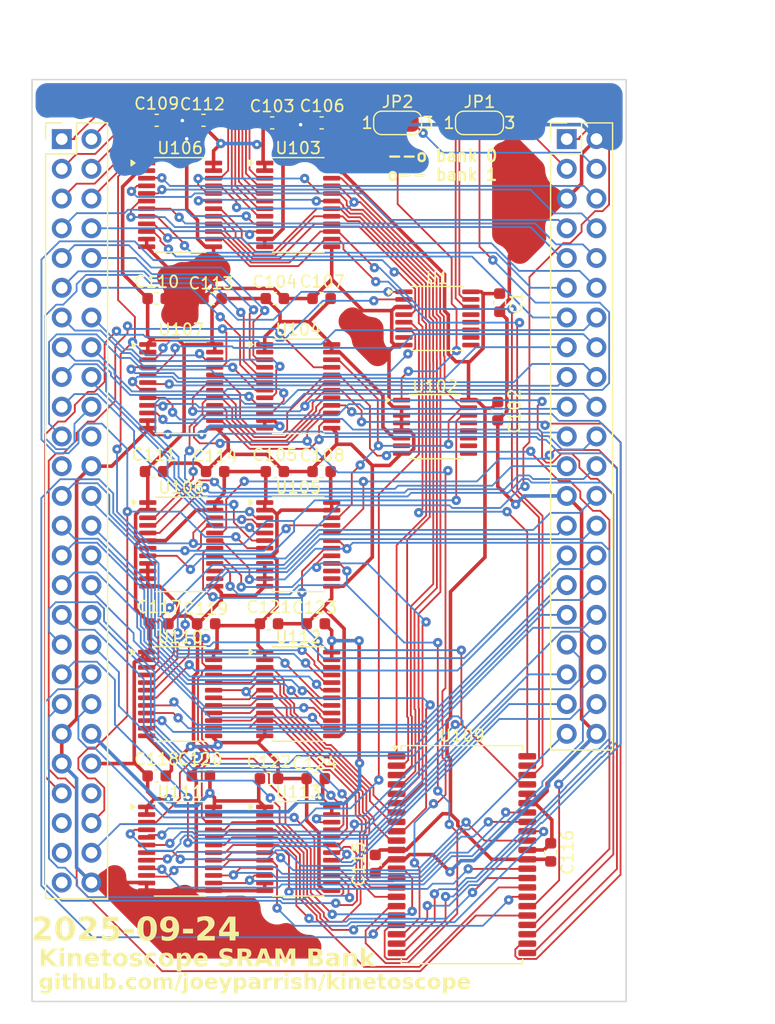
<source format=kicad_pcb>
(kicad_pcb (version 20241229) (generator "pcbnew") (generator_version "9.0")
  (title_block (title "Kinetoscope SRAM Bank Board"))
  (layers (0 "F.Cu" signal) (2 "B.Cu" signal) (13 "F.Paste" user) (15 "B.Paste" user) (5 "F.SilkS" user "F.Silkscreen") (7 "B.SilkS" user "B.Silkscreen") (1 "F.Mask" user) (3 "B.Mask" user) (25 "Edge.Cuts" user))
  (net 0 "")
  (net 2 "/kinetoscope-header-internal/SEGA_A22")
  (net 3 "/kinetoscope-header-internal/~{SEGA_REGISTER}")
  (net 4 "/kinetoscope-header-internal/~{SEGA_WE_UB}")
  (net 5 "/kinetoscope-header-internal/~{SEGA_RESET}")
  (net 6 "/kinetoscope-header-internal/~{SEGA_WE_LB}")
  (net 7 "/kinetoscope-header-internal/SEGA_A23")
  (net 8 "+3.3V")
  (net 9 "GND")
  (net 10 "+5V")
  (net 12 "SEGA_A4")
  (net 13 "SEGA_A2")
  (net 14 "SEGA_D9")
  (net 15 "SEGA_D7")
  (net 16 "SEGA_A20")
  (net 17 "SEGA_A21")
  (net 18 "SEGA_D1")
  (net 19 "SEGA_A8")
  (net 20 "~{SEGA_OE}")
  (net 21 "SEGA_A15")
  (net 22 "SEGA_A5")
  (net 23 "SEGA_D0")
  (net 24 "SEGA_D11")
  (net 25 "SEGA_D12")
  (net 26 "SEGA_A18")
  (net 27 "SEGA_A14")
  (net 28 "~{SEGA_AS}")
  (net 29 "SEGA_A6")
  (net 30 "~{SEGA_CE}")
  (net 31 "SEGA_A3")
  (net 32 "SEGA_D13")
  (net 33 "SEGA_D15")
  (net 34 "SEGA_A19")
  (net 35 "SEGA_A7")
  (net 36 "SEGA_A17")
  (net 37 "SEGA_D6")
  (net 38 "SEGA_D10")
  (net 39 "SEGA_D8")
  (net 40 "SEGA_A11")
  (net 41 "SEGA_A16")
  (net 42 "SEGA_A1")
  (net 43 "SEGA_A13")
  (net 44 "SEGA_D2")
  (net 45 "SEGA_D5")
  (net 46 "SEGA_A12")
  (net 47 "SEGA_A10")
  (net 48 "SEGA_D3")
  (net 49 "SEGA_D4")
  (net 50 "SEGA_A9")
  (net 51 "SEGA_D14")
  (net 52 "SRAM_D_IN10")
  (net 53 "SRAM_D_IN15")
  (net 54 "SRAM_W_A12")
  (net 55 "SRAM_W_A17")
  (net 56 "SRAM_D_IN8")
  (net 57 "SRAM_D_IN14")
  (net 58 "SRAM_W_A15")
  (net 59 "SRAM_D_IN9")
  (net 60 "SRAM_W_A4")
  (net 61 "SRAM_W_A1")
  (net 62 "SRAM_W_A0")
  (net 63 "SRAM_W_A6")
  (net 64 "SRAM_DIS_0")
  (net 65 "SRAM_D_IN0")
  (net 66 "SRAM_D_IN5")
  (net 67 "SRAM_D_IN3")
  (net 68 "SRAM_W_A13")
  (net 69 "SRAM_W_A3")
  (net 70 "~{SRAM_WE}")
  (net 71 "SRAM_W_A10")
  (net 72 "SRAM_D_IN11")
  (net 73 "SRAM_W_A11")
  (net 74 "SRAM_DIS_1")
  (net 75 "SRAM_W_A18")
  (net 76 "SRAM_W_A5")
  (net 77 "SRAM_W_A14")
  (net 78 "SRAM_W_A8")
  (net 79 "SRAM_D_IN2")
  (net 80 "SRAM_W_A2")
  (net 81 "SRAM_D_IN7")
  (net 82 "SRAM_W_A7")
  (net 83 "SRAM_W_A16")
  (net 84 "SRAM_D_IN1")
  (net 85 "SRAM_D_IN6")
  (net 86 "SRAM_D_IN13")
  (net 87 "SRAM_W_A9")
  (net 88 "SRAM_D_IN12")
  (net 89 "SRAM_D_IN4")
  (net 90 "/sram-decoder-internal/~{SRAM_OE0}")
  (net 91 "/sram-decoder-internal/~{SRAM_OE1}")
  (net 92 "/sram-bank-internal/~{SRAM_OE}")
  (net 93 "/sram-bank-internal/SRAM_DIS")
  (net 94 "/sram-bank-internal/~{SRAM_FINAL_OE}")
  (net 95 "/sram-bank-internal/~{SEGA_CONTROL}")
  (net 96 "/sram-bank-internal/~{UC_CONTROL}")
  (net 109 "/sram-bank-internal/SRAM_DATA7")
  (net 110 "/sram-bank-internal/SRAM_DATA0")
  (net 111 "/sram-bank-internal/SRAM_DATA6")
  (net 112 "/sram-bank-internal/SRAM_DATA2")
  (net 113 "/sram-bank-internal/SRAM_DATA3")
  (net 114 "/sram-bank-internal/SRAM_DATA1")
  (net 115 "/sram-bank-internal/SRAM_DATA4")
  (net 116 "/sram-bank-internal/SRAM_DATA5")
  (net 117 "/sram-bank-internal/SRAM_DATA11")
  (net 118 "/sram-bank-internal/SRAM_DATA15")
  (net 119 "/sram-bank-internal/SRAM_DATA9")
  (net 120 "/sram-bank-internal/SRAM_DATA12")
  (net 121 "/sram-bank-internal/SRAM_DATA13")
  (net 122 "/sram-bank-internal/SRAM_DATA14")
  (net 123 "/sram-bank-internal/SRAM_DATA8")
  (net 124 "/sram-bank-internal/SRAM_DATA10")
  (net 125 "/sram-bank-internal/SRAM_A6")
  (net 126 "/sram-bank-internal/SRAM_A3")
  (net 127 "/sram-bank-internal/SRAM_A5")
  (net 128 "/sram-bank-internal/SRAM_A7")
  (net 129 "/sram-bank-internal/SRAM_A1")
  (net 130 "/sram-bank-internal/SRAM_A2")
  (net 131 "/sram-bank-internal/SRAM_A0")
  (net 132 "/sram-bank-internal/SRAM_A4")
  (net 133 "/sram-bank-internal/SRAM_A11")
  (net 134 "/sram-bank-internal/SRAM_A14")
  (net 135 "/sram-bank-internal/SRAM_A12")
  (net 136 "/sram-bank-internal/SRAM_A13")
  (net 137 "/sram-bank-internal/SRAM_A9")
  (net 138 "/sram-bank-internal/SRAM_A8")
  (net 139 "/sram-bank-internal/SRAM_A15")
  (net 140 "/sram-bank-internal/SRAM_A10")
  (net 141 "/sram-bank-internal/~{SRAM_FINAL_CE}")
  (net 142 "/sram-bank-internal/SRAM_A16")
  (net 143 "/sram-bank-internal/SRAM_A18")
  (net 146 "/sram-bank-internal/SRAM_A17")
  (net 147 "/sram-bank-internal/~{SRAM_FINAL_WE}")
  (footprint "Package_SO:TSSOP-24_4.4x7.8mm_P0.65mm" (layer "F.Cu") (at 41.5 71.7775)
    (property "Reference" "U112")
    (property "Value" "74LVC8T245")
  )
  (footprint "Capacitor_SMD:C_0603_1608Metric" (layer "F.Cu") (at 29.175 52.7775)
    (property "Reference" "C111")
    (property "Value" "22nF")
  )
  (footprint "Connector_PinHeader_2.54mm:PinHeader_2x26_P2.54mm_Vertical" (layer "F.Cu") (at 21.28 24.38)
    (property "Reference" "J1" (hide yes))
    (property "Value" "~" (hide yes))
  )
  (footprint "Capacitor_SMD:C_0603_1608Metric" (layer "F.Cu") (at 39.5 38)
    (property "Reference" "C104")
    (property "Value" "22nF")
  )
  (footprint "Capacitor_SMD:C_0603_1608Metric" (layer "F.Cu") (at 58.725 38.355 -90)
    (property "Reference" "C1")
    (property "Value" "22nF")
  )
  (footprint "Capacitor_SMD:C_0603_1608Metric" (layer "F.Cu") (at 33.4 22.7775 180)
    (property "Reference" "C112")
    (property "Value" "22nF")
  )
  (footprint "Capacitor_SMD:C_0603_1608Metric" (layer "F.Cu") (at 29.4 38)
    (property "Reference" "C110")
    (property "Value" "22nF")
  )
  (footprint "Capacitor_SMD:C_0603_1608Metric" (layer "F.Cu") (at 43 65.7775 180)
    (property "Reference" "C123")
    (property "Value" "22nF")
  )
  (footprint "kinetoscope-cart-header:kinetoscope-cart-board-template" (layer "F.Cu") (at 21.28 24.38)
    (property "Reference" "X1" (hide yes))
    (property "Value" "~" (hide yes))
    (fp_rect (start -2.54 -5.08) (end 48.26 73.66) (stroke (width 0.12)) (fill no) (layer "Edge.Cuts"))
  )
  (footprint "Capacitor_SMD:C_0603_1608Metric" (layer "F.Cu") (at 43.5 38 180)
    (property "Reference" "C107")
    (property "Value" "22nF")
  )
  (footprint "Capacitor_SMD:C_0603_1608Metric" (layer "F.Cu") (at 34.4 52.7775 180)
    (property "Reference" "C114")
    (property "Value" "22nF")
  )
  (footprint "Capacitor_SMD:C_0603_1608Metric" (layer "F.Cu") (at 39.5 52.7775)
    (property "Reference" "C105")
    (property "Value" "22nF")
  )
  (footprint "Package_SO:TSSOP-24_4.4x7.8mm_P0.65mm" (layer "F.Cu") (at 31.4 71.7775)
    (property "Reference" "U110")
    (property "Value" "74LVC8T245")
  )
  (footprint "Capacitor_SMD:C_0603_1608Metric" (layer "F.Cu") (at 43.5 52.7775 180)
    (property "Reference" "C108")
    (property "Value" "22nF")
  )
  (footprint "Capacitor_SMD:C_0603_1608Metric" (layer "F.Cu") (at 48.0875 86.3 90)
    (property "Reference" "C115")
    (property "Value" "22nF")
  )
  (footprint "Package_SO:TSSOP-16_4.4x5mm_P0.65mm" (layer "F.Cu") (at 53.2 48.95)
    (property "Reference" "U102")
    (property "Value" "74LVC138A")
  )
  (footprint "Capacitor_SMD:C_0603_1608Metric" (layer "F.Cu") (at 33.175 78.7775 180)
    (property "Reference" "C120")
    (property "Value" "22nF")
  )
  (footprint "Package_SO:TSSOP-24_4.4x7.8mm_P0.65mm" (layer "F.Cu") (at 31.5 45.5)
    (property "Reference" "U107")
    (property "Value" "74LVC8T245")
  )
  (footprint "Capacitor_SMD:C_0603_1608Metric" (layer "F.Cu") (at 34.175 38 180)
    (property "Reference" "C113")
    (property "Value" "22nF")
  )
  (footprint "Jumper:SolderJumper-3_P1.3mm_Open_RoundedPad1.0x1.5mm_NumberLabels" (layer "F.Cu") (at 57 23)
    (property "Reference" "JP1")
    (property "Value" "Jumper_3_Open" (hide yes))
  )
  (footprint "Capacitor_SMD:C_0603_1608Metric" (layer "F.Cu") (at 43 79 180)
    (property "Reference" "C124")
    (property "Value" "22nF")
  )
  (footprint "Package_SO:TSSOP-24_4.4x7.8mm_P0.65mm" (layer "F.Cu") (at 41.5 59)
    (property "Reference" "U105")
    (property "Value" "74LVC8T245")
  )
  (footprint "Package_SO:TSSOP-24_4.4x7.8mm_P0.65mm" (layer "F.Cu") (at 31.4 85)
    (property "Reference" "U111")
    (property "Value" "74LVC8T245")
  )
  (footprint "Capacitor_SMD:C_0603_1608Metric" (layer "F.Cu") (at 33.625 65.7775 180)
    (property "Reference" "C119")
    (property "Value" "22nF")
  )
  (footprint "Package_SO:TSSOP-24_4.4x7.8mm_P0.65mm" (layer "F.Cu") (at 31.4 30)
    (property "Reference" "U106")
    (property "Value" "74LVC8T245")
  )
  (footprint "Capacitor_SMD:C_0603_1608Metric" (layer "F.Cu") (at 39 65.7775)
    (property "Reference" "C121")
    (property "Value" "22nF")
  )
  (footprint "Package_SO:TSSOP-16_4.4x5mm_P0.65mm" (layer "F.Cu") (at 53.4 39.7)
    (property "Reference" "U1")
    (property "Value" "74LVC138A")
  )
  (footprint "Capacitor_SMD:C_0603_1608Metric" (layer "F.Cu") (at 39 79)
    (property "Reference" "C122")
    (property "Value" "22nF")
  )
  (footprint "Capacitor_SMD:C_0603_1608Metric" (layer "F.Cu") (at 29.4 22.7775)
    (property "Reference" "C109")
    (property "Value" "22nF")
  )
  (footprint "Capacitor_SMD:C_0603_1608Metric" (layer "F.Cu") (at 29.4 78.7775)
    (property "Reference" "C118")
    (property "Value" "22nF")
  )
  (footprint "Capacitor_SMD:C_0603_1608Metric" (layer "F.Cu") (at 63.0875 85.3 -90)
    (property "Reference" "C116")
    (property "Value" "22nF")
  )
  (footprint "Package_SO:TSSOP-24_4.4x7.8mm_P0.65mm" (layer "F.Cu") (at 41.5 30)
    (property "Reference" "U103")
    (property "Value" "74LVC8T245")
  )
  (footprint "Capacitor_SMD:C_0603_1608Metric" (layer "F.Cu") (at 43.5 23 180)
    (property "Reference" "C106")
    (property "Value" "22nF")
  )
  (footprint "Package_SO:TSOP-II-44_10.16x18.41mm_P0.8mm" (layer "F.Cu") (at 55.5 85.5)
    (property "Reference" "U109")
    (property "Value" "IS66WV51216EBLL")
  )
  (footprint "Jumper:SolderJumper-3_P1.3mm_Open_RoundedPad1.0x1.5mm_NumberLabels" (layer "F.Cu") (at 50 23)
    (property "Reference" "JP2")
    (property "Value" "Jumper_3_Open" (hide yes))
  )
  (footprint "Package_SO:TSSOP-24_4.4x7.8mm_P0.65mm" (layer "F.Cu") (at 41.5 45.5)
    (property "Reference" "U104")
    (property "Value" "74LVC8T245")
  )
  (footprint "Package_SO:TSSOP-24_4.4x7.8mm_P0.65mm" (layer "F.Cu") (at 31.5 59)
    (property "Reference" "U108")
    (property "Value" "74LVC8T245")
  )
  (footprint "Package_SO:TSSOP-24_4.4x7.8mm_P0.65mm" (layer "F.Cu") (at 41.5 85)
    (property "Reference" "U113")
    (property "Value" "74LVC8T245")
  )
  (footprint "Capacitor_SMD:C_0603_1608Metric" (layer "F.Cu") (at 58.5625 47.625 -90)
    (property "Reference" "C102")
    (property "Value" "22nF")
  )
  (footprint "Capacitor_SMD:C_0603_1608Metric" (layer "F.Cu") (at 39.275 23)
    (property "Reference" "C103")
    (property "Value" "22nF")
  )
  (footprint "Capacitor_SMD:C_0603_1608Metric" (layer "F.Cu") (at 29.625 65.7775)
    (property "Reference" "C117")
    (property "Value" "22nF")
  )
  (footprint "Connector_PinHeader_2.54mm:PinHeader_2x21_P2.54mm_Vertical" (layer "F.Cu") (at 64.46 24.38)
    (property "Reference" "J2" (hide yes))
    (property "Value" "~" (hide yes))
  )
  (gr_text "github.com/joeyparrish/kinetoscope" (at 19.3 97.2 0) (layer "F.SilkS") (effects (font (size 1.3 1.3) (thickness 0.2) (bold yes)) (justify left bottom)))
  (gr_text "2025-09-24" (at 27.6 92 0) (layer "F.SilkS") (effects (font (size 2 2) (thickness 0.3) (bold yes))))
  (gr_text "Kinetoscope SRAM Bank\n" (at 19.3 95.3 0) (layer "F.SilkS") (effects (font (size 1.5 1.5) (thickness 0.25) (bold yes)) (justify left bottom)))
  (gr_text "--o bank 0\no-- bank 1" (at 49 28 0) (layer "F.SilkS") (effects (font (size 1 1) (thickness 0.2) (bold yes)) (justify left bottom)))
  (segment (start 57.3127 37.58) (end 57.3127 42.246) (width 0.3048) (layer "F.Cu") (net 8))
  (segment (start 39.9407 39.9772) (end 38.6375 41.2804) (width 0.3048) (layer "F.Cu") (net 8))
  (segment (start 45.1676 27.2205) (end 45.1691 27.222) (width 0.3048) (layer "F.Cu") (net 8))
  (segment (start 28.6375 41.8269) (end 28.6375 41.925) (width 0.3048) (layer "F.Cu") (net 8))
  (segment (start 63.0875 86.075) (end 62.9125 85.9) (width 0.3048) (layer "F.Cu") (net 8))
  (segment (start 33.7238 23.604) (end 33.7238 23.2287) (width 0.3048) (layer "F.Cu") (net 8))
  (segment (start 39.6795 56.439) (end 39.6795 59.6128) (width 0.3048) (layer "F.Cu") (net 8))
  (segment (start 31.7966 42.057) (end 31.2606 41.521) (width 0.3048) (layer "F.Cu") (net 8))
  (segment (start 38.5 23) (end 39.2951 22.2049) (width 0.3048) (layer "F.Cu") (net 8))
  (segment (start 38.6375 56.075) (end 39.3155 56.075) (width 0.3048) (layer "F.Cu") (net 8))
  (segment (start 34.5605 65.938) (end 34.4 65.7775) (width 0.3048) (layer "F.Cu") (net 8))
  (segment (start 28.5375 68.2025) (end 28.85 67.89) (width 0.3048) (layer "F.Cu") (net 8))
  (segment (start 45.1581 27.2205) (end 45.1676 27.2205) (width 0.3048) (layer "F.Cu") (net 8))
  (segment (start 34.3625 42.575) (end 34.3625 41.925) (width 0.3048) (layer "F.Cu") (net 8))
  (segment (start 38.6375 55.425) (end 38.725 55.3375) (width 0.3048) (layer "F.Cu") (net 8))
  (segment (start 28.85 67.89) (end 28.85 65.7775) (width 0.3048) (layer "F.Cu") (net 8))
  (segment (start 38.6375 42.575) (end 38.6375 41.925) (width 0.3048) (layer "F.Cu") (net 8))
  (segment (start 34.2625 81.425) (end 34.3348 81.3527) (width 0.3048) (layer "F.Cu") (net 8))
  (segment (start 27.97 56.075) (end 27.5955 56.4495) (width 0.3048) (layer "F.Cu") (net 8))
  (segment (start 38.0645 67.6295) (end 38.6375 68.2025) (width 0.3048) (layer "F.Cu") (net 8))
  (segment (start 31.2606 41.521) (end 28.9434 41.521) (width 0.3048) (layer "F.Cu") (net 8))
  (segment (start 55.1489 83.0166) (end 58.0323 85.9) (width 0.3048) (layer "F.Cu") (net 8))
  (segment (start 26.4867 28.4455) (end 26.4867 35.8617) (width 0.3048) (layer "F.Cu") (net 8))
  (segment (start 48.7431 48.9911) (end 48.7431 46.2767) (width 0.3048) (layer "F.Cu") (net 8))
  (segment (start 27.48 77.72) (end 27.5675 77.72) (width 0.3048) (layer "F.Cu") (net 8))
  (segment (start 38.725 52.7775) (end 35.175 52.7775) (width 0.3048) (layer "F.Cu") (net 8))
  (segment (start 34.3348 80.6238) (end 33.95 80.239) (width 0.3048) (layer "F.Cu") (net 8))
  (segment (start 27.5955 56.4495) (end 27.5955 58.2931) (width 0.3048) (layer "F.Cu") (net 8))
  (segment (start 57.3127 37.58) (end 58.725 37.58) (width 0.3048) (layer "F.Cu") (net 8))
  (segment (start 54.9914 43.3981) (end 56.0625 43.3981) (width 0.3048) (layer "F.Cu") (net 8))
  (segment (start 28.4 52.7775) (end 31.7439 49.4336) (width 0.3048) (layer "F.Cu") (net 8))
  (segment (start 57.4675 47.3684) (end 58.0441 47.3684) (width 0.3048) (layer "F.Cu") (net 8))
  (segment (start 32.767 56.075) (end 30.167 58.675) (width 0.3048) (layer "F.Cu") (net 8))
  (segment (start 31.7439 49.4336) (end 31.7439 42.1097) (width 0.3048) (layer "F.Cu") (net 8))
  (segment (start 38.1232 80.9107) (end 38.6375 81.425) (width 0.3048) (layer "F.Cu") (net 8))
  (segment (start 38.5 24.8502) (end 38.5 26.2875) (width 0.3048) (layer "F.Cu") (net 8))
  (segment (start 28.5375 68.8525) (end 28.5375 68.2025) (width 0.3048) (layer "F.Cu") (net 8))
  (segment (start 43.4799 22.2049) (end 44.275 23) (width 0.3048) (layer "F.Cu") (net 8))
  (segment (start 28.6375 56.075) (end 27.97 56.075) (width 0.3048) (layer "F.Cu") (net 8))
  (segment (start 38.6375 41.2804) (end 38.6375 41.925) (width 0.3048) (layer "F.Cu") (net 8))
  (segment (start 50.7405 85.1) (end 49.9125 85.1) (width 0.3048) (layer "F.Cu") (net 8))
  (segment (start 44.5614 26.6238) (end 45.1581 27.2205) (width 0.3048) (layer "F.Cu") (net 8))
  (segment (start 44.3625 26.425) (end 44.3625 27.075) (width 0.3048) (layer "F.Cu") (net 8))
  (segment (start 27.8572 27.075) (end 26.4867 28.4455) (width 0.3048) (layer "F.Cu") (net 8))
  (segment (start 44.275 38.1169) (end 44.275 38) (width 0.3048) (layer "F.Cu") (net 8))
  (segment (start 28.625 38) (end 28.625 41.2026) (width 0.3048) (layer "F.Cu") (net 8))
  (segment (start 34.3625 55.425) (end 35.175 54.6125) (width 0.3048) (layer "F.Cu") (net 8))
  (segment (start 39.9407 39.2157) (end 39.9407 39.9772) (width 0.3048) (layer "F.Cu") (net 8))
  (segment (start 27.5955 64.523) (end 27.5955 59.0569) (width 0.3048) (layer "F.Cu") (net 8))
  (segment (start 27.7324 68.998) (end 27.742 68.998) (width 0.3048) (layer "F.Cu") (net 8))
  (segment (start 28.6375 42.575) (end 28.6375 41.925) (width 0.3048) (layer "F.Cu") (net 8))
  (segment (start 44.275 55.3375) (end 44.3625 55.425) (width 0.3048) (layer "F.Cu") (net 8))
  (segment (start 54.0167 39.0548) (end 54.3318 39.3699) (width 0.3048) (layer "F.Cu") (net 8))
  (segment (start 54.2254 74.0956) (end 54.2254 77.0206) (width 0.3048) (layer "F.Cu") (net 8))
  (segment (start 30.3985 80.7238) (end 29.2387 80.7238) (width 0.3048) (layer "F.Cu") (net 8))
  (segment (start 33.7238 23.2287) (end 34.175 22.7775) (width 0.3048) (layer "F.Cu") (net 8))
  (segment (start 34.3348 81.3527) (end 34.3348 80.9107) (width 0.3048) (layer "F.Cu") (net 8))
  (segment (start 56.2625 37.425) (end 57.1577 37.425) (width 0.3048) (layer "F.Cu") (net 8))
  (segment (start 38.1232 79.1018) (end 38.1232 80.9107) (width 0.3048) (layer "F.Cu") (net 8))
  (segment (start 38.6375 56.075) (end 38.6375 55.425) (width 0.3048) (layer "F.Cu") (net 8))
  (segment (start 27.9774 58.675) (end 28.6375 58.675) (width 0.3048) (layer "F.Cu") (net 8))
  (segment (start 27.5691 68.9995) (end 27.7309 68.9995) (width 0.3048) (layer "F.Cu") (net 8))
  (segment (start 38.725 38) (end 39.9407 39.2157) (width 0.3048) (layer "F.Cu") (net 8))
  (segment (start 28.9434 41.521) (end 28.6375 41.8269) (width 0.3048) (layer "F.Cu") (net 8))
  (segment (start 30.167 58.675) (end 28.6375 58.675) (width 0.3048) (layer "F.Cu") (net 8))
  (segment (start 27.5955 59.0569) (end 27.9774 58.675) (width 0.3048) (layer "F.Cu") (net 8))
  (segment (start 39.6795 59.6128) (end 39.3173 59.975) (width 0.3048) (layer "F.Cu") (net 8))
  (segment (start 39.6795 64.323) (end 38.225 65.7775) (width 0.3048) (layer "F.Cu") (net 8))
  (segment (start 57.3127 42.246) (end 56.1606 43.3981) (width 0.3048) (layer "F.Cu") (net 8))
  (segment (start 39.3173 59.975) (end 38.6375 59.975) (width 0.3048) (layer "F.Cu") (net 8))
  (segment (start 38.225 79) (end 38.1232 79.1018) (width 0.3048) (layer "F.Cu") (net 8))
  (segment (start 38.1232 80.9107) (end 34.3348 80.9107) (width 0.3048) (layer "F.Cu") (net 8))
  (segment (start 27.5955 58.2931) (end 27.9774 58.675) (width 0.3048) (layer "F.Cu") (net 8))
  (segment (start 34.2625 68.2025) (end 34.2625 68.8525) (width 0.3048) (layer "F.Cu") (net 8))
  (segment (start 42.4147 39.9772) (end 39.9407 39.9772) (width 0.3048) (layer "F.Cu") (net 8))
  (segment (start 39.3173 59.975) (end 39.6795 60.3372) (width 0.3048) (layer "F.Cu") (net 8))
  (segment (start 28.5375 27.075) (end 27.8572 27.075) (width 0.3048) (layer "F.Cu") (net 8))
  (segment (start 27.48 77.72) (end 27.48 69.0886) (width 0.3048) (layer "F.Cu") (net 8))
  (segment (start 34.5605 65.938) (end 34.5605 67.9045) (width 0.3048) (layer "F.Cu") (net 8))
  (segment (start 38.5 24.8502) (end 37.9636 24.8502) (width 0.3048) (layer "F.Cu") (net 8))
  (segment (start 34.3625 41.925) (end 31.9286 41.925) (width 0.3048) (layer "F.Cu") (net 8))
  (segment (start 44.275 52.7775) (end 44.275 55.3375) (width 0.3048) (layer "F.Cu") (net 8))
  (segment (start 55.1489 82.6391) (end 55.1489 83.0166) (width 0.3048) (layer "F.Cu") (net 8))
  (segment (start 48.7431 46.2767) (end 45.0414 42.575) (width 0.3048) (layer "F.Cu") (net 8))
  (segment (start 38.725 55.3375) (end 38.725 52.7775) (width 0.3048) (layer "F.Cu") (net 8))
  (segment (start 28.5375 26.425) (end 28.5375 24.518) (width 0.3048) (layer "F.Cu") (net 8))
  (segment (start 54.0167 35.9423) (end 54.0167 39.0548) (width 0.3048) (layer "F.Cu") (net 8))
  (segment (start 27.48 69.0886) (end 27.5691 68.9995) (width 0.3048) (layer "F.Cu") (net 8))
  (segment (start 53.8307 82.0098) (end 50.7405 85.1) (width 0.3048) (layer "F.Cu") (net 8))
  (segment (start 45.1691 27.222) (end 45.2964 27.222) (width 0.3048) (layer "F.Cu") (net 8))
  (segment (start 38.0645 65.938) (end 38.0645 67.6295) (width 0.3048) (layer "F.Cu") (net 8))
  (segment (start 44.5613 26.6238) (end 44.5614 26.6238) (width 0.3048) (layer "F.Cu") (net 8))
  (segment (start 28.5375 27.075) (end 28.5375 26.425) (width 0.3048) (layer "F.Cu") (net 8))
  (segment (start 34.95 38) (end 34.1272 38.8228) (width 0.3048) (layer "F.Cu") (net 8))
  (segment (start 34.2625 26.425) (end 34.2625 27.075) (width 0.3048) (layer "F.Cu") (net 8))
  (segment (start 28.85 65.7775) (end 27.5955 64.523) (width 0.3048) (layer "F.Cu") (net 8))
  (segment (start 28.6375 53.015) (end 28.4 52.7775) (width 0.3048) (layer "F.Cu") (net 8))
  (segment (start 34.8831 24.7633) (end 34.2625 25.3839) (width 0.3048) (layer "F.Cu") (net 8))
  (segment (start 58.0323 85.9) (end 61.0875 85.9) (width 0.3048) (layer "F.Cu") (net 8))
  (segment (start 33.7238 23.604) (end 29.4515 23.604) (width 0.3048) (layer "F.Cu") (net 8))
  (segment (start 40.0435 56.075) (end 44.3625 56.075) (width 0.3048) (layer "F.Cu") (net 8))
  (segment (start 33.95 78.7775) (end 33.95 80.239) (width 0.3048) (layer "F.Cu") (net 8))
  (segment (start 39.6795 56.439) (end 40.0435 56.075) (width 0.3048) (layer "F.Cu") (net 8))
  (segment (start 44.3625 26.425) (end 44.5613 26.6238) (width 0.3048) (layer "F.Cu") (net 8))
  (segment (start 54.5196 77.3148) (end 54.5196 82.0098) (width 0.3048) (layer "F.Cu") (net 8))
  (segment (start 54.5196 82.0098) (end 55.1489 82.6391) (width 0.3048) (layer "F.Cu") (net 8))
  (segment (start 28.5375 82.075) (end 28.5375 81.425) (width 0.3048) (layer "F.Cu") (net 8))
  (segment (start 28.6375 56.075) (end 28.6375 55.425) (width 0.3048) (layer "F.Cu") (net 8))
  (segment (start 44.3625 55.425) (end 44.3625 56.075) (width 0.3048) (layer "F.Cu") (net 8))
  (segment (start 44.3625 26.425) (end 44.3625 23.0875) (width 0.3048) (layer "F.Cu") (net 8))
  (segment (start 27.742 68.998) (end 28.5375 68.2025) (width 0.3048) (layer "F.Cu") (net 8))
  (segment (start 28.625 78.7775) (end 28.625 80.1101) (width 0.3048) (layer "F.Cu") (net 8))
  (segment (start 57.4675 60.0961) (end 54.5211 63.0425) (width 0.3048) (layer "F.Cu") (net 8))
  (segment (start 34.3625 56.075) (end 34.3625 55.425) (width 0.3048) (layer "F.Cu") (net 8))
  (segment (start 34.2625 25.3839) (end 34.2625 26.425) (width 0.3048) (layer "F.Cu") (net 8))
  (segment (start 34.5605 67.9045) (end 34.2625 68.2025) (width 0.3048) (layer "F.Cu") (net 8))
  (segment (start 35.175 54.6125) (end 35.175 52.7775) (width 0.3048) (layer "F.Cu") (net 8))
  (segment (start 54.5211 73.7999) (end 54.2254 74.0956) (width 0.3048) (layer "F.Cu") (net 8))
  (segment (start 34.1272 41.6897) (end 34.3625 41.925) (width 0.3048) (layer "F.Cu") (net 8))
  (segment (start 54.9914 43.398) (end 54.9914 43.3981) (width 0.3048) (layer "F.Cu") (net 8))
  (segment (start 27.7309 68.9995) (end 27.7324 68.998) (width 0.3048) (layer "F.Cu") (net 8))
  (segment (start 34.2625 81.425) (end 34.2625 82.075) (width 0.3048) (layer "F.Cu") (net 8))
  (segment (start 29.2387 80.7238) (end 28.5375 81.425) (width 0.3048) (layer "F.Cu") (net 8))
  (segment (start 34.95 38) (end 38.725 38) (width 0.3048) (layer "F.Cu") (net 8))
  (segment (start 56.0625 46.675) (end 56.7741 46.675) (width 0.3048) (layer "F.Cu") (net 8))
  (segment (start 62.9125 85.9) (end 61.0875 85.9) (width 0.3048) (layer "F.Cu") (net 8))
  (segment (start 56.1606 43.3981) (end 56.0625 43.3981) (width 0.3048) (layer "F.Cu") (net 8))
  (segment (start 38.0645 65.938) (end 34.5605 65.938) (width 0.3048) (layer "F.Cu") (net 8))
  (segment (start 29.4515 23.604) (end 28.625 22.7775) (width 0.3048) (layer "F.Cu") (net 8))
  (segment (start 56.7741 46.675) (end 57.4675 47.3684) (width 0.3048) (layer "F.Cu") (net 8))
  (segment (start 48.5125 85.1) (end 49.9125 85.1) (width 0.3048) (layer "F.Cu") (net 8))
  (segment (start 54.5211 63.0425) (end 54.5211 73.7999) (width 0.3048) (layer "F.Cu") (net 8))
  (segment (start 39.3155 56.075) (end 39.6795 56.439) (width 0.3048) (layer "F.Cu") (net 8))
  (segment (start 38.225 65.7775) (end 38.0645 65.938) (width 0.3048) (layer "F.Cu") (net 8))
  (segment (start 44.3625 41.925) (end 42.4147 39.9772) (width 0.3048) (layer "F.Cu") (net 8))
  (segment (start 31.9286 41.925) (end 31.7966 42.057) (width 0.3048) (layer "F.Cu") (net 8))
  (segment (start 28.6375 55.425) (end 28.6375 53.015) (width 0.3048) (layer "F.Cu") (net 8))
  (segment (start 50.3375 49.925) (end 49.677 49.925) (width 0.3048) (layer "F.Cu") (net 8))
  (segment (start 44.3625 23.0875) (end 44.275 23) (width 0.3048) (layer "F.Cu") (net 8))
  (segment (start 38.5 26.2875) (end 38.6375 26.425) (width 0.3048) (layer "F.Cu") (net 8))
  (segment (start 23.82 77.72) (end 27.48 77.72) (width 0.3048) (layer "F.Cu") (net 8))
  (segment (start 54.3318 42.7384) (end 54.9914 43.398) (width 0.3048) (layer "F.Cu") (net 8))
  (segment (start 34.8831 24.7633) (end 33.7238 23.604) (width 0.3048) (layer "F.Cu") (net 8))
  (segment (start 54.2254 77.0206) (end 54.5196 77.3148) (width 0.3048) (layer "F.Cu") (net 8))
  (segment (start 39.6795 60.3372) (end 39.6795 64.323) (width 0.3048) (layer "F.Cu") (net 8))
  (segment (start 27.5675 77.72) (end 28.625 78.7775) (width 0.3048) (layer "F.Cu") (net 8))
  (segment (start 34.3348 80.9107) (end 34.3348 80.6238) (width 0.3048) (layer "F.Cu") (net 8))
  (segment (start 48.0875 85.525) (end 48.5125 85.1) (width 0.3048) (layer "F.Cu") (net 8))
  (segment (start 38.6375 82.075) (end 38.6375 81.425) (width 0.3048) (layer "F.Cu") (net 8))
  (segment (start 54.5196 82.0098) (end 53.8307 82.0098) (width 0.3048) (layer "F.Cu") (net 8))
  (segment (start 57.4675 47.3684) (end 57.4675 60.0961) (width 0.3048) (layer "F.Cu") (net 8))
  (segment (start 28.625 80.1101) (end 29.2387 80.7238) (width 0.3048) (layer "F.Cu") (net 8))
  (segment (start 28.5375 24.518) (end 29.4515 23.604) (width 0.3048) (layer "F.Cu") (net 8))
  (segment (start 44.3625 41.925) (end 44.3625 42.575) (width 0.3048) (layer "F.Cu") (net 8))
  (segment (start 58.0441 47.3684) (end 58.5625 46.85) (width 0.3048) (layer "F.Cu") (net 8))
  (segment (start 49.677 49.925) (end 48.7431 48.9911) (width 0.3048) (layer "F.Cu") (net 8))
  (segment (start 26.4867 35.8617) (end 28.625 38) (width 0.3048) (layer "F.Cu") (net 8))
  (segment (start 38.5 23) (end 38.5 24.8502) (width 0.3048) (layer "F.Cu") (net 8))
  (segment (start 54.3318 39.3699) (end 54.3318 42.7384) (width 0.3048) (layer "F.Cu") (net 8))
  (segment (start 34.3625 56.075) (end 32.767 56.075) (width 0.3048) (layer "F.Cu") (net 8))
  (segment (start 38.6375 68.8525) (end 38.6375 68.2025) (width 0.3048) (layer "F.Cu") (net 8))
  (segment (start 45.2964 27.222) (end 54.0167 35.9423) (width 0.3048) (layer "F.Cu") (net 8))
  (segment (start 31.7439 42.1097) (end 31.7966 42.057) (width 0.3048) (layer "F.Cu") (net 8))
  (segment (start 38.6375 27.075) (end 38.6375 26.425) (width 0.3048) (layer "F.Cu") (net 8))
  (segment (start 57.1577 37.425) (end 57.3127 37.58) (width 0.3048) (layer "F.Cu") (net 8))
  (segment (start 42.4147 39.9772) (end 44.275 38.1169) (width 0.3048) (layer "F.Cu") (net 8))
  (segment (start 34.1272 38.8228) (end 34.1272 41.6897) (width 0.3048) (layer "F.Cu") (net 8))
  (segment (start 28.625 41.2026) (end 28.9434 41.521) (width 0.3048) (layer "F.Cu") (net 8))
  (segment (start 39.2951 22.2049) (end 43.4799 22.2049) (width 0.3048) (layer "F.Cu") (net 8))
  (segment (start 56.0625 43.3981) (end 56.0625 46.675) (width 0.3048) (layer "F.Cu") (net 8))
  (segment (start 45.0414 42.575) (end 44.3625 42.575) (width 0.3048) (layer "F.Cu") (net 8))
  (via (at 33.95 80.239) (size 0.8) (drill 0.3) (layers "F.Cu" "B.Cu") (net 8))
  (via (at 37.9636 24.8502) (size 0.8) (drill 0.3) (layers "F.Cu" "B.Cu") (net 8))
  (via (at 30.3985 80.7238) (size 0.8) (drill 0.3) (layers "F.Cu" "B.Cu") (net 8))
  (via (at 34.8831 24.7633) (size 0.8) (drill 0.3) (layers "F.Cu" "B.Cu") (net 8))
  (segment (start 34.8831 24.7633) (end 37.8767 24.7633) (width 0.3048) (layer "B.Cu") (net 8))
  (segment (start 32.8605 81.3285) (end 33.95 80.239) (width 0.3048) (layer "B.Cu") (net 8))
  (segment (start 37.8767 24.7633) (end 37.9636 24.8502) (width 0.3048) (layer "B.Cu") (net 8))
  (segment (start 30.3985 80.7238) (end 31.0032 81.3285) (width 0.3048) (layer "B.Cu") (net 8))
  (segment (start 31.0032 81.3285) (end 32.8605 81.3285) (width 0.3048) (layer "B.Cu") (net 8))
  (segment (start 47.8346 52.259) (end 46.0235 50.4479) (width 0.3048) (layer "F.Cu") (net 9))
  (segment (start 32.94 76.2701) (end 33.4935 76.8236) (width 0.3048) (layer "F.Cu") (net 9))
  (segment (start 51.3795 49.6574) (end 50.9971 49.275) (width 0.3048) (layer "F.Cu") (net 9))
  (segment (start 39.775 77.6448) (end 39.775 79) (width 0.3048) (layer "F.Cu") (net 9))
  (segment (start 59.3459 39.7509) (end 58.725 39.13) (width 0.3048) (layer "F.Cu") (net 9))
  (segment (start 45.4264 74.9885) (end 45.0624 75.3525) (width 0.3048) (layer "F.Cu") (net 9))
  (segment (start 38.0601 75.9299) (end 38.6375 75.3525) (width 0.3048) (layer "F.Cu") (net 9))
  (segment (start 32.4 78.5019) (end 32.4 78.7775) (width 0.3048) (layer "F.Cu") (net 9))
  (segment (start 38.81 51.3125) (end 35.9412 51.3125) (width 0.3048) (layer "F.Cu") (net 9))
  (segment (start 25.5524 52.32) (end 28.706 49.1664) (width 0.3048) (layer "F.Cu") (net 9))
  (segment (start 34.2625 75.5431) (end 34.6493 75.9299) (width 0.3048) (layer "F.Cu") (net 9))
  (segment (start 39.775 79) (end 42.225 79) (width 0.3048) (layer "F.Cu") (net 9))
  (segment (start 28.4925 87.88) (end 28.5375 87.925) (width 0.3048) (layer "F.Cu") (net 9))
  (segment (start 30.175 38) (end 30.175 35.2125) (width 0.3048) (layer "F.Cu") (net 9))
  (segment (start 30.3377 49.6127) (end 29.1523 49.6127) (width 0.3048) (layer "F.Cu") (net 9))
  (segment (start 49.2625 85.9) (end 48.0875 87.075) (width 0.3048) (layer "F.Cu") (net 9))
  (segment (start 47.8346 52.259) (end 49.3035 52.259) (width 0.3048) (layer "F.Cu") (net 9))
  (segment (start 23.82 52.32) (end 25.5524 52.32) (width 0.3048) (layer "F.Cu") (net 9))
  (segment (start 42.225 79) (end 42.225 82.5935) (width 0.3048) (layer "F.Cu") (net 9))
  (segment (start 67 24.38) (end 65.73 25.65) (width 0.3048) (layer "F.Cu") (net 9))
  (segment (start 28.6375 62.575) (end 29.6534 62.575) (width 0.3048) (layer "F.Cu") (net 9))
  (segment (start 28.706 49.1435) (end 28.6375 49.075) (width 0.3048) (layer "F.Cu") (net 9))
  (segment (start 40.275 52.7775) (end 38.81 51.3125) (width 0.3048) (layer "F.Cu") (net 9))
  (segment (start 38.6375 48.425) (end 39.4459 48.425) (width 0.3048) (layer "F.Cu") (net 9))
  (segment (start 30.6583 78.2942) (end 30.175 78.7775) (width 0.3048) (layer "F.Cu") (net 9))
  (segment (start 44.3625 36.3625) (end 42.725 38) (width 0.3048) (layer "F.Cu") (net 9))
  (segment (start 32.7835 88.575) (end 34.2625 88.575) (width 0.3048) (layer "F.Cu") (net 9))
  (segment (start 38.6375 48.425) (end 38.6375 49.075) (width 0.3048) (layer "F.Cu") (net 9))
  (segment (start 38.6375 87.925) (end 38.6375 88.575) (width 0.3048) (layer "F.Cu") (net 9))
  (segment (start 31.967 30.3758) (end 31.967 24.3546) (width 0.3048) (layer "F.Cu") (net 9))
  (segment (start 33.625 52.7775) (end 35.5156 50.8869) (width 0.3048) (layer "F.Cu") (net 9))
  (segment (start 22.55 73.91) (end 21.28 75.18) (width 0.3048) (layer "F.Cu") (net 9))
  (segment (start 32.2884 76.2701) (end 31.0852 77.4733) (width 0.3048) (layer "F.Cu") (net 9))
  (segment (start 59.3459 47.6166) (end 59.3459 39.7509) (width 0.3048) (layer "F.Cu") (net 9))
  (segment (start 51.3795 50.8426) (end 51.3795 49.6574) (width 0.3048) (layer "F.Cu") (net 9))
  (segment (start 43.6155 64.387) (end 42.225 65.7775) (width 0.3048) (layer "F.Cu") (net 9))
  (segment (start 50.9971 49.275) (end 50.3375 49.275) (width 0.3048) (layer "F.Cu") (net 9))
  (segment (start 32.5489 76.2701) (end 32.5489 70.2845) (width 0.3048) (layer "F.Cu") (net 9))
  (segment (start 50.3375 51.225) (end 50.9971 51.225) (width 0.3048) (layer "F.Cu") (net 9))
  (segment (start 33.4935 76.8236) (end 33.4935 77.4084) (width 0.3048) (layer "F.Cu") (net 9))
  (segment (start 28.5375 88.575) (end 32.7835 88.575) (width 0.3048) (layer "F.Cu") (net 9))
  (segment (start 49.7655 41.975) (end 49.2642 42.4763) (width 0.3048) (layer "F.Cu") (net 9))
  (segment (start 65.73 73.91) (end 67 75.18) (width 0.3048) (layer "F.Cu") (net 9))
  (segment (start 49.2642 46.9137) (end 49.6755 47.325) (width 0.3048) (layer "F.Cu") (net 9))
  (segment (start 37.8407 63.3718) (end 38.6375 62.575) (width 0.3048) (layer "F.Cu") (net 9))
  (segment (start 40.1997 23.1497) (end 40.1997 32.0465) (width 0.3048) (layer "F.Cu") (net 9))
  (segment (start 44.7809 49.4934) (end 44.3625 49.075) (width 0.3048) (layer "F.Cu") (net 9))
  (segment (start 32.8883 65.8158) (end 34.9209 63.7832) (width 0.3048) (layer "F.Cu") (net 9))
  (segment (start 61.0875 85.1) (end 62.5125 85.1) (width 0.3048) (layer "F.Cu") (net 9))
  (segment (start 34.6493 75.9299) (end 38.0601 75.9299) (width 0.3048) (layer "F.Cu") (net 9))
  (segment (start 63.0875 84.525) (end 63.1871 84.4254) (width 0.3048) (layer "F.Cu") (net 9))
  (segment (start 40.1997 32.0465) (end 39.3212 32.925) (width 0.3048) (layer "F.Cu") (net 9))
  (segment (start 30.6633 52.0642) (end 29.95 52.7775) (width 0.3048) (layer "F.Cu") (net 9))
  (segment (start 54.4744 86.9667) (end 52.9991 85.4914) (width 0.3048) (layer "F.Cu") (net 9))
  (segment (start 33.4 38) (end 30.175 38) (width 0.3048) (layer "F.Cu") (net 9))
  (segment (start 32.625 22.7775) (end 32.6031 22.7994) (width 0.3048) (layer "F.Cu") (net 9))
  (segment (start 58.725 39.13) (end 58.725 38.8752) (width 0.3048) (layer "F.Cu") (net 9))
  (segment (start 63.1871 82.5311) (end 61.756 81.1) (width 0.3048) (layer "F.Cu") (net 9))
  (segment (start 44.3625 36.3625) (end 47.0316 39.0316) (width 0.3048) (layer "F.Cu") (net 9))
  (segment (start 59.5506 38.0496) (end 59.5506 34.3694) (width 0.3048) (layer "F.Cu") (net 9))
  (segment (start 39.4125 37.1375) (end 34.2625 37.1375) (width 0.3048) (layer "F.Cu") (net 9))
  (segment (start 34.3625 49.075) (end 33.7957 49.075) (width 0.3048) (layer "F.Cu") (net 9))
  (segment (start 30.175 35.2125) (end 28.5375 33.575) (width 0.3048) (layer "F.Cu") (net 9))
  (segment (start 39.3212 32.925) (end 38.6375 32.925) (width 0.3048) (layer "F.Cu") (net 9))
  (segment (start 44.7809 50.4479) (end 44.7809 49.4934) (width 0.3048) (layer "F.Cu") (net 9))
  (segment (start 32.7835 79.161) (end 32.7835 88.575) (width 0.3048) (layer "F.Cu") (net 9))
  (segment (start 28.6375 49.075) (end 28.6375 48.425) (width 0.3048) (layer "F.Cu") (net 9))
  (segment (start 34.6493 75.9299) (end 34.6493 76.1233) (width 0.3048) (layer "F.Cu") (net 9))
  (segment (start 44.3625 33.575) (end 44.3625 36.3625) (width 0.3048) (layer "F.Cu") (net 9))
  (segment (start 63.1871 84.4254) (end 63.1871 82.5311) (width 0.3048) (layer "F.Cu") (net 9))
  (segment (start 45.4264 66.1979) (end 45.4264 74.9885) (width 0.3048) (layer "F.Cu") (net 9))
  (segment (start 61.0875 81.1) (end 61.756 81.1) (width 0.3048) (layer "F.Cu") (net 9))
  (segment (start 44.3625 62.575) (end 44.3625 63.64) (width 0.3048) (layer "F.Cu") (net 9))
  (segment (start 61.756 81.1) (end 62.7817 80.0743) (width 0.3048) (layer "F.Cu") (net 9))
  (segment (start 33.625 52.7775) (end 32.9117 52.0642) (width 0.3048) (layer "F.Cu") (net 9))
  (segment (start 61.0875 80.3) (end 61.0875 81.1) (width 0.3048) (layer "F.Cu") (net 9))
  (segment (start 39.4459 48.425) (end 39.9277 48.9068) (width 0.3048) (layer "F.Cu") (net 9))
  (segment (start 34.2625 88.575) (end 38.6375 88.575) (width 0.3048) (layer "F.Cu") (net 9))
  (segment (start 40.1997 23.1497) (end 40.05 23) (width 0.3048) (layer "F.Cu") (net 9))
  (segment (start 28.6375 61.925) (end 28.6375 61.275) (width 0.3048) (layer "F.Cu") (net 9))
  (segment (start 28.5375 87.925) (end 28.5375 88.575) (width 0.3048) (layer "F.Cu") (net 9))
  (segment (start 32.1945 65.122) (end 32.85 65.7775) (width 0.3048) (layer "F.Cu") (net 9))
  (segment (start 38.6375 32.925) (end 38.6375 33.575) (width 0.3048) (layer "F.Cu") (net 9))
  (segment (start 34.513 49.075) (end 34.3625 49.075) (width 0.3048) (layer "F.Cu") (net 9))
  (segment (start 32.5489 76.2701) (end 32.94 76.2701) (width 0.3048) (layer "F.Cu") (net 9))
  (segment (start 23.82 52.32) (end 22.55 53.59) (width 0.3048) (layer "F.Cu") (net 9))
  (segment (start 32.8907 31.2995) (end 31.967 30.3758) (width 0.3048) (layer "F.Cu") (net 9))
  (segment (start 41.7066 23.1497) (end 40.1997 23.1497) (width 0.3048) (layer "F.Cu") (net 9))
  (segment (start 42.725 52.7775) (end 42.725 52.5038) (width 0.3048) (layer "F.Cu") (net 9))
  (segment (start 38.6375 61.275) (end 38.6375 61.925) (width 0.3048) (layer "F.Cu") (net 9))
  (segment (start 34.2625 37.1375) (end 34.2625 33.575) (width 0.3048) (layer "F.Cu") (net 9))
  (segment (start 49.802 38.725) (end 50.5375 38.725) (width 0.3048) (layer "F.Cu") (net 9))
  (segment (start 32.8883 65.8158) (end 32.85 65.7775) (width 0.3048) (layer "F.Cu") (net 9))
  (segment (start 34.2625 33.575) (end 33.5722 33.575) (width 0.3048) (layer "F.Cu") (net 9))
  (segment (start 50.5375 41.975) (end 49.7655 41.975) (width 0.3048) (layer "F.Cu") (net 9))
  (segment (start 46.0235 50.4479) (end 44.7809 50.4479) (width 0.3048) (layer "F.Cu") (net 9))
  (segment (start 28.6375 62.575) (end 28.6375 61.925) (width 0.3048) (layer "F.Cu") (net 9))
  (segment (start 49.3035 52.259) (end 50.3375 51.225) (width 0.3048) (layer "F.Cu") (net 9))
  (segment (start 43.2749 88.147) (end 43.7029 88.575) (width 0.3048) (layer "F.Cu") (net 9))
  (segment (start 35.5156 50.8869) (end 35.5156 50.0776) (width 0.3048) (layer "F.Cu") (net 9))
  (segment (start 38.6375 60.625) (end 38.6375 61.275) (width 0.3048) (layer "F.Cu") (net 9))
  (segment (start 32.8881 67.3418) (end 32.8881 65.816) (width 0.3048) (layer "F.Cu") (net 9))
  (segment (start 45.3526 62.575) (end 47.8346 60.093) (width 0.3048) (layer "F.Cu") (net 9))
  (segment (start 33.7957 49.075) (end 33.2471 49.6236) (width 0.3048) (layer "F.Cu") (net 9))
  (segment (start 60.0936 55.5876) (end 58.5625 54.0565) (width 0.3048) (layer "F.Cu") (net 9))
  (segment (start 32.8907 32.8935) (end 32.8907 31.2995) (width 0.3048) (layer "F.Cu") (net 9))
  (segment (start 50.9971 51.225) (end 51.3795 50.8426) (width 0.3048) (layer "F.Cu") (net 9))
  (segment (start 59.5506 34.3694) (end 64.46 29.46) (width 0.3048) (layer "F.Cu") (net 9))
  (segment (start 38.6375 61.925) (end 38.6375 62.575) (width 0.3048) (layer "F.Cu") (net 9))
  (segment (start 50.3375 49.275) (end 50.3375 48.625) (width 0.3048) (layer "F.Cu") (net 9))
  (segment (start 45.0624 75.3525) (end 44.3625 75.3525) (width 0.3048) (layer "F.Cu") (net 9))
  (segment (start 38.6375 74.7025) (end 38.6375 75.3525) (width 0.3048) (layer "F.Cu") (net 9))
  (segment (start 43.7029 88.575) (end 44.3625 88.575) (width 0.3048) (layer "F.Cu") (net 9))
  (segment (start 23.82 87.88) (end 28.4925 87.88) (width 0.3048) (layer "F.Cu") (net 9))
  (segment (start 22.55 53.59) (end 22.55 73.91) (width 0.3048) (layer "F.Cu") (net 9))
  (segment (start 21.28 75.18) (end 21.28 77.72) (width 0.3048) (layer "F.Cu") (net 9))
  (segment (start 49.6755 47.325) (end 50.3375 47.325) (width 0.3048) (layer "F.Cu") (net 9))
  (segment (start 49.2642 42.4763) (end 49.2642 46.9137) (width 0.3048) (layer "F.Cu") (net 9))
  (segment (start 34.9209 63.3718) (end 34.9209 63.1334) (width 0.3048) (layer "F.Cu") (net 9))
  (segment (start 32.5489 76.2701) (end 32.2884 76.2701) (width 0.3048) (layer "F.Cu") (net 9))
  (segment (start 47.0316 39.0316) (end 49.4954 39.0316) (width 0.3048) (layer "F.Cu") (net 9))
  (segment (start 42.225 82.5935) (end 43.2749 83.6434) (width 0.3048) (layer "F.Cu") (net 9))
  (segment (start 32.8883 67.342) (end 32.8881 67.3418) (width 0.3048) (layer "F.Cu") (net 9))
  (segment (start 58.5625 54.0565) (end 58.5625 48.4) (width 0.3048) (layer "F.Cu") (net 9))
  (segment (start 32.8883 69.9451) (end 32.8883 67.342) (width 0.3048) (layer "F.Cu") (net 9))
  (segment (start 28.5375 32.925) (end 28.5375 33.575) (width 0.3048) (layer "F.Cu") (net 9))
  (segment (start 31.2118 65.122) (end 32.1945 65.122) (width 0.3048) (layer "F.Cu") (net 9))
  (segment (start 50.3375 47.975) (end 50.3375 47.325) (width 0.3048) (layer "F.Cu") (net 9))
  (segment (start 58.725 38.8752) (end 59.5506 38.0496) (width 0.3048) (layer "F.Cu") (net 9))
  (segment (start 34.9209 63.3718) (end 37.8407 63.3718) (width 0.3048) (layer "F.Cu") (net 9))
  (segment (start 28.706 49.1664) (end 28.706 49.1435) (width 0.3048) (layer "F.Cu") (net 9))
  (segment (start 42.225 65.7775) (end 39.775 65.7775) (width 0.3048) (layer "F.Cu") (net 9))
  (segment (start 42.725 38) (end 40.275 38) (width 0.3048) (layer "F.Cu") (net 9))
  (segment (start 65.73 25.65) (end 65.73 28.19) (width 0.3048) (layer "F.Cu") (net 9))
  (segment (start 50.3375 48.625) (end 50.3375 47.975) (width 0.3048) (layer "F.Cu") (net 9))
  (segment (start 30.4 65.7775) (end 31.0555 65.122) (width 0.3048) (layer "F.Cu") (net 9))
  (segment (start 32.8881 65.816) (end 32.8883 65.8158) (width 0.3048) (layer "F.Cu") (net 9))
  (segment (start 62.7817 80.0743) (end 62.7817 79.3983) (width 0.3048) (layer "F.Cu") (net 9))
  (segment (start 62.7817 79.3983) (end 67 75.18) (width 0.3048) (layer "F.Cu") (net 9))
  (segment (start 52.9991 85.4914) (end 51.0252 85.4914) (width 0.3048) (layer "F.Cu") (net 9))
  (segment (start 49.9125 85.9) (end 49.2625 85.9) (width 0.3048) (layer "F.Cu") (net 9))
  (segment (start 30.6583 77.4733) (end 28.5375 75.3525) (width 0.3048) (layer "F.Cu") (net 9))
  (segment (start 58.5625 48.4) (end 59.3459 47.6166) (width 0.3048) (layer "F.Cu") (net 9))
  (segment (start 32.4 78.7775) (end 32.7835 79.161) (width 0.3048) (layer "F.Cu") (net 9))
  (segment (start 43.2749 83.6434) (end 43.2749 88.147) (width 0.3048) (layer "F.Cu") (net 9))
  (segment (start 42.725 23) (end 42.5753 23.1497) (width 0.3048) (layer "F.Cu") (net 9))
  (segment (start 31.0555 65.122) (end 31.2118 65.122) (width 0.3048) (layer "F.Cu") (net 9))
  (segment (start 29.1523 49.6127) (end 28.706 49.1664) (width 0.3048) (layer "F.Cu") (net 9))
  (segment (start 33.5722 33.575) (end 32.8907 32.8935) (width 0.3048) (layer "F.Cu") (net 9))
  (segment (start 31.5921 22.7994) (end 30.1969 22.7994) (width 0.3048) (layer "F.Cu") (net 9))
  (segment (start 30.1969 22.7994) (end 30.175 22.7775) (width 0.3048) (layer "F.Cu") (net 9))
  (segment (start 44.3625 62.575) (end 45.3526 62.575) (width 0.3048) (layer "F.Cu") (net 9))
  (segment (start 42.725 52.5038) (end 44.7809 50.4479) (width 0.3048) (layer "F.Cu") (net 9))
  (segment (start 30.6583 77.4733) (end 30.6583 78.2942) (width 0.3048) (layer "F.Cu") (net 9))
  (segment (start 28.5375 74.7025) (end 28.5375 75.3525) (width 0.3048) (layer "F.Cu") (net 9))
  (segment (start 33.4935 77.4084) (end 32.4 78.5019) (width 0.3048) (layer "F.Cu") (net 9))
  (segment (start 31.2118 64.1334) (end 31.2118 65.122) (width 0.3048) (layer "F.Cu") (net 9))
  (segment (start 34.2625 75.3525) (end 34.2625 75.5431) (width 0.3048) (layer "F.Cu") (net 9))
  (segment (start 35.9412 51.3125) (end 35.5156 50.8869) (width 0.3048) (layer "F.Cu") (net 9))
  (segment (start 31.0852 77.4733) (end 30.6583 77.4733) (width 0.3048) (layer "F.Cu") (net 9))
  (segment (start 32.9117 52.0642) (end 30.6633 52.0642) (width 0.3048) (layer "F.Cu") (net 9))
  (segment (start 49.4954 41.7049) (end 49.7655 41.975) (width 0.3048) (layer "F.Cu") (net 9))
  (segment (start 65.73 28.19) (end 64.46 29.46) (width 0.3048) (layer "F.Cu") (net 9))
  (segment (start 47.8346 60.093) (end 47.8346 52.259) (width 0.3048) (layer "F.Cu") (net 9))
  (segment (start 32.6031 22.7994) (end 31.5921 22.7994) (width 0.3048) (layer "F.Cu") (net 9))
  (segment (start 42.5753 23.1497) (end 41.7066 23.1497) (width 0.3048) (layer "F.Cu") (net 9))
  (segment (start 29.6534 62.575) (end 31.2118 64.1334) (width 0.3048) (layer "F.Cu") (net 9))
  (segment (start 28.6375 61.275) (end 28.6375 60.625) (width 0.3048) (layer "F.Cu") (net 9))
  (segment (start 32.5489 70.2845) (end 32.8883 69.9451) (width 0.3048) (layer "F.Cu") (net 9))
  (segment (start 40.275 38) (end 39.4125 37.1375) (width 0.3048) (layer "F.Cu") (net 9))
  (segment (start 64.46 54.86) (end 65.73 56.13) (width 0.3048) (layer "F.Cu") (net 9))
  (segment (start 35.5156 50.0776) (end 34.513 49.075) (width 0.3048) (layer "F.Cu") (net 9))
  (segment (start 49.4954 39.0316) (end 49.802 38.725) (width 0.3048) (layer "F.Cu") (net 9))
  (segment (start 43.6155 64.387) (end 45.4264 66.1979) (width 0.3048) (layer "F.Cu") (net 9))
  (segment (start 42.725 52.7775) (end 40.275 52.7775) (width 0.3048) (layer "F.Cu") (net 9))
  (segment (start 62.5125 85.1) (end 63.0875 84.525) (width 0.3048) (layer "F.Cu") (net 9))
  (segment (start 49.4954 39.0316) (end 49.4954 41.7049) (width 0.3048) (layer "F.Cu") (net 9))
  (segment (start 38.0601 75.9299) (end 39.775 77.6448) (width 0.3048) (layer "F.Cu") (net 9))
  (segment (start 34.9209 63.7832) (end 34.9209 63.3718) (width 0.3048) (layer "F.Cu") (net 9))
  (segment (start 34.9209 63.1334) (end 34.3625 62.575) (width 0.3048) (layer "F.Cu") (net 9))
  (segment (start 34.2625 37.1375) (end 33.4 38) (width 0.3048) (layer "F.Cu") (net 9))
  (segment (start 50.6166 85.9) (end 49.9125 85.9) (width 0.3048) (layer "F.Cu") (net 9))
  (segment (start 65.73 56.13) (end 65.73 73.91) (width 0.3048) (layer "F.Cu") (net 9))
  (segment (start 44.3625 63.64) (end 43.6155 64.387) (width 0.3048) (layer "F.Cu") (net 9))
  (segment (start 51.0252 85.4914) (end 50.6166 85.9) (width 0.3048) (layer "F.Cu") (net 9))
  (via (at 31.5921 22.7994) (size 0.8) (drill 0.3) (layers "F.Cu" "B.Cu") (net 9))
  (via (at 33.2471 49.6236) (size 0.8) (drill 0.3) (layers "F.Cu" "B.Cu") (net 9))
  (via (at 54.4744 86.9667) (size 0.8) (drill 0.3) (layers "F.Cu" "B.Cu") (net 9))
  (via (at 32.2884 76.2701) (size 0.8) (drill 0.3) (layers "F.Cu" "B.Cu") (net 9))
  (via (at 30.3377 49.6127) (size 0.8) (drill 0.3) (layers "F.Cu" "B.Cu") (net 9))
  (via (at 34.6493 76.1233) (size 0.8) (drill 0.3) (layers "F.Cu" "B.Cu") (net 9))
  (via (at 31.967 24.3546) (size 0.8) (drill 0.3) (layers "F.Cu" "B.Cu") (net 9))
  (via (at 60.0936 55.5876) (size 0.8) (drill 0.3) (layers "F.Cu" "B.Cu") (net 9))
  (via (at 41.7066 23.1497) (size 0.8) (drill 0.3) (layers "F.Cu" "B.Cu") (net 9))
  (via (at 39.9277 48.9068) (size 0.8) (drill 0.3) (layers "F.Cu" "B.Cu") (net 9))
  (segment (start 41.7066 23.1497) (end 31.967 23.1497) (width 0.3048) (layer "B.Cu") (net 9))
  (segment (start 67 24.38) (end 65.7697 23.1497) (width 0.3048) (layer "B.Cu") (net 9))
  (segment (start 55.4295 86.0116) (end 54.4744 86.9667) (width 0.3048) (layer "B.Cu") (net 9))
  (segment (start 31.9424 23.1497) (end 31.5921 22.7994) (width 0.3048) (layer "B.Cu") (net 9))
  (segment (start 23.82 87.88) (end 22.55 86.61) (width 0.3048) (layer "B.Cu") (net 9))
  (segment (start 33.2471 49.6127) (end 33.953 48.9068) (width 0.3048) (layer "B.Cu") (net 9))
  (segment (start 22.55 78.99) (end 21.28 77.72) (width 0.3048) (layer "B.Cu") (net 9))
  (segment (start 62.9145 79.2655) (end 62.9145 79.6222) (width 0.3048) (layer "B.Cu") (net 9))
  (segment (start 65.7697 23.1497) (end 41.7066 23.1497) (width 0.3048) (layer "B.Cu") (net 9))
  (segment (start 33.2471 49.6236) (end 33.2471 49.6127) (width 0.3048) (layer "B.Cu") (net 9))
  (segment (start 33.2471 49.6127) (end 30.3377 49.6127) (width 0.3048) (layer "B.Cu") (net 9))
  (segment (start 62.9145 79.6222) (end 56.5251 86.0116) (width 0.3048) (layer "B.Cu") (net 9))
  (segment (start 56.5251 86.0116) (end 55.4295 86.0116) (width 0.3048) (layer "B.Cu") (net 9))
  (segment (start 67 75.18) (end 62.9145 79.2655) (width 0.3048) (layer "B.Cu") (net 9))
  (segment (start 34.5025 76.2701) (end 34.6493 76.1233) (width 0.3048) (layer "B.Cu") (net 9))
  (segment (start 22.55 86.61) (end 22.55 78.99) (width 0.3048) (layer "B.Cu") (net 9))
  (segment (start 32.2884 76.2701) (end 34.5025 76.2701) (width 0.3048) (layer "B.Cu") (net 9))
  (segment (start 31.967 23.1497) (end 31.9424 23.1497) (width 0.3048) (layer "B.Cu") (net 9))
  (segment (start 64.46 54.86) (end 60.8212 54.86) (width 0.3048) (layer "B.Cu") (net 9))
  (segment (start 33.953 48.9068) (end 39.9277 48.9068) (width 0.3048) (layer "B.Cu") (net 9))
  (segment (start 60.8212 54.86) (end 60.0936 55.5876) (width 0.3048) (layer "B.Cu") (net 9))
  (segment (start 31.967 23.1497) (end 31.967 24.3546) (width 0.3048) (layer "B.Cu") (net 9))
  (segment (start 43.591 79.184) (end 43.591 80.6442) (width 0.3048) (layer "F.Cu") (net 10))
  (segment (start 43.591 80.6442) (end 43.3433 80.6442) (width 0.3048) (layer "F.Cu") (net 10))
  (segment (start 44.3625 66.365) (end 43.775 65.7775) (width 0.3048) (layer "F.Cu") (net 10))
  (segment (start 44.3625 67.2254) (end 44.3625 66.365) (width 0.3048) (layer "F.Cu") (net 10))
  (segment (start 44.3625 68.2025) (end 44.3625 67.2254) (width 0.3048) (layer "F.Cu") (net 10))
  (segment (start 43.591 80.6442) (end 43.591 80.7651) (width 0.3048) (layer "F.Cu") (net 10))
  (segment (start 46.7073 77.6461) (end 46.7447 77.6835) (width 0.3048) (layer "F.Cu") (net 10))
  (segment (start 44.3625 81.425) (end 44.3625 82.075) (width 0.3048) (layer "F.Cu") (net 10))
  (segment (start 46.7073 67.2291) (end 46.7073 77.6461) (width 0.3048) (layer "F.Cu") (net 10))
  (segment (start 43.591 80.7651) (end 44.2509 81.425) (width 0.3048) (layer "F.Cu") (net 10))
  (segment (start 43.775 79) (end 43.591 79.184) (width 0.3048) (layer "F.Cu") (net 10))
  (segment (start 44.2509 81.425) (end 44.3625 81.425) (width 0.3048) (layer "F.Cu") (net 10))
  (segment (start 44.3625 68.2025) (end 44.3625 68.8525) (width 0.3048) (layer "F.Cu") (net 10))
  (via (at 46.7447 77.6835) (size 0.8) (drill 0.3) (layers "F.Cu" "B.Cu") (net 10))
  (via (at 43.3433 80.6442) (size 0.8) (drill 0.3) (layers "F.Cu" "B.Cu") (net 10))
  (via (at 46.7073 67.2291) (size 0.8) (drill 0.3) (layers "F.Cu" "B.Cu") (net 10))
  (via (at 44.3625 67.2254) (size 0.8) (drill 0.3) (layers "F.Cu" "B.Cu") (net 10))
  (segment (start 30.4746 81.8346) (end 23.82 75.18) (width 0.3048) (layer "B.Cu") (net 10))
  (segment (start 43.3433 80.6442) (end 43.3433 80.9872) (width 0.3048) (layer "B.Cu") (net 10))
  (segment (start 45.4396 81.1378) (end 43.4939 81.1378) (width 0.3048) (layer "B.Cu") (net 10))
  (segment (start 41.4855 80.9872) (end 40.6381 81.8346) (width 0.3048) (layer "B.Cu") (net 10))
  (segment (start 43.3433 80.9872) (end 41.4855 80.9872) (width 0.3048) (layer "B.Cu") (net 10))
  (segment (start 46.7447 79.8327) (end 45.4396 81.1378) (width 0.3048) (layer "B.Cu") (net 10))
  (segment (start 40.6381 81.8346) (end 30.4746 81.8346) (width 0.3048) (layer "B.Cu") (net 10))
  (segment (start 46.7447 77.6835) (end 46.7447 79.8327) (width 0.3048) (layer "B.Cu") (net 10))
  (segment (start 44.3625 67.2254) (end 46.7036 67.2254) (width 0.3048) (layer "B.Cu") (net 10))
  (segment (start 46.7036 67.2254) (end 46.7073 67.2291) (width 0.3048) (layer "B.Cu") (net 10))
  (segment (start 43.4939 81.1378) (end 43.3433 80.9872) (width 0.3048) (layer "B.Cu") (net 10))
  (segment (start 34.9519 21.1467) (end 27.8318 21.1467) (width 0.1524) (layer "F.Cu") (net 12))
  (segment (start 38.6375 29.675) (end 38.0854 29.675) (width 0.1524) (layer "F.Cu") (net 12))
  (segment (start 38.0854 29.675) (end 36.4233 28.0129) (width 0.1524) (layer "F.Cu") (net 12))
  (segment (start 27.8318 21.1467) (end 26.7675 22.211) (width 0.1524) (layer "F.Cu") (net 12))
  (segment (start 36.4233 28.0129) (end 36.4233 22.6181) (width 0.1524) (layer "F.Cu") (net 12))
  (segment (start 26.7675 22.211) (end 26.7675 23.9725) (width 0.1524) (layer "F.Cu") (net 12))
  (segment (start 36.4233 22.6181) (end 34.9519 21.1467) (width 0.1524) (layer "F.Cu") (net 12))
  (segment (start 26.7675 23.9725) (end 23.82 26.92) (width 0.1524) (layer "F.Cu") (net 12))
  (segment (start 37.0315 27.3213) (end 37.0315 22.3614) (width 0.1524) (layer "F.Cu") (net 13))
  (segment (start 23.82 24.2962) (end 23.82 24.38) (width 0.1524) (layer "F.Cu") (net 13))
  (segment (start 35.2071 20.537) (end 27.5792 20.537) (width 0.1524) (layer "F.Cu") (net 13))
  (segment (start 38.0852 28.375) (end 37.0315 27.3213) (width 0.1524) (layer "F.Cu") (net 13))
  (segment (start 37.0315 22.3614) (end 35.2071 20.537) (width 0.1524) (layer "F.Cu") (net 13))
  (segment (start 38.6375 28.375) (end 38.0852 28.375) (width 0.1524) (layer "F.Cu") (net 13))
  (segment (start 27.5792 20.537) (end 23.82 24.2962) (width 0.1524) (layer "F.Cu") (net 13))
  (segment (start 44.3625 84.025) (end 44.9143 84.025) (width 0.1524) (layer "F.Cu") (net 14))
  (segment (start 45.6732 83.2661) (end 45.6732 80.7276) (width 0.1524) (layer "F.Cu") (net 14))
  (segment (start 44.9143 84.025) (end 45.6732 83.2661) (width 0.1524) (layer "F.Cu") (net 14))
  (segment (start 45.6732 80.7276) (end 45.2469 80.3013) (width 0.1524) (layer "F.Cu") (net 14))
  (via (at 45.2469 80.3013) (size 0.8) (drill 0.3) (layers "F.Cu" "B.Cu") (net 14))
  (segment (start 23.82 65.02) (end 28.8981 70.0981) (width 0.1524) (layer "B.Cu") (net 14))
  (segment (start 43.0481 78.1025) (end 45.2469 80.3013) (width 0.1524) (layer "B.Cu") (net 14))
  (segment (start 32.4405 78.1025) (end 43.0481 78.1025) (width 0.1524) (layer "B.Cu") (net 14))
  (segment (start 28.8981 74.5601) (end 32.4405 78.1025) (width 0.1524) (layer "B.Cu") (net 14))
  (segment (start 28.8981 70.0981) (end 28.8981 74.5601) (width 0.1524) (layer "B.Cu") (net 14))
  (segment (start 43.6403 74.7025) (end 42.7174 73.7796) (width 0.1524) (layer "F.Cu") (net 15))
  (segment (start 44.3625 74.7025) (end 43.6403 74.7025) (width 0.1524) (layer "F.Cu") (net 15))
  (via (at 42.7174 73.7796) (size 0.8) (drill 0.3) (layers "F.Cu" "B.Cu") (net 15))
  (segment (start 33.9779 73.7796) (end 27.4282 67.2299) (width 0.1524) (layer "B.Cu") (net 15))
  (segment (start 42.7174 73.7796) (end 33.9779 73.7796) (width 0.1524) (layer "B.Cu") (net 15))
  (segment (start 27.4282 67.2299) (end 27.4282 66.59) (width 0.1524) (layer "B.Cu") (net 15))
  (segment (start 27.4282 66.59) (end 23.82 62.9818) (width 0.1524) (layer "B.Cu") (net 15))
  (segment (start 23.82 62.9818) (end 23.82 62.48) (width 0.1524) (layer "B.Cu") (net 15))
  (segment (start 49.1797 37.425) (end 49.1773 37.4274) (width 0.1524) (layer "F.Cu") (net 16))
  (segment (start 50.5375 37.425) (end 49.1797 37.425) (width 0.1524) (layer "F.Cu") (net 16))
  (via (at 49.1773 37.4274) (size 0.8) (drill 0.3) (layers "F.Cu" "B.Cu") (net 16))
  (segment (start 19.8832 49.947) (end 20.8035 50.8673) (width 0.1524) (layer "B.Cu") (net 16))
  (segment (start 22.55 37.3788) (end 21.4051 38.5237) (width 0.1524) (layer "B.Cu") (net 16))
  (segment (start 19.8832 39.4448) (end 19.8832 49.947) (width 0.1524) (layer "B.Cu") (net 16))
  (segment (start 49.1773 37.4274) (end 41.7625 37.4274) (width 0.1524) (layer "B.Cu") (net 16))
  (segment (start 21.4051 38.5237) (end 20.8043 38.5237) (width 0.1524) (layer "B.Cu") (net 16))
  (segment (start 22.3648 48.6952) (end 23.82 47.24) (width 0.1524) (layer "B.Cu") (net 16))
  (segment (start 20.8043 38.5237) (end 19.8832 39.4448) (width 0.1524) (layer "B.Cu") (net 16))
  (segment (start 41.7625 37.4274) (end 39.3792 39.8107) (width 0.1524) (layer "B.Cu") (net 16))
  (segment (start 28.1314 35.9815) (end 23.3497 35.9815) (width 0.1524) (layer "B.Cu") (net 16))
  (segment (start 22.55 36.7812) (end 22.55 37.3788) (width 0.1524) (layer "B.Cu") (net 16))
  (segment (start 28.8427 36.6928) (end 28.1314 35.9815) (width 0.1524) (layer "B.Cu") (net 16))
  (segment (start 23.3497 35.9815) (end 22.55 36.7812) (width 0.1524) (layer "B.Cu") (net 16))
  (segment (start 33.2103 36.6928) (end 28.8427 36.6928) (width 0.1524) (layer "B.Cu") (net 16))
  (segment (start 36.3282 39.8107) (end 33.2103 36.6928) (width 0.1524) (layer "B.Cu") (net 16))
  (segment (start 22.3648 50.2691) (end 22.3648 48.6952) (width 0.1524) (layer "B.Cu") (net 16))
  (segment (start 21.7666 50.8673) (end 22.3648 50.2691) (width 0.1524) (layer "B.Cu") (net 16))
  (segment (start 20.8035 50.8673) (end 21.7666 50.8673) (width 0.1524) (layer "B.Cu") (net 16))
  (segment (start 39.3792 39.8107) (end 36.3282 39.8107) (width 0.1524) (layer "B.Cu") (net 16))
  (segment (start 51.5075 42.2603) (end 51.5075 41.0849) (width 0.1524) (layer "F.Cu") (net 17))
  (segment (start 50.8794 42.7283) (end 51.0395 42.7283) (width 0.1524) (layer "F.Cu") (net 17))
  (segment (start 51.5075 41.0849) (end 51.0976 40.675) (width 0.1524) (layer "F.Cu") (net 17))
  (segment (start 51.0976 40.675) (end 50.5375 40.675) (width 0.1524) (layer "F.Cu") (net 17))
  (segment (start 51.0395 42.7283) (end 51.5075 42.2603) (width 0.1524) (layer "F.Cu") (net 17))
  (via (at 50.8794 42.7283) (size 0.8) (drill 0.3) (layers "F.Cu" "B.Cu") (net 17))
  (segment (start 49.0986 44.5091) (end 50.8794 42.7283) (width 0.1524) (layer "B.Cu") (net 17))
  (segment (start 20.1948 41.7052) (end 20.8397 41.0603) (width 0.1524) (layer "B.Cu") (net 17))
  (segment (start 20.8397 41.0603) (end 24.2447 41.0603) (width 0.1524) (layer "B.Cu") (net 17))
  (segment (start 27.1402 43.0767) (end 28.1315 44.068) (width 0.1524) (layer "B.Cu") (net 17))
  (segment (start 26.2611 43.0767) (end 27.1402 43.0767) (width 0.1524) (layer "B.Cu") (net 17))
  (segment (start 34.4621 44.5091) (end 49.0986 44.5091) (width 0.1524) (layer "B.Cu") (net 17))
  (segment (start 20.1948 48.6948) (end 20.1948 41.7052) (width 0.1524) (layer "B.Cu") (net 17))
  (segment (start 34.021 44.068) (end 34.4621 44.5091) (width 0.1524) (layer "B.Cu") (net 17))
  (segment (start 28.1315 44.068) (end 34.021 44.068) (width 0.1524) (layer "B.Cu") (net 17))
  (segment (start 21.28 49.78) (end 20.1948 48.6948) (width 0.1524) (layer "B.Cu") (net 17))
  (segment (start 24.2447 41.0603) (end 26.2611 43.0767) (width 0.1524) (layer "B.Cu") (net 17))
  (segment (start 42.139 69.1309) (end 42.1314 69.1309) (width 0.1524) (layer "F.Cu") (net 18))
  (segment (start 44.3625 70.8025) (end 43.8106 70.8025) (width 0.1524) (layer "F.Cu") (net 18))
  (segment (start 43.8106 70.8025) (end 42.139 69.1309) (width 0.1524) (layer "F.Cu") (net 18))
  (via (at 42.1314 69.1309) (size 0.8) (drill 0.3) (layers "F.Cu" "B.Cu") (net 18))
  (segment (start 42.1314 69.1309) (end 41.9138 69.1309) (width 0.1524) (layer "B.Cu") (net 18))
  (segment (start 41.9138 69.1309) (end 41.1322 68.3493) (width 0.1524) (layer "B.Cu") (net 18))
  (segment (start 29.2513 60.7478) (end 23.82 55.3165) (width 0.1524) (layer "B.Cu") (net 18))
  (segment (start 29.5554 65.7676) (end 29.2513 65.4635) (width 0.1524) (layer "B.Cu") (net 18))
  (segment (start 23.82 55.3165) (end 23.82 54.86) (width 0.1524) (layer "B.Cu") (net 18))
  (segment (start 29.2513 65.4635) (end 29.2513 60.7478) (width 0.1524) (layer "B.Cu") (net 18))
  (segment (start 41.1322 68.3493) (end 31.2242 68.3493) (width 0.1524) (layer "B.Cu") (net 18))
  (segment (start 29.5554 66.6805) (end 29.5554 65.7676) (width 0.1524) (layer "B.Cu") (net 18))
  (segment (start 31.2242 68.3493) (end 29.5554 66.6805) (width 0.1524) (layer "B.Cu") (net 18))
  (segment (start 37.342 32.5327) (end 37.5997 32.275) (width 0.1524) (layer "F.Cu") (net 19))
  (segment (start 37.5997 32.275) (end 38.6375 32.275) (width 0.1524) (layer "F.Cu") (net 19))
  (via (at 37.342 32.5327) (size 0.8) (drill 0.3) (layers "F.Cu" "B.Cu") (net 19))
  (segment (start 23.82 32) (end 30.5151 32) (width 0.1524) (layer "B.Cu") (net 19))
  (segment (start 30.5151 32) (end 30.7655 32.2504) (width 0.1524) (layer "B.Cu") (net 19))
  (segment (start 30.7655 32.2504) (end 37.0597 32.2504) (width 0.1524) (layer "B.Cu") (net 19))
  (segment (start 37.0597 32.2504) (end 37.342 32.5327) (width 0.1524) (layer "B.Cu") (net 19))
  (segment (start 22.3988 47.0918) (end 22.3988 47.6698) (width 0.1524) (layer "F.Cu") (net 20))
  (segment (start 24.084 45.97) (end 23.5206 45.97) (width 0.1524) (layer "F.Cu") (net 20))
  (segment (start 50.5375 38.075) (end 48.0803 38.075) (width 0.1524) (layer "F.Cu") (net 20))
  (segment (start 22.3988 47.6698) (end 21.5586 48.51) (width 0.1524) (layer "F.Cu") (net 20))
  (segment (start 23.5206 45.97) (end 22.3988 47.0918) (width 0.1524) (layer "F.Cu") (net 20))
  (segment (start 24.9461 45.1079) (end 24.084 45.97) (width 0.1524) (layer "F.Cu") (net 20))
  (segment (start 19.8584 78.8384) (end 21.28 80.26) (width 0.1524) (layer "F.Cu") (net 20))
  (segment (start 19.8584 49.6174) (end 19.8584 78.8384) (width 0.1524) (layer "F.Cu") (net 20))
  (segment (start 24.9461 41.8048) (end 24.9461 45.1079) (width 0.1524) (layer "F.Cu") (net 20))
  (segment (start 48.0803 38.075) (end 47.9645 38.1908) (width 0.1524) (layer "F.Cu") (net 20))
  (segment (start 21.5586 48.51) (end 20.9658 48.51) (width 0.1524) (layer "F.Cu") (net 20))
  (segment (start 20.9658 48.51) (end 19.8584 49.6174) (width 0.1524) (layer "F.Cu") (net 20))
  (segment (start 25.9626 40.7883) (end 24.9461 41.8048) (width 0.1524) (layer "F.Cu") (net 20))
  (via (at 47.9645 38.1908) (size 0.8) (drill 0.3) (layers "F.Cu" "B.Cu") (net 20))
  (via (at 25.9626 40.7883) (size 0.8) (drill 0.3) (layers "F.Cu" "B.Cu") (net 20))
  (segment (start 26.2666 41.0923) (end 25.9626 40.7883) (width 0.1524) (layer "B.Cu") (net 20))
  (segment (start 28.2555 41.0923) (end 26.2666 41.0923) (width 0.1524) (layer "B.Cu") (net 20))
  (segment (start 40.1936 41.6079) (end 39.6735 41.6079) (width 0.1524) (layer "B.Cu") (net 20))
  (segment (start 43.6107 38.1908) (end 40.1936 41.6079) (width 0.1524) (layer "B.Cu") (net 20))
  (segment (start 28.4563 41.2931) (end 28.2555 41.0923) (width 0.1524) (layer "B.Cu") (net 20))
  (segment (start 39.6735 41.6079) (end 39.3587 41.2931) (width 0.1524) (layer "B.Cu") (net 20))
  (segment (start 47.9645 38.1908) (end 43.6107 38.1908) (width 0.1524) (layer "B.Cu") (net 20))
  (segment (start 39.3587 41.2931) (end 28.4563 41.2931) (width 0.1524) (layer "B.Cu") (net 20))
  (segment (start 38.6375 47.125) (end 38.0533 47.125) (width 0.1524) (layer "F.Cu") (net 21))
  (segment (start 38.0533 47.125) (end 37.2902 46.3619) (width 0.1524) (layer "F.Cu") (net 21))
  (via (at 37.2902 46.3619) (size 0.8) (drill 0.3) (layers "F.Cu" "B.Cu") (net 21))
  (segment (start 25.4824 44.3472) (end 25.4824 44.5891) (width 0.1524) (layer "B.Cu") (net 21))
  (segment (start 22.4282 43.3082) (end 24.4434 43.3082) (width 0.1524) (layer "B.Cu") (net 21))
  (segment (start 21.28 42.16) (end 22.4282 43.3082) (width 0.1524) (layer "B.Cu") (net 21))
  (segment (start 27.1309 46.2376) (end 37.1659 46.2376) (width 0.1524) (layer "B.Cu") (net 21))
  (segment (start 37.1659 46.2376) (end 37.2902 46.3619) (width 0.1524) (layer "B.Cu") (net 21))
  (segment (start 24.4434 43.3082) (end 25.4824 44.3472) (width 0.1524) (layer "B.Cu") (net 21))
  (segment (start 25.4824 44.5891) (end 27.1309 46.2376) (width 0.1524) (layer "B.Cu") (net 21))
  (segment (start 27.9579 21.4508) (end 27.1123 22.2964) (width 0.1524) (layer "F.Cu") (net 22))
  (segment (start 38.6375 30.325) (end 38.0854 30.325) (width 0.1524) (layer "F.Cu") (net 22))
  (segment (start 36.1192 22.7441) (end 34.8259 21.4508) (width 0.1524) (layer "F.Cu") (net 22))
  (segment (start 38.0854 30.325) (end 36.1192 28.3588) (width 0.1524) (layer "F.Cu") (net 22))
  (segment (start 34.8259 21.4508) (end 27.9579 21.4508) (width 0.1524) (layer "F.Cu") (net 22))
  (segment (start 36.1192 28.3588) (end 36.1192 22.7441) (width 0.1524) (layer "F.Cu") (net 22))
  (segment (start 24.089 28.19) (end 22.55 28.19) (width 0.1524) (layer "F.Cu") (net 22))
  (segment (start 27.1123 25.1667) (end 24.089 28.19) (width 0.1524) (layer "F.Cu") (net 22))
  (segment (start 22.55 28.19) (end 21.28 29.46) (width 0.1524) (layer "F.Cu") (net 22))
  (segment (start 27.1123 22.2964) (end 27.1123 25.1667) (width 0.1524) (layer "F.Cu") (net 22))
  (segment (start 43.7831 70.1525) (end 44.3625 70.1525) (width 0.1524) (layer "F.Cu") (net 23))
  (segment (start 42.8857 68.9899) (end 42.8857 69.2551) (width 0.1524) (layer "F.Cu") (net 23))
  (segment (start 42.8857 69.2551) (end 43.7831 70.1525) (width 0.1524) (layer "F.Cu") (net 23))
  (segment (start 41.941 68.0452) (end 42.8857 68.9899) (width 0.1524) (layer "F.Cu") (net 23))
  (segment (start 41.8285 68.0452) (end 41.941 68.0452) (width 0.1524) (layer "F.Cu") (net 23))
  (via (at 41.8285 68.0452) (size 0.8) (drill 0.3) (layers "F.Cu" "B.Cu") (net 23))
  (segment (start 25.3482 56.4146) (end 25.3482 54.7971) (width 0.1524) (layer "B.Cu") (net 23))
  (segment (start 29.5564 60.6228) (end 25.3482 56.4146) (width 0.1524) (layer "B.Cu") (net 23))
  (segment (start 41.8285 68.0452) (end 31.3502 68.0452) (width 0.1524) (layer "B.Cu") (net 23))
  (segment (start 29.5564 65.3385) (end 29.5564 60.6228) (width 0.1524) (layer "B.Cu") (net 23))
  (segment (start 29.8595 66.5545) (end 29.8595 65.6416) (width 0.1524) (layer "B.Cu") (net 23))
  (segment (start 25.3482 54.7971) (end 24.3319 53.7808) (width 0.1524) (layer "B.Cu") (net 23))
  (segment (start 22.3592 53.7808) (end 21.28 54.86) (width 0.1524) (layer "B.Cu") (net 23))
  (segment (start 24.3319 53.7808) (end 22.3592 53.7808) (width 0.1524) (layer "B.Cu") (net 23))
  (segment (start 29.8595 65.6416) (end 29.5564 65.3385) (width 0.1524) (layer "B.Cu") (net 23))
  (segment (start 31.3502 68.0452) (end 29.8595 66.5545) (width 0.1524) (layer "B.Cu") (net 23))
  (segment (start 44.3625 85.325) (end 44.9155 85.325) (width 0.1524) (layer "F.Cu") (net 24))
  (segment (start 46.8346 89.6715) (end 45.2642 91.2419) (width 0.1524) (layer "F.Cu") (net 24))
  (segment (start 43.6863 90.7678) (end 43.6863 90.4588) (width 0.1524) (layer "F.Cu") (net 24))
  (segment (start 42.2647 89.0372) (end 42.2647 85.1333) (width 0.1524) (layer "F.Cu") (net 24))
  (segment (start 45.4078 84.8327) (end 45.9157 84.8327) (width 0.1524) (layer "F.Cu") (net 24))
  (segment (start 46.8346 88.3576) (end 46.8346 89.6715) (width 0.1524) (layer "F.Cu") (net 24))
  (segment (start 43.6863 90.4588) (end 42.2647 89.0372) (width 0.1524) (layer "F.Cu") (net 24))
  (segment (start 44.1604 91.2419) (end 43.6863 90.7678) (width 0.1524) (layer "F.Cu") (net 24))
  (segment (start 45.2642 91.2419) (end 44.1604 91.2419) (width 0.1524) (layer "F.Cu") (net 24))
  (segment (start 45.9157 84.8327) (end 46.4689 85.3859) (width 0.1524) (layer "F.Cu") (net 24))
  (segment (start 44.9155 85.325) (end 45.4078 84.8327) (width 0.1524) (layer "F.Cu") (net 24))
  (segment (start 42.2647 85.1333) (end 39.9065 82.7751) (width 0.1524) (layer "F.Cu") (net 24))
  (segment (start 39.9065 81.4491) (end 39.1148 80.6574) (width 0.1524) (layer "F.Cu") (net 24))
  (segment (start 39.9065 82.7751) (end 39.9065 81.4491) (width 0.1524) (layer "F.Cu") (net 24))
  (segment (start 46.4689 85.3859) (end 46.4689 87.9919) (width 0.1524) (layer "F.Cu") (net 24))
  (segment (start 46.4689 87.9919) (end 46.8346 88.3576) (width 0.1524) (layer "F.Cu") (net 24))
  (via (at 39.1148 80.6574) (size 0.8) (drill 0.3) (layers "F.Cu" "B.Cu") (net 24))
  (segment (start 37.6315 79.1741) (end 39.1148 80.6574) (width 0.1524) (layer "B.Cu") (net 24))
  (segment (start 23.82 67.56) (end 26.1662 69.9062) (width 0.1524) (layer "B.Cu") (net 24))
  (segment (start 32.5376 79.1741) (end 37.6315 79.1741) (width 0.1524) (layer "B.Cu") (net 24))
  (segment (start 26.1662 69.9062) (end 26.1662 72.8027) (width 0.1524) (layer "B.Cu") (net 24))
  (segment (start 26.1662 72.8027) (end 32.5376 79.1741) (width 0.1524) (layer "B.Cu") (net 24))
  (segment (start 45.157 85.975) (end 45.6543 85.4777) (width 0.1524) (layer "F.Cu") (net 25))
  (segment (start 44.3625 85.975) (end 45.157 85.975) (width 0.1524) (layer "F.Cu") (net 25))
  (segment (start 32.066 80.6243) (end 32.066 84.4899) (width 0.1524) (layer "F.Cu") (net 25))
  (segment (start 32.066 84.4899) (end 32.0654 84.4905) (width 0.1524) (layer "F.Cu") (net 25))
  (via (at 32.066 80.6243) (size 0.8) (drill 0.3) (layers "F.Cu" "B.Cu") (net 25))
  (via (at 32.0654 84.4905) (size 0.8) (drill 0.3) (layers "F.Cu" "B.Cu") (net 25))
  (via (at 45.6543 85.4777) (size 0.8) (drill 0.3) (layers "F.Cu" "B.Cu") (net 25))
  (segment (start 45.6543 85.4777) (end 44.6477 84.4711) (width 0.1524) (layer "B.Cu") (net 25))
  (segment (start 25.8264 70.5683) (end 25.8264 74.3848) (width 0.1524) (layer "B.Cu") (net 25))
  (segment (start 44.6477 84.4711) (end 32.0848 84.4711) (width 0.1524) (layer "B.Cu") (net 25))
  (segment (start 32.0848 84.4711) (end 32.0654 84.4905) (width 0.1524) (layer "B.Cu") (net 25))
  (segment (start 25.8265 74.3848) (end 32.066 80.6243) (width 0.1524) (layer "B.Cu") (net 25))
  (segment (start 25.8264 74.3848) (end 25.8265 74.3848) (width 0.1524) (layer "B.Cu") (net 25))
  (segment (start 24.277 69.0189) (end 25.8264 70.5683) (width 0.1524) (layer "B.Cu") (net 25))
  (segment (start 21.28 70.1) (end 22.3611 69.0189) (width 0.1524) (layer "B.Cu") (net 25))
  (segment (start 22.3611 69.0189) (end 24.277 69.0189) (width 0.1524) (layer "B.Cu") (net 25))
  (segment (start 38.6375 57.375) (end 38.0549 57.375) (width 0.1524) (layer "F.Cu") (net 26))
  (segment (start 38.0549 57.375) (end 37.5556 56.8757) (width 0.1524) (layer "F.Cu") (net 26))
  (segment (start 37.5556 56.8757) (end 36.6682 56.8757) (width 0.1524) (layer "F.Cu") (net 26))
  (via (at 36.6682 56.8757) (size 0.8) (drill 0.3) (layers "F.Cu" "B.Cu") (net 26))
  (segment (start 34.0334 56.8757) (end 36.6682 56.8757) (width 0.1524) (layer "B.Cu") (net 26))
  (segment (start 30.3323 53.1746) (end 34.0334 56.8757) (width 0.1524) (layer "B.Cu") (net 26))
  (segment (start 23.82 45.0924) (end 30.3323 51.6047) (width 0.1524) (layer "B.Cu") (net 26))
  (segment (start 23.82 44.7) (end 23.82 45.0924) (width 0.1524) (layer "B.Cu") (net 26))
  (segment (start 30.3323 51.6047) (end 30.3323 53.1746) (width 0.1524) (layer "B.Cu") (net 26))
  (segment (start 38.6375 46.475) (end 39.2086 46.475) (width 0.1524) (layer "F.Cu") (net 27))
  (segment (start 39.6222 44.1044) (end 39.9306 43.796) (width 0.1524) (layer "F.Cu") (net 27))
  (segment (start 39.2086 46.475) (end 39.6222 46.0614) (width 0.1524) (layer "F.Cu") (net 27))
  (segment (start 39.6222 46.0614) (end 39.6222 44.1044) (width 0.1524) (layer "F.Cu") (net 27))
  (via (at 39.9306 43.796) (size 0.8) (drill 0.3) (layers "F.Cu" "B.Cu") (net 27))
  (segment (start 39.355 43.2204) (end 35.666 43.2204) (width 0.1524) (layer "B.Cu") (net 27))
  (segment (start 28.2647 43.3389) (end 27.2741 42.3483) (width 0.1524) (layer "B.Cu") (net 27))
  (segment (start 39.9306 43.796) (end 39.355 43.2204) (width 0.1524) (layer "B.Cu") (net 27))
  (segment (start 35.666 43.2204) (end 35.5475 43.3389) (width 0.1524) (layer "B.Cu") (net 27))
  (segment (start 35.5475 43.3389) (end 28.2647 43.3389) (width 0.1524) (layer "B.Cu") (net 27))
  (segment (start 26.6347 42.3483) (end 23.9064 39.62) (width 0.1524) (layer "B.Cu") (net 27))
  (segment (start 27.2741 42.3483) (end 26.6347 42.3483) (width 0.1524) (layer "B.Cu") (net 27))
  (segment (start 23.9064 39.62) (end 23.82 39.62) (width 0.1524) (layer "B.Cu") (net 27))
  (segment (start 48.3908 54.729) (end 48.3908 79.1213) (width 0.1524) (layer "F.Cu") (net 28))
  (segment (start 51.0998 40.025) (end 51.8228 40.748) (width 0.1524) (layer "F.Cu") (net 28))
  (segment (start 50.5375 40.025) (end 51.0998 40.025) (width 0.1524) (layer "F.Cu") (net 28))
  (segment (start 51.8228 40.748) (end 51.8228 51.297) (width 0.1524) (layer "F.Cu") (net 28))
  (segment (start 51.8228 51.297) (end 48.3908 54.729) (width 0.1524) (layer "F.Cu") (net 28))
  (via (at 48.3908 79.1213) (size 0.8) (drill 0.3) (layers "F.Cu" "B.Cu") (net 28))
  (segment (start 40.5208 82.9518) (end 40.4603 82.8913) (width 0.1524) (layer "B.Cu") (net 28))
  (segment (start 41.6322 82.9518) (end 40.5208 82.9518) (width 0.1524) (layer "B.Cu") (net 28))
  (segment (start 48.3908 79.1213) (end 45.9609 81.5512) (width 0.1524) (layer "B.Cu") (net 28))
  (segment (start 43.0328 81.5512) (end 41.6322 82.9518) (width 0.1524) (layer "B.Cu") (net 28))
  (segment (start 40.4603 82.8913) (end 26.2687 82.8913) (width 0.1524) (layer "B.Cu") (net 28))
  (segment (start 45.9609 81.5512) (end 43.0328 81.5512) (width 0.1524) (layer "B.Cu") (net 28))
  (segment (start 26.2687 82.8913) (end 23.82 85.34) (width 0.1524) (layer "B.Cu") (net 28))
  (segment (start 27.6339 25.6162) (end 23.82 29.4301) (width 0.1524) (layer "F.Cu") (net 29))
  (segment (start 28.0846 21.7564) (end 27.6339 22.2071) (width 0.1524) (layer "F.Cu") (net 29))
  (segment (start 35.8151 28.7049) (end 35.8151 22.8701) (width 0.1524) (layer "F.Cu") (net 29))
  (segment (start 38.0852 30.975) (end 35.8151 28.7049) (width 0.1524) (layer "F.Cu") (net 29))
  (segment (start 38.6375 30.975) (end 38.0852 30.975) (width 0.1524) (layer "F.Cu") (net 29))
  (segment (start 27.6339 22.2071) (end 27.6339 25.6162) (width 0.1524) (layer "F.Cu") (net 29))
  (segment (start 35.8151 22.8701) (end 34.7014 21.7564) (width 0.1524) (layer "F.Cu") (net 29))
  (segment (start 34.7014 21.7564) (end 28.0846 21.7564) (width 0.1524) (layer "F.Cu") (net 29))
  (segment (start 23.82 29.4301) (end 23.82 29.46) (width 0.1524) (layer "F.Cu") (net 29))
  (segment (start 22.7006 78.1745) (end 22.7006 77.2552) (width 0.1524) (layer "F.Cu") (net 30))
  (segment (start 38.6375 59.325) (end 37.141 59.325) (width 0.1524) (layer "F.Cu") (net 30))
  (segment (start 37.141 59.325) (end 36.1685 58.3525) (width 0.1524) (layer "F.Cu") (net 30))
  (segment (start 23.5058 76.45) (end 24.0986 76.45) (width 0.1524) (layer "F.Cu") (net 30))
  (segment (start 51.1412 39.375) (end 50.5375 39.375) (width 0.1524) (layer "F.Cu") (net 30))
  (segment (start 51.5033 37.1869) (end 51.5033 39.0129) (width 0.1524) (layer "F.Cu") (net 30))
  (segment (start 50.0526 35.7362) (end 51.5033 37.1869) (width 0.1524) (layer "F.Cu") (net 30))
  (segment (start 51.5033 39.0129) (end 51.1412 39.375) (width 0.1524) (layer "F.Cu") (net 30))
  (segment (start 23.82 82.8) (end 24.92 81.7) (width 0.1524) (layer "F.Cu") (net 30))
  (segment (start 49.709 35.7362) (end 50.0526 35.7362) (width 0.1524) (layer "F.Cu") (net 30))
  (segment (start 22.7006 77.2552) (end 23.5058 76.45) (width 0.1524) (layer "F.Cu") (net 30))
  (segment (start 24.12 78.99) (end 23.5161 78.99) (width 0.1524) (layer "F.Cu") (net 30))
  (segment (start 24.0986 76.45) (end 26.8858 73.6628) (width 0.1524) (layer "F.Cu") (net 30))
  (segment (start 23.5161 78.99) (end 22.7006 78.1745) (width 0.1524) (layer "F.Cu") (net 30))
  (segment (start 24.92 81.7) (end 24.92 79.79) (width 0.1524) (layer "F.Cu") (net 30))
  (segment (start 26.8858 73.6628) (end 26.8858 56.1999) (width 0.1524) (layer "F.Cu") (net 30))
  (segment (start 24.92 79.79) (end 24.12 78.99) (width 0.1524) (layer "F.Cu") (net 30))
  (via (at 26.8858 56.1999) (size 0.8) (drill 0.3) (layers "F.Cu" "B.Cu") (net 30))
  (via (at 36.1685 58.3525) (size 0.8) (drill 0.3) (layers "F.Cu" "B.Cu") (net 30))
  (via (at 49.709 35.7362) (size 0.8) (drill 0.3) (layers "F.Cu" "B.Cu") (net 30))
  (segment (start 31.3732 56.1999) (end 33.5258 58.3525) (width 0.1524) (layer "B.Cu") (net 30))
  (segment (start 21.8636 51.2067) (end 22.7121 50.3582) (width 0.1524) (layer "B.Cu") (net 30))
  (segment (start 48.6912 34.7184) (end 29.1183 34.7184) (width 0.1524) (layer "B.Cu") (net 30))
  (segment (start 19.5431 50.0456) (end 20.7042 51.2067) (width 0.1524) (layer "B.Cu") (net 30))
  (segment (start 29.1183 34.7184) (end 27.5168 33.1169) (width 0.1524) (layer "B.Cu") (net 30))
  (segment (start 49.709 35.7362) (end 48.6912 34.7184) (width 0.1524) (layer "B.Cu") (net 30))
  (segment (start 19.5431 34.6726) (end 19.5431 50.0456) (width 0.1524) (layer "B.Cu") (net 30))
  (segment (start 26.8858 56.1999) (end 31.3732 56.1999) (width 0.1524) (layer "B.Cu") (net 30))
  (segment (start 24.7118 48.6827) (end 26.8858 50.8567) (width 0.1524) (layer "B.Cu") (net 30))
  (segment (start 22.7121 50.3582) (end 22.7121 49.3635) (width 0.1524) (layer "B.Cu") (net 30))
  (segment (start 21.0988 33.1169) (end 19.5431 34.6726) (width 0.1524) (layer "B.Cu") (net 30))
  (segment (start 23.3929 48.6827) (end 24.7118 48.6827) (width 0.1524) (layer "B.Cu") (net 30))
  (segment (start 27.5168 33.1169) (end 21.0988 33.1169) (width 0.1524) (layer "B.Cu") (net 30))
  (segment (start 26.8858 50.8567) (end 26.8858 56.1999) (width 0.1524) (layer "B.Cu") (net 30))
  (segment (start 33.5258 58.3525) (end 36.1685 58.3525) (width 0.1524) (layer "B.Cu") (net 30))
  (segment (start 22.7121 49.3635) (end 23.3929 48.6827) (width 0.1524) (layer "B.Cu") (net 30))
  (segment (start 20.7042 51.2067) (end 21.8636 51.2067) (width 0.1524) (layer "B.Cu") (net 30))
  (segment (start 25.9656 23.8287) (end 24.1443 25.65) (width 0.1524) (layer "F.Cu") (net 31))
  (segment (start 38.0856 29.025) (end 36.7274 27.6668) (width 0.1524) (layer "F.Cu") (net 31))
  (segment (start 22.55 25.65) (end 21.28 26.92) (width 0.1524) (layer "F.Cu") (net 31))
  (segment (start 36.7274 27.6668) (end 36.7274 22.4921) (width 0.1524) (layer "F.Cu") (net 31))
  (segment (start 35.0779 20.8426) (end 27.7037 20.8426) (width 0.1524) (layer "F.Cu") (net 31))
  (segment (start 25.9656 22.5807) (end 25.9656 23.8287) (width 0.1524) (layer "F.Cu") (net 31))
  (segment (start 27.7037 20.8426) (end 25.9656 22.5807) (width 0.1524) (layer "F.Cu") (net 31))
  (segment (start 38.6375 29.025) (end 38.0856 29.025) (width 0.1524) (layer "F.Cu") (net 31))
  (segment (start 36.7274 22.4921) (end 35.0779 20.8426) (width 0.1524) (layer "F.Cu") (net 31))
  (segment (start 24.1443 25.65) (end 22.55 25.65) (width 0.1524) (layer "F.Cu") (net 31))
  (segment (start 46.1119 87.8109) (end 46.1119 88.0651) (width 0.1524) (layer "F.Cu") (net 32))
  (segment (start 46.1119 88.0651) (end 46.5239 88.4771) (width 0.1524) (layer "F.Cu") (net 32))
  (segment (start 46.15 89.8063) (end 44.8728 89.8063) (width 0.1524) (layer "F.Cu") (net 32))
  (segment (start 46.5239 88.4771) (end 46.5239 89.4324) (width 0.1524) (layer "F.Cu") (net 32))
  (segment (start 44.8728 89.8063) (end 44.7092 89.6427) (width 0.1524) (layer "F.Cu") (net 32))
  (segment (start 44.926 86.625) (end 46.1119 87.8109) (width 0.1524) (layer "F.Cu") (net 32))
  (segment (start 44.3625 86.625) (end 44.926 86.625) (width 0.1524) (layer "F.Cu") (net 32))
  (segment (start 46.5239 89.4324) (end 46.15 89.8063) (width 0.1524) (layer "F.Cu") (net 32))
  (via (at 44.7092 89.6427) (size 0.8) (drill 0.3) (layers "F.Cu" "B.Cu") (net 32))
  (segment (start 39.9488 89.4374) (end 40.1541 89.6427) (width 0.1524) (layer "B.Cu") (net 32))
  (segment (start 21.2807 89.4374) (end 39.9488 89.4374) (width 0.1524) (layer "B.Cu") (net 32))
  (segment (start 22.55 71.37) (end 20.9477 71.37) (width 0.1524) (layer "B.Cu") (net 32))
  (segment (start 23.82 70.1) (end 22.55 71.37) (width 0.1524) (layer "B.Cu") (net 32))
  (segment (start 20.9477 71.37) (end 19.8577 72.46) (width 0.1524) (layer "B.Cu") (net 32))
  (segment (start 19.8577 72.46) (end 19.8577 88.0144) (width 0.1524) (layer "B.Cu") (net 32))
  (segment (start 40.1541 89.6427) (end 44.7092 89.6427) (width 0.1524) (layer "B.Cu") (net 32))
  (segment (start 19.8577 88.0144) (end 21.2807 89.4374) (width 0.1524) (layer "B.Cu") (net 32))
  (segment (start 42.8843 84.0598) (end 42.8843 88.3365) (width 0.1524) (layer "F.Cu") (net 33))
  (segment (start 44.9591 87.925) (end 44.3625 87.925) (width 0.1524) (layer "F.Cu") (net 33))
  (segment (start 43.5626 89.0148) (end 45.1249 89.0148) (width 0.1524) (layer "F.Cu") (net 33))
  (segment (start 45.3589 88.3248) (end 44.9591 87.925) (width 0.1524) (layer "F.Cu") (net 33))
  (segment (start 42.8843 88.3365) (end 43.5626 89.0148) (width 0.1524) (layer "F.Cu") (net 33))
  (segment (start 45.3589 88.7808) (end 45.3589 88.3248) (width 0.1524) (layer "F.Cu") (net 33))
  (segment (start 41.1472 82.3227) (end 42.8843 84.0598) (width 0.1524) (layer "F.Cu") (net 33))
  (segment (start 45.1249 89.0148) (end 45.3589 88.7808) (width 0.1524) (layer "F.Cu") (net 33))
  (via (at 41.1472 82.3227) (size 0.8) (drill 0.3) (layers "F.Cu" "B.Cu") (net 33))
  (segment (start 30.0431 82.3227) (end 41.1472 82.3227) (width 0.1524) (layer "B.Cu") (net 33))
  (segment (start 22.703 73.757) (end 22.703 75.6082) (width 0.1524) (layer "B.Cu") (net 33))
  (segment (start 24.0633 76.3429) (end 30.0431 82.3227) (width 0.1524) (layer "B.Cu") (net 33))
  (segment (start 23.82 72.64) (end 22.703 73.757) (width 0.1524) (layer "B.Cu") (net 33))
  (segment (start 23.4377 76.3429) (end 24.0633 76.3429) (width 0.1524) (layer "B.Cu") (net 33))
  (segment (start 22.703 75.6082) (end 23.4377 76.3429) (width 0.1524) (layer "B.Cu") (net 33))
  (segment (start 38.6375 58.025) (end 37.8169 58.025) (width 0.1524) (layer "F.Cu") (net 34))
  (segment (start 37.8169 58.025) (end 37.341 57.5491) (width 0.1524) (layer "F.Cu") (net 34))
  (via (at 37.341 57.5491) (size 0.8) (drill 0.3) (layers "F.Cu" "B.Cu") (net 34))
  (segment (start 37.341 57.5491) (end 34.2767 57.5491) (width 0.1524) (layer "B.Cu") (net 34))
  (segment (start 34.2767 57.5491) (end 27.4644 50.7368) (width 0.1524) (layer "B.Cu") (net 34))
  (segment (start 27.4644 50.7368) (end 27.4644 49.3013) (width 0.1524) (layer "B.Cu") (net 34))
  (segment (start 27.4644 49.3013) (end 24.3252 46.1621) (width 0.1524) (layer "B.Cu") (net 34))
  (segment (start 24.3252 46.1621) (end 22.3579 46.1621) (width 0.1524) (layer "B.Cu") (net 34))
  (segment (start 22.3579 46.1621) (end 21.28 47.24) (width 0.1524) (layer "B.Cu") (net 34))
  (segment (start 37.721 31.625) (end 37.0539 30.9579) (width 0.1524) (layer "F.Cu") (net 35))
  (segment (start 38.6375 31.625) (end 37.721 31.625) (width 0.1524) (layer "F.Cu") (net 35))
  (via (at 37.0539 30.9579) (size 0.8) (drill 0.3) (layers "F.Cu" "B.Cu") (net 35))
  (segment (start 26.6426 30.7111) (end 26.9355 30.4182) (width 0.1524) (layer "B.Cu") (net 35))
  (segment (start 22.5689 30.7111) (end 26.6426 30.7111) (width 0.1524) (layer "B.Cu") (net 35))
  (segment (start 26.9355 30.4182) (end 31.8555 30.4182) (width 0.1524) (layer "B.Cu") (net 35))
  (segment (start 21.28 32) (end 22.5689 30.7111) (width 0.1524) (layer "B.Cu") (net 35))
  (segment (start 32.3952 30.9579) (end 37.0539 30.9579) (width 0.1524) (layer "B.Cu") (net 35))
  (segment (start 31.8555 30.4182) (end 32.3952 30.9579) (width 0.1524) (layer "B.Cu") (net 35))
  (segment (start 38.6375 56.725) (end 37.8685 56.725) (width 0.1524) (layer "F.Cu") (net 36))
  (segment (start 37.8685 56.725) (end 37.3466 56.2031) (width 0.1524) (layer "F.Cu") (net 36))
  (via (at 37.3466 56.2031) (size 0.8) (drill 0.3) (layers "F.Cu" "B.Cu") (net 36))
  (segment (start 25.0713 44.3924) (end 25.0713 45.9135) (width 0.1524) (layer "B.Cu") (net 36))
  (segment (start 30.9034 51.7456) (end 30.9034 53.3134) (width 0.1524) (layer "B.Cu") (net 36))
  (segment (start 22.3677 43.6123) (end 24.2912 43.6123) (width 0.1524) (layer "B.Cu") (net 36))
  (segment (start 37.3304 56.2193) (end 37.3466 56.2031) (width 0.1524) (layer "B.Cu") (net 36))
  (segment (start 24.2912 43.6123) (end 25.0713 44.3924) (width 0.1524) (layer "B.Cu") (net 36))
  (segment (start 30.9034 53.3134) (end 33.8093 56.2193) (width 0.1524) (layer "B.Cu") (net 36))
  (segment (start 25.0713 45.9135) (end 30.9034 51.7456) (width 0.1524) (layer "B.Cu") (net 36))
  (segment (start 21.28 44.7) (end 22.3677 43.6123) (width 0.1524) (layer "B.Cu") (net 36))
  (segment (start 33.8093 56.2193) (end 37.3304 56.2193) (width 0.1524) (layer "B.Cu") (net 36))
  (segment (start 43.7702 74.0525) (end 43.3453 73.6276) (width 0.1524) (layer "F.Cu") (net 37))
  (segment (start 42.817 72.9551) (end 41.978 72.9551) (width 0.1524) (layer "F.Cu") (net 37))
  (segment (start 43.3453 73.6276) (end 43.3453 73.4834) (width 0.1524) (layer "F.Cu") (net 37))
  (segment (start 43.3453 73.4834) (end 42.817 72.9551) (width 0.1524) (layer "F.Cu") (net 37))
  (segment (start 44.3625 74.0525) (end 43.7702 74.0525) (width 0.1524) (layer "F.Cu") (net 37))
  (via (at 41.978 72.9551) (size 0.8) (drill 0.3) (layers "F.Cu" "B.Cu") (net 37))
  (segment (start 33.5868 72.9551) (end 28.0349 67.4032) (width 0.1524) (layer "B.Cu") (net 37))
  (segment (start 22.3611 61.3989) (end 21.28 62.48) (width 0.1524) (layer "B.Cu") (net 37))
  (segment (start 24.2662 61.3989) (end 22.3611 61.3989) (width 0.1524) (layer "B.Cu") (net 37))
  (segment (start 27.7308 64.8635) (end 24.2662 61.3989) (width 0.1524) (layer "B.Cu") (net 37))
  (segment (start 41.978 72.9551) (end 33.5868 72.9551) (width 0.1524) (layer "B.Cu") (net 37))
  (segment (start 27.7308 66.0935) (end 27.7308 64.8635) (width 0.1524) (layer "B.Cu") (net 37))
  (segment (start 28.0349 67.4032) (end 28.0349 66.3976) (width 0.1524) (layer "B.Cu") (net 37))
  (segment (start 28.0349 66.3976) (end 27.7308 66.0935) (width 0.1524) (layer "B.Cu") (net 37))
  (segment (start 44.3625 84.675) (end 44.9787 84.675) (width 0.1524) (layer "F.Cu") (net 38))
  (segment (start 44.9787 84.675) (end 46.3011 83.3526) (width 0.1524) (layer "F.Cu") (net 38))
  (segment (start 46.3011 83.3526) (end 46.3011 82.8959) (width 0.1524) (layer "F.Cu") (net 38))
  (via (at 46.3011 82.8959) (size 0.8) (drill 0.3) (layers "F.Cu" "B.Cu") (net 38))
  (segment (start 29.209 69.8737) (end 24.8979 65.5626) (width 0.1524) (layer "B.Cu") (net 38))
  (segment (start 24.3492 63.9411) (end 20.7656 63.9411) (width 0.1524) (layer "B.Cu") (net 38))
  (segment (start 29.209 74.4269) (end 29.209 69.8737) (width 0.1524) (layer "B.Cu") (net 38))
  (segment (start 55.5574 74.6472) (end 55.5574 74.0684) (width 0.1524) (layer "B.Cu") (net 38))
  (segment (start 47.3087 82.8959) (end 55.5574 74.6472) (width 0.1524) (layer "B.Cu") (net 38))
  (segment (start 20.1884 66.4684) (end 21.28 67.56) (width 0.1524) (layer "B.Cu") (net 38))
  (segment (start 24.8979 65.5626) (end 24.8979 64.4898) (width 0.1524) (layer "B.Cu") (net 38))
  (segment (start 51.3426 77.0556) (end 41.391 77.0556) (width 0.1524) (layer "B.Cu") (net 38))
  (segment (start 32.527 77.7449) (end 29.209 74.4269) (width 0.1524) (layer "B.Cu") (net 38))
  (segment (start 20.1884 64.5183) (end 20.1884 66.4684) (width 0.1524) (layer "B.Cu") (net 38))
  (segment (start 24.8979 64.4898) (end 24.3492 63.9411) (width 0.1524) (layer "B.Cu") (net 38))
  (segment (start 54.7135 73.6847) (end 51.3426 77.0556) (width 0.1524) (layer "B.Cu") (net 38))
  (segment (start 55.1737 73.6847) (end 54.7135 73.6847) (width 0.1524) (layer "B.Cu") (net 38))
  (segment (start 55.5574 74.0684) (end 55.1737 73.6847) (width 0.1524) (layer "B.Cu") (net 38))
  (segment (start 41.391 77.0556) (end 40.7017 77.7449) (width 0.1524) (layer "B.Cu") (net 38))
  (segment (start 40.7017 77.7449) (end 32.527 77.7449) (width 0.1524) (layer "B.Cu") (net 38))
  (segment (start 46.3011 82.8959) (end 47.3087 82.8959) (width 0.1524) (layer "B.Cu") (net 38))
  (segment (start 20.7656 63.9411) (end 20.1884 64.5183) (width 0.1524) (layer "B.Cu") (net 38))
  (segment (start 45.1674 80.9945) (end 44.8559 80.9945) (width 0.1524) (layer "F.Cu") (net 39))
  (segment (start 44.9228 83.375) (end 45.3669 82.9309) (width 0.1524) (layer "F.Cu") (net 39))
  (segment (start 44.3625 83.375) (end 44.9228 83.375) (width 0.1524) (layer "F.Cu") (net 39))
  (segment (start 44.8559 80.9945) (end 44.2951 80.4337) (width 0.1524) (layer "F.Cu") (net 39))
  (segment (start 45.3669 82.9309) (end 45.3669 81.194) (width 0.1524) (layer "F.Cu") (net 39))
  (segment (start 45.3669 81.194) (end 45.1674 80.9945) (width 0.1524) (layer "F.Cu") (net 39))
  (via (at 44.2951 80.4337) (size 0.8) (drill 0.3) (layers "F.Cu" "B.Cu") (net 39))
  (segment (start 28.2899 74.4733) (end 32.2232 78.4066) (width 0.1524) (layer "B.Cu") (net 39))
  (segment (start 22.55 66.29) (end 24.0799 66.29) (width 0.1524) (layer "B.Cu") (net 39))
  (segment (start 28.2899 70.5) (end 28.2899 74.4733) (width 0.1524) (layer "B.Cu") (net 39))
  (segment (start 24.0799 66.29) (end 28.2899 70.5) (width 0.1524) (layer "B.Cu") (net 39))
  (segment (start 21.28 65.02) (end 22.55 66.29) (width 0.1524) (layer "B.Cu") (net 39))
  (segment (start 42.268 78.4066) (end 44.2951 80.4337) (width 0.1524) (layer "B.Cu") (net 39))
  (segment (start 32.2232 78.4066) (end 42.268 78.4066) (width 0.1524) (layer "B.Cu") (net 39))
  (segment (start 36.5882 39.1828) (end 36.8407 39.4353) (width 0.1524) (layer "F.Cu") (net 40))
  (segment (start 38.044 44.525) (end 38.6375 44.525) (width 0.1524) (layer "F.Cu") (net 40))
  (segment (start 36.8407 39.4353) (end 36.8407 43.3217) (width 0.1524) (layer "F.Cu") (net 40))
  (segment (start 36.8407 43.3217) (end 38.044 44.525) (width 0.1524) (layer "F.Cu") (net 40))
  (via (at 36.5882 39.1828) (size 0.8) (drill 0.3) (layers "F.Cu" "B.Cu") (net 40))
  (segment (start 22.6826 35.6774) (end 28.3076 35.6774) (width 0.1524) (layer "B.Cu") (net 40))
  (segment (start 28.8915 36.2613) (end 33.6667 36.2613) (width 0.1524) (layer "B.Cu") (net 40))
  (segment (start 28.3076 35.6774) (end 28.8915 36.2613) (width 0.1524) (layer "B.Cu") (net 40))
  (segment (start 33.6667 36.2613) (end 36.5882 39.1828) (width 0.1524) (layer "B.Cu") (net 40))
  (segment (start 21.28 37.08) (end 22.6826 35.6774) (width 0.1524) (layer "B.Cu") (net 40))
  (segment (start 38.6375 47.775) (end 39.2198 47.775) (width 0.1524) (layer "F.Cu") (net 41))
  (segment (start 40.2596 46.7352) (end 40.2596 46.0738) (width 0.1524) (layer "F.Cu") (net 41))
  (segment (start 39.2198 47.775) (end 40.2596 46.7352) (width 0.1524) (layer "F.Cu") (net 41))
  (via (at 40.2596 46.0738) (size 0.8) (drill 0.3) (layers "F.Cu" "B.Cu") (net 41))
  (segment (start 25.7865 44.4361) (end 27.2839 45.9335) (width 0.1524) (layer "B.Cu") (net 41))
  (segment (start 35.2284 45.9335) (end 35.4349 45.727) (width 0.1524) (layer "B.Cu") (net 41))
  (segment (start 25.7865 44.1265) (end 25.7865 44.4361) (width 0.1524) (layer "B.Cu") (net 41))
  (segment (start 23.82 42.16) (end 25.7865 44.1265) (width 0.1524) (layer "B.Cu") (net 41))
  (segment (start 27.2839 45.9335) (end 35.2284 45.9335) (width 0.1524) (layer "B.Cu") (net 41))
  (segment (start 35.4349 45.727) (end 39.9128 45.727) (width 0.1524) (layer "B.Cu") (net 41))
  (segment (start 39.9128 45.727) (end 40.2596 46.0738) (width 0.1524) (layer "B.Cu") (net 41))
  (segment (start 21.28 24.38) (end 22.3579 24.38) (width 0.1524) (layer "F.Cu") (net 42))
  (segment (start 37.3356 26.9766) (end 37.3356 22.2354) (width 0.1524) (layer "F.Cu") (net 42))
  (segment (start 26.3703 20.2329) (end 22.3579 24.2453) (width 0.1524) (layer "F.Cu") (net 42))
  (segment (start 22.3579 24.2453) (end 22.3579 24.38) (width 0.1524) (layer "F.Cu") (net 42))
  (segment (start 37.3356 22.2354) (end 35.3331 20.2329) (width 0.1524) (layer "F.Cu") (net 42))
  (segment (start 38.6375 27.725) (end 38.084 27.725) (width 0.1524) (layer "F.Cu") (net 42))
  (segment (start 35.3331 20.2329) (end 26.3703 20.2329) (width 0.1524) (layer "F.Cu") (net 42))
  (segment (start 38.084 27.725) (end 37.3356 26.9766) (width 0.1524) (layer "F.Cu") (net 42))
  (segment (start 38.6375 45.825) (end 37.8419 45.825) (width 0.1524) (layer "F.Cu") (net 43))
  (segment (start 37.8419 45.825) (end 35.8961 43.8792) (width 0.1524) (layer "F.Cu") (net 43))
  (via (at 35.8961 43.8792) (size 0.8) (drill 0.3) (layers "F.Cu" "B.Cu") (net 43))
  (segment (start 24.5907 40.7344) (end 26.5087 42.6524) (width 0.1524) (layer "B.Cu") (net 43))
  (segment (start 21.28 39.62) (end 22.3944 40.7344) (width 0.1524) (layer "B.Cu") (net 43))
  (segment (start 26.5087 42.6524) (end 27.1481 42.6524) (width 0.1524) (layer "B.Cu") (net 43))
  (segment (start 22.3944 40.7344) (end 24.5907 40.7344) (width 0.1524) (layer "B.Cu") (net 43))
  (segment (start 28.2596 43.7639) (end 35.7808 43.7639) (width 0.1524) (layer "B.Cu") (net 43))
  (segment (start 35.7808 43.7639) (end 35.8961 43.8792) (width 0.1524) (layer "B.Cu") (net 43))
  (segment (start 27.1481 42.6524) (end 28.2596 43.7639) (width 0.1524) (layer "B.Cu") (net 43))
  (segment (start 43.5726 71.4525) (end 43.0686 70.9485) (width 0.1524) (layer "F.Cu") (net 44))
  (segment (start 44.3625 71.4525) (end 43.5726 71.4525) (width 0.1524) (layer "F.Cu") (net 44))
  (via (at 43.0686 70.9485) (size 0.8) (drill 0.3) (layers "F.Cu" "B.Cu") (net 44))
  (segment (start 28.6431 65.7155) (end 28.6431 62.7765) (width 0.1524) (layer "B.Cu") (net 44))
  (segment (start 28.6431 62.7765) (end 24.3829 58.5163) (width 0.1524) (layer "B.Cu") (net 44))
  (segment (start 22.3963 58.5163) (end 21.28 57.4) (width 0.1524) (layer "B.Cu") (net 44))
  (segment (start 28.9472 67.0034) (end 28.9472 66.0196) (width 0.1524) (layer "B.Cu") (net 44))
  (segment (start 28.9472 66.0196) (end 28.6431 65.7155) (width 0.1524) (layer "B.Cu") (net 44))
  (segment (start 43.0686 70.9485) (end 42.4028 70.2827) (width 0.1524) (layer "B.Cu") (net 44))
  (segment (start 42.4028 70.2827) (end 32.2265 70.2827) (width 0.1524) (layer "B.Cu") (net 44))
  (segment (start 24.3829 58.5163) (end 22.3963 58.5163) (width 0.1524) (layer "B.Cu") (net 44))
  (segment (start 32.2265 70.2827) (end 28.9472 67.0034) (width 0.1524) (layer "B.Cu") (net 44))
  (segment (start 44.3625 73.4025) (end 43.6945 73.4025) (width 0.1524) (layer "F.Cu") (net 45))
  (segment (start 42.4233 72.1313) (end 41.5451 72.1313) (width 0.1524) (layer "F.Cu") (net 45))
  (segment (start 41.5451 72.1313) (end 40.8953 71.4815) (width 0.1524) (layer "F.Cu") (net 45))
  (segment (start 43.6945 73.4025) (end 42.4233 72.1313) (width 0.1524) (layer "F.Cu") (net 45))
  (via (at 40.8953 71.4815) (size 0.8) (drill 0.3) (layers "F.Cu" "B.Cu") (net 45))
  (segment (start 28.339 66.2716) (end 28.0349 65.9675) (width 0.1524) (layer "B.Cu") (net 45))
  (segment (start 28.0349 64.1549) (end 23.82 59.94) (width 0.1524) (layer "B.Cu") (net 45))
  (segment (start 40.3347 70.9209) (end 31.9827 70.9209) (width 0.1524) (layer "B.Cu") (net 45))
  (segment (start 28.339 67.2772) (end 28.339 66.2716) (width 0.1524) (layer "B.Cu") (net 45))
  (segment (start 31.9827 70.9209) (end 28.339 67.2772) (width 0.1524) (layer "B.Cu") (net 45))
  (segment (start 28.0349 65.9675) (end 28.0349 64.1549) (width 0.1524) (layer "B.Cu") (net 45))
  (segment (start 40.8953 71.4815) (end 40.3347 70.9209) (width 0.1524) (layer "B.Cu") (net 45))
  (segment (start 34.8313 39.5643) (end 34.9081 39.5643) (width 0.1524) (layer "F.Cu") (net 46))
  (segment (start 36.5294 41.1856) (end 36.5294 43.654) (width 0.1524) (layer "F.Cu") (net 46))
  (segment (start 34.9081 39.5643) (end 36.5294 41.1856) (width 0.1524) (layer "F.Cu") (net 46))
  (segment (start 38.0504 45.175) (end 38.6375 45.175) (width 0.1524) (layer "F.Cu") (net 46))
  (segment (start 36.5294 43.654) (end 38.0504 45.175) (width 0.1524) (layer "F.Cu") (net 46))
  (via (at 34.8313 39.5643) (size 0.8) (drill 0.3) (layers "F.Cu" "B.Cu") (net 46))
  (segment (start 23.82 37.08) (end 32.347 37.08) (width 0.1524) (layer "B.Cu") (net 46))
  (segment (start 32.347 37.08) (end 34.8313 39.5643) (width 0.1524) (layer "B.Cu") (net 46))
  (segment (start 37.3503 43.16) (end 37.3503 39.2984) (width 0.1524) (layer "F.Cu") (net 47))
  (segment (start 38.0653 43.875) (end 37.3503 43.16) (width 0.1524) (layer "F.Cu") (net 47))
  (segment (start 38.6375 43.875) (end 38.0653 43.875) (width 0.1524) (layer "F.Cu") (net 47))
  (segment (start 37.3503 39.2984) (end 37.6826 38.9661) (width 0.1524) (layer "F.Cu") (net 47))
  (via (at 37.6826 38.9661) (size 0.8) (drill 0.3) (layers "F.Cu" "B.Cu") (net 47))
  (segment (start 27.6024 34.54) (end 23.82 34.54) (width 0.1524) (layer "B.Cu") (net 47))
  (segment (start 34.6381 35.9216) (end 28.984 35.9216) (width 0.1524) (layer "B.Cu") (net 47))
  (segment (start 37.6826 38.9661) (end 34.6381 35.9216) (width 0.1524) (layer "B.Cu") (net 47))
  (segment (start 28.984 35.9216) (end 27.6024 34.54) (width 0.1524) (layer "B.Cu") (net 47))
  (segment (start 40.3784 69.1466) (end 40.3709 69.1466) (width 0.1524) (layer "F.Cu") (net 48))
  (segment (start 44.3625 72.1025) (end 43.3343 72.1025) (width 0.1524) (layer "F.Cu") (net 48))
  (segment (start 43.3343 72.1025) (end 40.3784 69.1466) (width 0.1524) (layer "F.Cu") (net 48))
  (via (at 40.3709 69.1466) (size 0.8) (drill 0.3) (layers "F.Cu" "B.Cu") (net 48))
  (segment (start 40.3709 69.1466) (end 39.8777 68.6534) (width 0.1524) (layer "B.Cu") (net 48))
  (segment (start 31.0982 68.6534) (end 29.2513 66.8065) (width 0.1524) (layer "B.Cu") (net 48))
  (segment (start 28.9472 62.5272) (end 23.82 57.4) (width 0.1524) (layer "B.Cu") (net 48))
  (segment (start 28.9472 65.5895) (end 28.9472 62.5272) (width 0.1524) (layer "B.Cu") (net 48))
  (segment (start 29.2513 65.8936) (end 28.9472 65.5895) (width 0.1524) (layer "B.Cu") (net 48))
  (segment (start 29.2513 66.8065) (end 29.2513 65.8936) (width 0.1524) (layer "B.Cu") (net 48))
  (segment (start 39.8777 68.6534) (end 31.0982 68.6534) (width 0.1524) (layer "B.Cu") (net 48))
  (segment (start 43.5236 72.7525) (end 42.2744 71.5033) (width 0.1524) (layer "F.Cu") (net 49))
  (segment (start 44.3625 72.7525) (end 43.5236 72.7525) (width 0.1524) (layer "F.Cu") (net 49))
  (segment (start 42.2744 71.5033) (end 41.8471 71.5033) (width 0.1524) (layer "F.Cu") (net 49))
  (via (at 41.8471 71.5033) (size 0.8) (drill 0.3) (layers "F.Cu" "B.Cu") (net 49))
  (segment (start 28.339 65.8415) (end 28.339 62.9025) (width 0.1524) (layer "B.Cu") (net 49))
  (segment (start 28.6431 66.1456) (end 28.339 65.8415) (width 0.1524) (layer "B.Cu") (net 49))
  (segment (start 41.8471 71.5033) (end 40.9306 70.5868) (width 0.1524) (layer "B.Cu") (net 49))
  (segment (start 24.2954 58.8589) (end 22.3611 58.8589) (width 0.1524) (layer "B.Cu") (net 49))
  (segment (start 40.9306 70.5868) (end 32.1005 70.5868) (width 0.1524) (layer "B.Cu") (net 49))
  (segment (start 28.6431 67.1294) (end 28.6431 66.1456) (width 0.1524) (layer "B.Cu") (net 49))
  (segment (start 22.3611 58.8589) (end 21.28 59.94) (width 0.1524) (layer "B.Cu") (net 49))
  (segment (start 32.1005 70.5868) (end 28.6431 67.1294) (width 0.1524) (layer "B.Cu") (net 49))
  (segment (start 28.339 62.9025) (end 24.2954 58.8589) (width 0.1524) (layer "B.Cu") (net 49))
  (segment (start 37.662 42.8451) (end 37.662 40.0027) (width 0.1524) (layer "F.Cu") (net 50))
  (segment (start 38.0419 43.225) (end 37.662 42.8451) (width 0.1524) (layer "F.Cu") (net 50))
  (segment (start 37.662 40.0027) (end 38.6368 39.0279) (width 0.1524) (layer "F.Cu") (net 50))
  (segment (start 38.6375 43.225) (end 38.0419 43.225) (width 0.1524) (layer "F.Cu") (net 50))
  (via (at 38.6368 39.0279) (size 0.8) (drill 0.3) (layers "F.Cu" "B.Cu") (net 50))
  (segment (start 34.9594 35.3505) (end 28.9303 35.3505) (width 0.1524) (layer "B.Cu") (net 50))
  (segment (start 38.6368 39.0279) (end 34.9594 35.3505) (width 0.1524) (layer "B.Cu") (net 50))
  (segment (start 28.9303 35.3505) (end 27.0221 33.4423) (width 0.1524) (layer "B.Cu") (net 50))
  (segment (start 22.3777 33.4423) (end 21.28 34.54) (width 0.1524) (layer "B.Cu") (net 50))
  (segment (start 27.0221 33.4423) (end 22.3777 33.4423) (width 0.1524) (layer "B.Cu") (net 50))
  (segment (start 44.9143 87.275) (end 45.7964 88.1571) (width 0.1524) (layer "F.Cu") (net 51))
  (segment (start 45.7964 89.0745) (end 45.8913 89.1694) (width 0.1524) (layer "F.Cu") (net 51))
  (segment (start 45.7964 88.1571) (end 45.7964 89.0745) (width 0.1524) (layer "F.Cu") (net 51))
  (segment (start 44.3625 87.275) (end 44.9143 87.275) (width 0.1524) (layer "F.Cu") (net 51))
  (via (at 45.8913 89.1694) (size 0.8) (drill 0.3) (layers "F.Cu" "B.Cu") (net 51))
  (segment (start 40.0748 89.1333) (end 23.5314 89.1333) (width 0.1524) (layer "B.Cu") (net 51))
  (segment (start 21.5486 86.61) (end 20.9662 86.61) (width 0.1524) (layer "B.Cu") (net 51))
  (segment (start 20.1827 85.8265) (end 20.1827 73.7373) (width 0.1524) (layer "B.Cu") (net 51))
  (segment (start 45.7367 89.0148) (end 42.2898 89.0148) (width 0.1524) (layer "B.Cu") (net 51))
  (segment (start 22.5964 87.6578) (end 21.5486 86.61) (width 0.1524) (layer "B.Cu") (net 51))
  (segment (start 20.1827 73.7373) (end 21.28 72.64) (width 0.1524) (layer "B.Cu") (net 51))
  (segment (start 20.9662 86.61) (end 20.1827 85.8265) (width 0.1524) (layer "B.Cu") (net 51))
  (segment (start 23.5314 89.1333) (end 22.5964 88.1983) (width 0.1524) (layer "B.Cu") (net 51))
  (segment (start 42.2898 89.0148) (end 41.9913 89.3133) (width 0.1524) (layer "B.Cu") (net 51))
  (segment (start 41.9913 89.3133) (end 40.2548 89.3133) (width 0.1524) (layer "B.Cu") (net 51))
  (segment (start 22.5964 88.1983) (end 22.5964 87.6578) (width 0.1524) (layer "B.Cu") (net 51))
  (segment (start 45.8913 89.1694) (end 45.7367 89.0148) (width 0.1524) (layer "B.Cu") (net 51))
  (segment (start 40.2548 89.3133) (end 40.0748 89.1333) (width 0.1524) (layer "B.Cu") (net 51))
  (segment (start 29.8411 83.8264) (end 28.7361 83.8264) (width 0.1524) (layer "F.Cu") (net 52))
  (segment (start 28.7361 83.8264) (end 28.5375 84.025) (width 0.1524) (layer "F.Cu") (net 52))
  (via (at 29.8411 83.8264) (size 0.8) (drill 0.3) (layers "F.Cu" "B.Cu") (net 52))
  (segment (start 32.5775 83.2544) (end 32.847 83.5239) (width 0.1524) (layer "B.Cu") (net 52))
  (segment (start 55.8615 74.7732) (end 55.8615 74.6063) (width 0.1524) (layer "B.Cu") (net 52))
  (segment (start 29.8411 83.8264) (end 30.4131 83.2544) (width 0.1524) (layer "B.Cu") (net 52))
  (segment (start 47.1108 83.5239) (end 55.8615 74.7732) (width 0.1524) (layer "B.Cu") (net 52))
  (segment (start 65.8937 66.4537) (end 67 67.56) (width 0.1524) (layer "B.Cu") (net 52))
  (segment (start 64.0141 66.4537) (end 65.8937 66.4537) (width 0.1524) (layer "B.Cu") (net 52))
  (segment (start 55.8615 74.6063) (end 64.0141 66.4537) (width 0.1524) (layer "B.Cu") (net 52))
  (segment (start 30.4131 83.2544) (end 32.5775 83.2544) (width 0.1524) (layer "B.Cu") (net 52))
  (segment (start 32.847 83.5239) (end 47.1108 83.5239) (width 0.1524) (layer "B.Cu") (net 52))
  (segment (start 28.5375 87.275) (end 28.6393 87.3768) (width 0.1524) (layer "F.Cu") (net 53))
  (segment (start 30.3517 87.3768) (end 30.8773 86.8512) (width 0.1524) (layer "F.Cu") (net 53))
  (segment (start 28.6393 87.3768) (end 30.3517 87.3768) (width 0.1524) (layer "F.Cu") (net 53))
  (via (at 30.8773 86.8512) (size 0.8) (drill 0.3) (layers "F.Cu" "B.Cu") (net 53))
  (segment (start 55.6206 83.3531) (end 51.8383 87.1354) (width 0.1524) (layer "B.Cu") (net 53))
  (segment (start 64.286 75.18) (end 64.286 75.1801) (width 0.1524) (layer "B.Cu") (net 53))
  (segment (start 40.1281 87.1354) (end 39.5478 86.5551) (width 0.1524) (layer "B.Cu") (net 53))
  (segment (start 64.46 75.18) (end 64.286 75.18) (width 0.1524) (layer "B.Cu") (net 53))
  (segment (start 51.8383 87.1354) (end 40.1281 87.1354) (width 0.1524) (layer "B.Cu") (net 53))
  (segment (start 56.1131 83.353) (end 55.6206 83.353) (width 0.1524) (layer "B.Cu") (net 53))
  (segment (start 55.6206 83.353) (end 55.6206 83.3531) (width 0.1524) (layer "B.Cu") (net 53))
  (segment (start 64.286 75.1801) (end 56.1131 83.353) (width 0.1524) (layer "B.Cu") (net 53))
  (segment (start 31.1734 86.5551) (end 30.8773 86.8512) (width 0.1524) (layer "B.Cu") (net 53))
  (segment (start 39.5478 86.5551) (end 31.1734 86.5551) (width 0.1524) (layer "B.Cu") (net 53))
  (segment (start 27.3359 45.0976) (end 28.0633 45.825) (width 0.1524) (layer "F.Cu") (net 54))
  (segment (start 28.0633 45.825) (end 28.6375 45.825) (width 0.1524) (layer "F.Cu") (net 54))
  (via (at 27.3359 45.0976) (size 0.8) (drill 0.3) (layers "F.Cu" "B.Cu") (net 54))
  (segment (start 31.1627 45.1173) (end 50.5027 45.1173) (width 0.1524) (layer "B.Cu") (net 54))
  (segment (start 61.5049 43.5887) (end 65.8887 43.5887) (width 0.1524) (layer "B.Cu") (net 54))
  (segment (start 59.9478 45.1458) (end 61.5049 43.5887) (width 0.1524) (layer "B.Cu") (net 54))
  (segment (start 30.7232 44.6777) (end 31.1627 45.1172) (width 0.1524) (layer "B.Cu") (net 54))
  (segment (start 31.1627 45.1172) (end 31.1627 45.1173) (width 0.1524) (layer "B.Cu") (net 54))
  (segment (start 65.8887 43.5887) (end 67 44.7) (width 0.1524) (layer "B.Cu") (net 54))
  (segment (start 50.5027 45.1173) (end 50.5312 45.1458) (width 0.1524) (layer "B.Cu") (net 54))
  (segment (start 27.3359 45.0976) (end 27.7558 44.6777) (width 0.1524) (layer "B.Cu") (net 54))
  (segment (start 27.7558 44.6777) (end 30.7232 44.6777) (width 0.1524) (layer "B.Cu") (net 54))
  (segment (start 50.5312 45.1458) (end 59.9478 45.1458) (width 0.1524) (layer "B.Cu") (net 54))
  (segment (start 29.2054 57.375) (end 33.0496 53.5308) (width 0.1524) (layer "F.Cu") (net 55))
  (segment (start 34.2177 53.5308) (end 34.3336 53.6467) (width 0.1524) (layer "F.Cu") (net 55))
  (segment (start 33.0496 53.5308) (end 34.2177 53.5308) (width 0.1524) (layer "F.Cu") (net 55))
  (segment (start 28.6375 57.375) (end 29.2054 57.375) (width 0.1524) (layer "F.Cu") (net 55))
  (via (at 34.3336 53.6467) (size 0.8) (drill 0.3) (layers "F.Cu" "B.Cu") (net 55))
  (segment (start 50.0457 53.9858) (end 49.7787 54.2528) (width 0.1524) (layer "B.Cu") (net 55))
  (segment (start 58.0943 53.9858) (end 50.0457 53.9858) (width 0.1524) (layer "B.Cu") (net 55))
  (segment (start 49.7787 54.2528) (end 34.9397 54.2528) (width 0.1524) (layer "B.Cu") (net 55))
  (segment (start 64.46 52.32) (end 59.7601 52.32) (width 0.1524) (layer "B.Cu") (net 55))
  (segment (start 59.7601 52.32) (end 58.0943 53.9858) (width 0.1524) (layer "B.Cu") (net 55))
  (segment (start 34.9397 54.2528) (end 34.3336 53.6467) (width 0.1524) (layer "B.Cu") (net 55))
  (segment (start 31.3796 78.525) (end 32.7894 77.1152) (width 0.1524) (layer "F.Cu") (net 56))
  (segment (start 31.3796 80.7075) (end 31.3796 78.525) (width 0.1524) (layer "F.Cu") (net 56))
  (segment (start 29.3621 82.725) (end 31.3796 80.7075) (width 0.1524) (layer "F.Cu") (net 56))
  (segment (start 28.5375 82.725) (end 29.3621 82.725) (width 0.1524) (layer "F.Cu") (net 56))
  (via (at 32.7894 77.1152) (size 0.8) (drill 0.3) (layers "F.Cu" "B.Cu") (net 56))
  (segment (start 33.1531 76.7515) (end 32.7894 77.1152) (width 0.1524) (layer "B.Cu") (net 56))
  (segment (start 67 65.02) (end 65.9003 66.1197) (width 0.1524) (layer "B.Cu") (net 56))
  (segment (start 65.9003 66.1197) (end 61.5867 66.1197) (width 0.1524) (layer "B.Cu") (net 56))
  (segment (start 61.5867 66.1197) (end 50.9549 76.7515) (width 0.1524) (layer "B.Cu") (net 56))
  (segment (start 50.9549 76.7515) (end 33.1531 76.7515) (width 0.1524) (layer "B.Cu") (net 56))
  (segment (start 29.8424 86.7489) (end 28.6614 86.7489) (width 0.1524) (layer "F.Cu") (net 57))
  (segment (start 28.6614 86.7489) (end 28.5375 86.625) (width 0.1524) (layer "F.Cu") (net 57))
  (via (at 29.8424 86.7489) (size 0.8) (drill 0.3) (layers "F.Cu" "B.Cu") (net 57))
  (segment (start 67 72.64) (end 65.842 73.798) (width 0.1524) (layer "B.Cu") (net 57))
  (segment (start 54.6348 85.6313) (end 52.2184 88.0477) (width 0.1524) (layer "B.Cu") (net 57))
  (segment (start 52.2184 88.0477) (end 40.0905 88.0477) (width 0.1524) (layer "B.Cu") (net 57))
  (segment (start 39.8228 88.3154) (end 31.4089 88.3154) (width 0.1524) (layer "B.Cu") (net 57))
  (segment (start 56.3676 85.6313) (end 54.6348 85.6313) (width 0.1524) (layer "B.Cu") (net 57))
  (segment (start 65.842 75.8002) (end 62.3755 79.2667) (width 0.1524) (layer "B.Cu") (net 57))
  (segment (start 65.842 73.798) (end 65.842 75.8002) (width 0.1524) (layer "B.Cu") (net 57))
  (segment (start 62.3755 79.6234) (end 56.3676 85.6313) (width 0.1524) (layer "B.Cu") (net 57))
  (segment (start 31.4089 88.3154) (end 29.8424 86.7489) (width 0.1524) (layer "B.Cu") (net 57))
  (segment (start 62.3755 79.2667) (end 62.3755 79.6234) (width 0.1524) (layer "B.Cu") (net 57))
  (segment (start 40.0905 88.0477) (end 39.8228 88.3154) (width 0.1524) (layer "B.Cu") (net 57))
  (segment (start 28.6375 47.775) (end 29.387 47.775) (width 0.1524) (layer "F.Cu") (net 58))
  (segment (start 29.387 47.775) (end 29.9337 48.3217) (width 0.1524) (layer "F.Cu") (net 58))
  (via (at 29.9337 48.3217) (size 0.8) (drill 0.3) (layers "F.Cu" "B.Cu") (net 58))
  (segment (start 33.3029 48.2788) (end 45.2676 48.2788) (width 0.1524) (layer "B.Cu") (net 58))
  (segment (start 45.2676 48.2788) (end 46.1796 49.1908) (width 0.1524) (layer "B.Cu") (net 58))
  (segment (start 32.9406 48.6411) (end 33.3029 48.2788) (width 0.1524) (layer "B.Cu") (net 58))
  (segment (start 62.3439 49.4476) (end 64.1276 49.4476) (width 0.1524) (layer "B.Cu") (net 58))
  (segment (start 46.1796 49.1908) (end 62.0871 49.1908) (width 0.1524) (layer "B.Cu") (net 58))
  (segment (start 64.1276 49.4476) (end 64.46 49.78) (width 0.1524) (layer "B.Cu") (net 58))
  (segment (start 29.9337 48.3217) (end 30.2531 48.6411) (width 0.1524) (layer "B.Cu") (net 58))
  (segment (start 62.0871 49.1908) (end 62.3439 49.4476) (width 0.1524) (layer "B.Cu") (net 58))
  (segment (start 30.2531 48.6411) (end 32.9406 48.6411) (width 0.1524) (layer "B.Cu") (net 58))
  (segment (start 28.5375 83.375) (end 27.5011 83.375) (width 0.1524) (layer "F.Cu") (net 59))
  (segment (start 27.5011 83.375) (end 27.1445 83.7316) (width 0.1524) (layer "F.Cu") (net 59))
  (via (at 27.1445 83.7316) (size 0.8) (drill 0.3) (layers "F.Cu" "B.Cu") (net 59))
  (segment (start 28.5745 85.1616) (end 27.1445 83.7316) (width 0.1524) (layer "B.Cu") (net 59))
  (segment (start 65.557 68.657) (end 65.557 70.5527) (width 0.1524) (layer "B.Cu") (net 59))
  (segment (start 32.595 84.1321) (end 32.3255 83.8626) (width 0.1524) (layer "B.Cu") (net 59))
  (segment (start 64.7397 71.37) (end 60.3765 71.37) (width 0.1524) (layer "B.Cu") (net 59))
  (segment (start 65.557 70.5527) (end 64.7397 71.37) (width 0.1524) (layer "B.Cu") (net 59))
  (segment (start 47.6144 84.1321) (end 32.595 84.1321) (width 0.1524) (layer "B.Cu") (net 59))
  (segment (start 31.8054 83.8626) (end 31.4375 84.2305) (width 0.1524) (layer "B.Cu") (net 59))
  (segment (start 60.3765 71.37) (end 47.6144 84.1321) (width 0.1524) (layer "B.Cu") (net 59))
  (segment (start 31.4375 84.2305) (end 31.4375 84.5413) (width 0.1524) (layer "B.Cu") (net 59))
  (segment (start 30.8172 85.1616) (end 28.5745 85.1616) (width 0.1524) (layer "B.Cu") (net 59))
  (segment (start 32.3255 83.8626) (end 31.8054 83.8626) (width 0.1524) (layer "B.Cu") (net 59))
  (segment (start 64.46 67.56) (end 65.557 68.657) (width 0.1524) (layer "B.Cu") (net 59))
  (segment (start 31.4375 84.5413) (end 30.8172 85.1616) (width 0.1524) (layer "B.Cu") (net 59))
  (segment (start 30.5815 30.325) (end 31.318 31.0615) (width 0.1524) (layer "F.Cu") (net 60))
  (segment (start 28.5375 30.325) (end 30.5815 30.325) (width 0.1524) (layer "F.Cu") (net 60))
  (via (at 31.318 31.0615) (size 0.8) (drill 0.3) (layers "F.Cu" "B.Cu") (net 60))
  (segment (start 31.8454 31.5889) (end 61.7688 31.5889) (width 0.1524) (layer "B.Cu") (net 60))
  (segment (start 63.5569 33.377) (end 65.837 33.377) (width 0.1524) (layer "B.Cu") (net 60))
  (segment (start 31.318 31.0615) (end 31.8454 31.5889) (width 0.1524) (layer "B.Cu") (net 60))
  (segment (start 61.7688 31.5889) (end 63.5569 33.377) (width 0.1524) (layer "B.Cu") (net 60))
  (segment (start 65.837 33.377) (end 67 34.54) (width 0.1524) (layer "B.Cu") (net 60))
  (segment (start 27.713 28.375) (end 28.5375 28.375) (width 0.1524) (layer "F.Cu") (net 61))
  (segment (start 27.2414 28.8466) (end 27.713 28.375) (width 0.1524) (layer "F.Cu") (net 61))
  (via (at 27.2414 28.8466) (size 0.8) (drill 0.3) (layers "F.Cu" "B.Cu") (net 61))
  (segment (start 64.46 32) (end 63.7448 31.2848) (width 0.1524) (layer "B.Cu") (net 61))
  (segment (start 49.2943 31.2848) (end 47.0303 29.0208) (width 0.1524) (layer "B.Cu") (net 61))
  (segment (start 27.7184 29.3236) (end 27.2414 28.8466) (width 0.1524) (layer "B.Cu") (net 61))
  (segment (start 47.0303 29.0208) (end 32.6456 29.0208) (width 0.1524) (layer "B.Cu") (net 61))
  (segment (start 32.6456 29.0208) (end 32.3428 29.3236) (width 0.1524) (layer "B.Cu") (net 61))
  (segment (start 32.3428 29.3236) (end 27.7184 29.3236) (width 0.1524) (layer "B.Cu") (net 61))
  (segment (start 63.7448 31.2848) (end 49.2943 31.2848) (width 0.1524) (layer "B.Cu") (net 61))
  (segment (start 29.8398 27.6964) (end 28.5661 27.6964) (width 0.1524) (layer "F.Cu") (net 62))
  (segment (start 28.5661 27.6964) (end 28.5375 27.725) (width 0.1524) (layer "F.Cu") (net 62))
  (via (at 29.8398 27.6964) (size 0.8) (drill 0.3) (layers "F.Cu" "B.Cu") (net 62))
  (segment (start 65.9221 28.3821) (end 30.5255 28.3821) (width 0.1524) (layer "B.Cu") (net 62))
  (segment (start 67 29.46) (end 65.9221 28.3821) (width 0.1524) (layer "B.Cu") (net 62))
  (segment (start 30.5255 28.3821) (end 29.8398 27.6964) (width 0.1524) (layer "B.Cu") (net 62))
  (segment (start 29.1428 31.625) (end 30.3438 32.826) (width 0.1524) (layer "F.Cu") (net 63))
  (segment (start 28.5375 31.625) (end 29.1428 31.625) (width 0.1524) (layer "F.Cu") (net 63))
  (via (at 30.3438 32.826) (size 0.8) (drill 0.3) (layers "F.Cu" "B.Cu") (net 63))
  (segment (start 67 37.08) (end 65.5591 35.6391) (width 0.1524) (layer "B.Cu") (net 63))
  (segment (start 36.6362 32.826) (end 30.3438 32.826) (width 0.1524) (layer "B.Cu") (net 63))
  (segment (start 65.5591 35.6391) (end 60.3896 35.6391) (width 0.1524) (layer "B.Cu") (net 63))
  (segment (start 37.0849 33.2747) (end 36.6362 32.826) (width 0.1524) (layer "B.Cu") (net 63))
  (segment (start 60.3896 35.6391) (end 58.0252 33.2747) (width 0.1524) (layer "B.Cu") (net 63))
  (segment (start 58.0252 33.2747) (end 37.0849 33.2747) (width 0.1524) (layer "B.Cu") (net 63))
  (segment (start 49.7124 21.6999) (end 48.7 22.7123) (width 0.1524) (layer "F.Cu") (net 64))
  (segment (start 59.2399 21.6999) (end 49.7124 21.6999) (width 0.1524) (layer "F.Cu") (net 64))
  (segment (start 64.46 26.92) (end 59.2399 21.6999) (width 0.1524) (layer "F.Cu") (net 64))
  (segment (start 48.7 22.7123) (end 48.7 23) (width 0.1524) (layer "F.Cu") (net 64))
  (segment (start 28.5375 69.5025) (end 29.0893 69.5025) (width 0.1524) (layer "F.Cu") (net 65))
  (segment (start 29.5412 69.0506) (end 29.5412 65.3715) (width 0.1524) (layer "F.Cu") (net 65))
  (segment (start 29.5412 65.3715) (end 30.4958 64.4169) (width 0.1524) (layer "F.Cu") (net 65))
  (segment (start 29.0893 69.5025) (end 29.5412 69.0506) (width 0.1524) (layer "F.Cu") (net 65))
  (via (at 30.4958 64.4169) (size 0.8) (drill 0.3) (layers "F.Cu" "B.Cu") (net 65))
  (segment (start 30.4958 64.4169) (end 34.1593 60.7534) (width 0.1524) (layer "B.Cu") (net 65))
  (segment (start 34.1593 60.7534) (end 40.281 60.7534) (width 0.1524) (layer "B.Cu") (net 65))
  (segment (start 43.2683 57.7661) (end 61.5959 57.7661) (width 0.1524) (layer "B.Cu") (net 65))
  (segment (start 63.0531 56.3089) (end 65.5511 56.3089) (width 0.1524) (layer "B.Cu") (net 65))
  (segment (start 40.281 60.7534) (end 43.2683 57.7661) (width 0.1524) (layer "B.Cu") (net 65))
  (segment (start 65.5511 56.3089) (end 67 54.86) (width 0.1524) (layer "B.Cu") (net 65))
  (segment (start 61.5959 57.7661) (end 63.0531 56.3089) (width 0.1524) (layer "B.Cu") (net 65))
  (segment (start 30.877 72.4564) (end 30.5809 72.7525) (width 0.1524) (layer "F.Cu") (net 66))
  (segment (start 30.5809 72.7525) (end 28.5375 72.7525) (width 0.1524) (layer "F.Cu") (net 66))
  (via (at 30.877 72.4564) (size 0.8) (drill 0.3) (layers "F.Cu" "B.Cu") (net 66))
  (segment (start 32.8281 74.4075) (end 51.9812 74.4075) (width 0.1524) (layer "B.Cu") (net 66))
  (segment (start 30.877 72.4564) (end 32.8281 74.4075) (width 0.1524) (layer "B.Cu") (net 66))
  (segment (start 63.9087 62.48) (end 64.46 62.48) (width 0.1524) (layer "B.Cu") (net 66))
  (segment (start 51.9812 74.4075) (end 63.9087 62.48) (width 0.1524) (layer "B.Cu") (net 66))
  (segment (start 29.1251 71.4525) (end 32.1425 68.4351) (width 0.1524) (layer "F.Cu") (net 67))
  (segment (start 32.1426 67.4586) (end 32.184 67.4172) (width 0.1524) (layer "F.Cu") (net 67))
  (segment (start 32.1426 68.4351) (end 32.1426 67.4586) (width 0.1524) (layer "F.Cu") (net 67))
  (segment (start 32.1425 68.4351) (end 32.1426 68.4351) (width 0.1524) (layer "F.Cu") (net 67))
  (segment (start 28.5375 71.4525) (end 29.1251 71.4525) (width 0.1524) (layer "F.Cu") (net 67))
  (via (at 32.184 67.4172) (size 0.8) (drill 0.3) (layers "F.Cu" "B.Cu") (net 67))
  (segment (start 43.6445 68.7159) (end 55.6841 68.7159) (width 0.1524) (layer "B.Cu") (net 67))
  (segment (start 34.2542 67.3663) (end 42.2949 67.3663) (width 0.1524) (layer "B.Cu") (net 67))
  (segment (start 55.6841 68.7159) (end 64.46 59.94) (width 0.1524) (layer "B.Cu") (net 67))
  (segment (start 32.184 67.4172) (end 32.4585 67.6917) (width 0.1524) (layer "B.Cu") (net 67))
  (segment (start 42.2949 67.3663) (end 43.6445 68.7159) (width 0.1524) (layer "B.Cu") (net 67))
  (segment (start 33.9288 67.6917) (end 34.2542 67.3663) (width 0.1524) (layer "B.Cu") (net 67))
  (segment (start 32.4585 67.6917) (end 33.9288 67.6917) (width 0.1524) (layer "B.Cu") (net 67))
  (segment (start 30.7576 47.1202) (end 30.7576 47.7109) (width 0.1524) (layer "F.Cu") (net 68))
  (segment (start 30.1124 46.475) (end 30.7576 47.1202) (width 0.1524) (layer "F.Cu") (net 68))
  (segment (start 28.6375 46.475) (end 30.1124 46.475) (width 0.1524) (layer "F.Cu") (net 68))
  (via (at 30.7576 47.7109) (size 0.8) (drill 0.3) (layers "F.Cu" "B.Cu") (net 68))
  (segment (start 45.8193 47.0225) (end 46.7557 47.0225) (width 0.1524) (layer "B.Cu") (net 68))
  (segment (start 46.7557 47.0225) (end 47.1531 47.4199) (width 0.1524) (layer "B.Cu") (net 68))
  (segment (start 44.8671 47.9747) (end 45.8193 47.0225) (width 0.1524) (layer "B.Cu") (net 68))
  (segment (start 32.8253 48.3263) (end 33.1769 47.9747) (width 0.1524) (layer "B.Cu") (net 68))
  (segment (start 64.2801 47.4199) (end 64.46 47.24) (width 0.1524) (layer "B.Cu") (net 68))
  (segment (start 33.1769 47.9747) (end 44.8671 47.9747) (width 0.1524) (layer "B.Cu") (net 68))
  (segment (start 30.7576 47.7109) (end 31.373 48.3263) (width 0.1524) (layer "B.Cu") (net 68))
  (segment (start 31.373 48.3263) (end 32.8253 48.3263) (width 0.1524) (layer "B.Cu") (net 68))
  (segment (start 47.1531 47.4199) (end 64.2801 47.4199) (width 0.1524) (layer "B.Cu") (net 68))
  (segment (start 27.1955 30.4243) (end 27.9448 29.675) (width 0.1524) (layer "F.Cu") (net 69))
  (segment (start 27.1955 31.0461) (end 27.1955 30.4243) (width 0.1524) (layer "F.Cu") (net 69))
  (segment (start 27.9448 29.675) (end 28.5375 29.675) (width 0.1524) (layer "F.Cu") (net 69))
  (via (at 27.1955 31.0461) (size 0.8) (drill 0.3) (layers "F.Cu" "B.Cu") (net 69))
  (segment (start 30.0983 31.0461) (end 30.9452 31.893) (width 0.1524) (layer "B.Cu") (net 69))
  (segment (start 61.3685 31.893) (end 64.0155 34.54) (width 0.1524) (layer "B.Cu") (net 69))
  (segment (start 30.9452 31.893) (end 61.3685 31.893) (width 0.1524) (layer "B.Cu") (net 69))
  (segment (start 27.1955 31.0461) (end 30.0983 31.0461) (width 0.1524) (layer "B.Cu") (net 69))
  (segment (start 64.0155 34.54) (end 64.46 34.54) (width 0.1524) (layer "B.Cu") (net 69))
  (segment (start 67.5263 30.5379) (end 66.8782 30.5379) (width 0.1524) (layer "F.Cu") (net 70))
  (segment (start 65.73 31.6861) (end 65.73 32.304) (width 0.1524) (layer "F.Cu") (net 70))
  (segment (start 61.2695 50.2687) (end 60.7538 50.7844) (width 0.1524) (layer "F.Cu") (net 70))
  (segment (start 60.7538 53.9047) (end 60.8931 54.044) (width 0.1524) (layer "F.Cu") (net 70))
  (segment (start 64.46 24.38) (end 65.5379 24.38) (width 0.1524) (layer "F.Cu") (net 70))
  (segment (start 64.1601 33.27) (end 61.2695 36.1606) (width 0.1524) (layer "F.Cu") (net 70))
  (segment (start 31.1178 59.975) (end 28.6375 59.975) (width 0.1524) (layer "F.Cu") (net 70))
  (segment (start 65.5379 24.38) (end 65.5379 24.2453) (width 0.1524) (layer "F.Cu") (net 70))
  (segment (start 66.8782 30.5379) (end 65.73 31.6861) (width 0.1524) (layer "F.Cu") (net 70))
  (segment (start 64.764 33.27) (end 64.1601 33.27) (width 0.1524) (layer "F.Cu") (net 70))
  (segment (start 28.6375 59.325) (end 28.6375 59.975) (width 0.1524) (layer "F.Cu") (net 70))
  (segment (start 68.0834 23.9042) (end 68.0834 29.9808) (width 0.1524) (layer "F.Cu") (net 70))
  (segment (start 61.2695 36.1606) (end 61.2695 50.2687) (width 0.1524) (layer "F.Cu") (net 70))
  (segment (start 67.4428 23.2636) (end 68.0834 23.9042) (width 0.1524) (layer "F.Cu") (net 70))
  (segment (start 32.2802 61.1374) (end 31.1178 59.975) (width 0.1524) (layer "F.Cu") (net 70))
  (segment (start 68.0834 29.9808) (end 67.5263 30.5379) (width 0.1524) (layer "F.Cu") (net 70))
  (segment (start 60.7538 50.7844) (end 60.7538 53.9047) (width 0.1524) (layer "F.Cu") (net 70))
  (segment (start 65.5379 24.2453) (end 66.5196 23.2636) (width 0.1524) (layer "F.Cu") (net 70))
  (segment (start 66.5196 23.2636) (end 67.4428 23.2636) (width 0.1524) (layer "F.Cu") (net 70))
  (segment (start 65.73 32.304) (end 64.764 33.27) (width 0.1524) (layer "F.Cu") (net 70))
  (via (at 60.8931 54.044) (size 0.8) (drill 0.3) (layers "F.Cu" "B.Cu") (net 70))
  (via (at 32.2802 61.1374) (size 0.8) (drill 0.3) (layers "F.Cu" "B.Cu") (net 70))
  (segment (start 54.4389 55.6636) (end 54.6633 55.888) (width 0.1524) (layer "B.Cu") (net 70))
  (segment (start 54.6633 55.888) (end 58.7859 55.888) (width 0.1524) (layer "B.Cu") (net 70))
  (segment (start 32.2802 61.1374) (end 33.2121 60.2055) (width 0.1524) (layer "B.Cu") (net 70))
  (segment (start 60.6299 54.044) (end 60.8931 54.044) (width 0.1524) (layer "B.Cu") (net 70))
  (segment (start 58.7859 55.888) (end 60.6299 54.044) (width 0.1524) (layer "B.Cu") (net 70))
  (segment (start 40.3988 60.2055) (end 44.9407 55.6636) (width 0.1524) (layer "B.Cu") (net 70))
  (segment (start 44.9407 55.6636) (end 54.4389 55.6636) (width 0.1524) (layer "B.Cu") (net 70))
  (segment (start 33.2121 60.2055) (end 40.3988 60.2055) (width 0.1524) (layer "B.Cu") (net 70))
  (segment (start 30.969 42.756) (end 30.969 42.2251) (width 0.1524) (layer "F.Cu") (net 71))
  (segment (start 29.2 44.525) (end 30.969 42.756) (width 0.1524) (layer "F.Cu") (net 71))
  (segment (start 28.6375 44.525) (end 29.2 44.525) (width 0.1524) (layer "F.Cu") (net 71))
  (via (at 30.969 42.2251) (size 0.8) (drill 0.3) (layers "F.Cu" "B.Cu") (net 71))
  (segment (start 35.8361 42.083) (end 31.1111 42.083) (width 0.1524) (layer "B.Cu") (net 71))
  (segment (start 35.9692 42.2161) (end 35.8361 42.083) (width 0.1524) (layer "B.Cu") (net 71))
  (segment (start 65.8828 41.0428) (end 51.388 41.0428) (width 0.1524) (layer "B.Cu") (net 71))
  (segment (start 67 42.16) (end 65.8828 41.0428) (width 0.1524) (layer "B.Cu") (net 71))
  (segment (start 51.388 41.0428) (end 50.2147 42.2161) (width 0.1524) (layer "B.Cu") (net 71))
  (segment (start 50.2147 42.2161) (end 35.9692 42.2161) (width 0.1524) (layer "B.Cu") (net 71))
  (segment (start 31.1111 42.083) (end 30.969 42.2251) (width 0.1524) (layer "B.Cu") (net 71))
  (segment (start 30.3856 84.675) (end 30.527 84.5336) (width 0.1524) (layer "F.Cu") (net 72))
  (segment (start 28.5375 84.675) (end 30.3856 84.675) (width 0.1524) (layer "F.Cu") (net 72))
  (via (at 30.527 84.5336) (size 0.8) (drill 0.3) (layers "F.Cu" "B.Cu") (net 72))
  (segment (start 32.721 83.828) (end 32.4515 83.5585) (width 0.1524) (layer "B.Cu") (net 72))
  (segment (start 61.2164 70.1) (end 47.4884 83.828) (width 0.1524) (layer "B.Cu") (net 72))
  (segment (start 32.4515 83.5585) (end 31.5021 83.5585) (width 0.1524) (layer "B.Cu") (net 72))
  (segment (start 64.46 70.1) (end 61.2164 70.1) (width 0.1524) (layer "B.Cu") (net 72))
  (segment (start 31.5021 83.5585) (end 30.527 84.5336) (width 0.1524) (layer "B.Cu") (net 72))
  (segment (start 47.4884 83.828) (end 32.721 83.828) (width 0.1524) (layer "B.Cu") (net 72))
  (segment (start 28.7681 45.3056) (end 28.6375 45.175) (width 0.1524) (layer "F.Cu") (net 73))
  (segment (start 30.4631 45.3056) (end 28.7681 45.3056) (width 0.1524) (layer "F.Cu") (net 73))
  (via (at 30.4631 45.3056) (size 0.8) (drill 0.3) (layers "F.Cu" "B.Cu") (net 73))
  (segment (start 30.4631 45.3056) (end 30.5804 45.4229) (width 0.1524) (layer "B.Cu") (net 73))
  (segment (start 30.5804 45.4229) (end 50.3782 45.4229) (width 0.1524) (layer "B.Cu") (net 73))
  (segment (start 50.4052 45.4499) (end 63.7101 45.4499) (width 0.1524) (layer "B.Cu") (net 73))
  (segment (start 50.3782 45.4229) (end 50.4052 45.4499) (width 0.1524) (layer "B.Cu") (net 73))
  (segment (start 63.7101 45.4499) (end 64.46 44.7) (width 0.1524) (layer "B.Cu") (net 73))
  (segment (start 52.1782 23.8782) (end 51.3 23) (width 0.1524) (layer "F.Cu") (net 74))
  (via (at 52.1782 23.8782) (size 0.8) (drill 0.3) (layers "F.Cu" "B.Cu") (net 74))
  (segment (start 67 26.92) (end 65.6229 25.5429) (width 0.1524) (layer "B.Cu") (net 74))
  (segment (start 53.8429 25.5429) (end 52.1782 23.8782) (width 0.1524) (layer "B.Cu") (net 74))
  (segment (start 65.6229 25.5429) (end 53.8429 25.5429) (width 0.1524) (layer "B.Cu") (net 74))
  (segment (start 29.6331 58.025) (end 33.4994 54.1587) (width 0.1524) (layer "F.Cu") (net 75))
  (segment (start 28.6375 58.025) (end 29.6331 58.025) (width 0.1524) (layer "F.Cu") (net 75))
  (via (at 33.4994 54.1587) (size 0.8) (drill 0.3) (layers "F.Cu" "B.Cu") (net 75))
  (segment (start 50.5919 54.5787) (end 33.9194 54.5787) (width 0.1524) (layer "B.Cu") (net 75))
  (segment (start 67 52.32) (end 65.9037 53.4163) (width 0.1524) (layer "B.Cu") (net 75))
  (segment (start 60.3183 53.112) (end 59.1404 54.2899) (width 0.1524) (layer "B.Cu") (net 75))
  (segment (start 61.2792 53.112) (end 60.3183 53.112) (width 0.1524) (layer "B.Cu") (net 75))
  (segment (start 65.9037 53.4163) (end 61.5835 53.4163) (width 0.1524) (layer "B.Cu") (net 75))
  (segment (start 61.5835 53.4163) (end 61.2792 53.112) (width 0.1524) (layer "B.Cu") (net 75))
  (segment (start 59.1404 54.2899) (end 50.8807 54.2899) (width 0.1524) (layer "B.Cu") (net 75))
  (segment (start 50.8807 54.2899) (end 50.5919 54.5787) (width 0.1524) (layer "B.Cu") (net 75))
  (segment (start 33.9194 54.5787) (end 33.4994 54.1587) (width 0.1524) (layer "B.Cu") (net 75))
  (segment (start 31.7761 33.485) (end 31.7761 33.3431) (width 0.1524) (layer "F.Cu") (net 76))
  (segment (start 31.7761 33.3431) (end 29.408 30.975) (width 0.1524) (layer "F.Cu") (net 76))
  (segment (start 29.408 30.975) (end 28.5375 30.975) (width 0.1524) (layer "F.Cu") (net 76))
  (via (at 31.7761 33.485) (size 0.8) (drill 0.3) (layers "F.Cu" "B.Cu") (net 76))
  (segment (start 64.46 37.08) (end 61.4004 37.08) (width 0.1524) (layer "B.Cu") (net 76))
  (segment (start 32.3765 34.0854) (end 31.7761 33.485) (width 0.1524) (layer "B.Cu") (net 76))
  (segment (start 61.4004 37.08) (end 58.4058 34.0854) (width 0.1524) (layer "B.Cu") (net 76))
  (segment (start 58.4058 34.0854) (end 32.3765 34.0854) (width 0.1524) (layer "B.Cu") (net 76))
  (segment (start 29.8592 47.125) (end 29.9283 47.1941) (width 0.1524) (layer "F.Cu") (net 77))
  (segment (start 28.6375 47.125) (end 29.8592 47.125) (width 0.1524) (layer "F.Cu") (net 77))
  (via (at 29.9283 47.1941) (size 0.8) (drill 0.3) (layers "F.Cu" "B.Cu") (net 77))
  (segment (start 67 47.24) (end 65.8968 46.1368) (width 0.1524) (layer "B.Cu") (net 77))
  (segment (start 33.0339 47.2999) (end 32.737 47.003) (width 0.1524) (layer "B.Cu") (net 77))
  (segment (start 65.8968 46.1368) (end 42.0168 46.1368) (width 0.1524) (layer "B.Cu") (net 77))
  (segment (start 42.0168 46.1368) (end 40.8537 47.2999) (width 0.1524) (layer "B.Cu") (net 77))
  (segment (start 30.1194 47.003) (end 29.9283 47.1941) (width 0.1524) (layer "B.Cu") (net 77))
  (segment (start 40.8537 47.2999) (end 33.0339 47.2999) (width 0.1524) (layer "B.Cu") (net 77))
  (segment (start 32.737 47.003) (end 30.1194 47.003) (width 0.1524) (layer "B.Cu") (net 77))
  (segment (start 29.1981 43.225) (end 29.9405 42.4826) (width 0.1524) (layer "F.Cu") (net 78))
  (segment (start 29.9405 42.4826) (end 29.9405 42.2251) (width 0.1524) (layer "F.Cu") (net 78))
  (segment (start 28.6375 43.225) (end 29.1981 43.225) (width 0.1524) (layer "F.Cu") (net 78))
  (via (at 29.9405 42.2251) (size 0.8) (drill 0.3) (layers "F.Cu" "B.Cu") (net 78))
  (segment (start 44.6914 40.698) (end 43.4774 41.912) (width 0.1524) (layer "B.Cu") (net 78))
  (segment (start 30.5684 41.5972) (end 29.9405 42.2251) (width 0.1524) (layer "B.Cu") (net 78))
  (segment (start 65.922 40.698) (end 44.6914 40.698) (width 0.1524) (layer "B.Cu") (net 78))
  (segment (start 38.0338 41.5972) (end 30.5684 41.5972) (width 0.1524) (layer "B.Cu") (net 78))
  (segment (start 43.4774 41.912) (end 38.3486 41.912) (width 0.1524) (layer "B.Cu") (net 78))
  (segment (start 38.3486 41.912) (end 38.0338 41.5972) (width 0.1524) (layer "B.Cu") (net 78))
  (segment (start 67 39.62) (end 65.922 40.698) (width 0.1524) (layer "B.Cu") (net 78))
  (segment (start 29.127 70.8025) (end 31.1691 68.7604) (width 0.1524) (layer "F.Cu") (net 79))
  (segment (start 31.8343 66.8057) (end 31.8343 65.8486) (width 0.1524) (layer "F.Cu") (net 79))
  (segment (start 31.1691 67.4709) (end 31.8343 66.8057) (width 0.1524) (layer "F.Cu") (net 79))
  (segment (start 31.1691 68.7604) (end 31.1691 67.4709) (width 0.1524) (layer "F.Cu") (net 79))
  (segment (start 28.5375 70.8025) (end 29.127 70.8025) (width 0.1524) (layer "F.Cu") (net 79))
  (via (at 31.8343 65.8486) (size 0.8) (drill 0.3) (layers "F.Cu" "B.Cu") (net 79))
  (segment (start 35.4116 61.3653) (end 40.5392 61.3653) (width 0.1524) (layer "B.Cu") (net 79))
  (segment (start 43.3521 58.5524) (end 65.8476 58.5524) (width 0.1524) (layer "B.Cu") (net 79))
  (segment (start 31.8343 64.9426) (end 35.4116 61.3653) (width 0.1524) (layer "B.Cu") (net 79))
  (segment (start 31.8343 65.8486) (end 31.8343 64.9426) (width 0.1524) (layer "B.Cu") (net 79))
  (segment (start 40.5392 61.3653) (end 43.3521 58.5524) (width 0.1524) (layer "B.Cu") (net 79))
  (segment (start 65.8476 58.5524) (end 67 57.4) (width 0.1524) (layer "B.Cu") (net 79))
  (segment (start 28.5375 29.025) (end 29.513 29.025) (width 0.1524) (layer "F.Cu") (net 80))
  (segment (start 29.513 29.025) (end 29.8424 28.6956) (width 0.1524) (layer "F.Cu") (net 80))
  (via (at 29.8424 28.6956) (size 0.8) (drill 0.3) (layers "F.Cu" "B.Cu") (net 80))
  (segment (start 65.73 30.73) (end 63.3836 30.73) (width 0.1524) (layer "B.Cu") (net 80))
  (segment (start 67 32) (end 65.73 30.73) (width 0.1524) (layer "B.Cu") (net 80))
  (segment (start 63.3836 30.73) (end 61.3492 28.6956) (width 0.1524) (layer "B.Cu") (net 80))
  (segment (start 61.3492 28.6956) (end 29.8424 28.6956) (width 0.1524) (layer "B.Cu") (net 80))
  (segment (start 28.5375 74.0525) (end 29.8444 74.0525) (width 0.1524) (layer "F.Cu") (net 81))
  (via (at 29.8444 74.0525) (size 0.8) (drill 0.3) (layers "F.Cu" "B.Cu") (net 81))
  (segment (start 29.8444 74.0525) (end 30.8076 75.0157) (width 0.1524) (layer "B.Cu") (net 81))
  (segment (start 64.46 65.0201) (end 64.46 65.02) (width 0.1524) (layer "B.Cu") (net 81))
  (segment (start 52.2585 75.0157) (end 62.2541 65.0201) (width 0.1524) (layer "B.Cu") (net 81))
  (segment (start 62.2541 65.0201) (end 64.46 65.0201) (width 0.1524) (layer "B.Cu") (net 81))
  (segment (start 30.8076 75.0157) (end 52.2585 75.0157) (width 0.1524) (layer "B.Cu") (net 81))
  (segment (start 29.7159 32.8822) (end 29.7159 33.086) (width 0.1524) (layer "F.Cu") (net 82))
  (segment (start 29.1087 32.275) (end 29.7159 32.8822) (width 0.1524) (layer "F.Cu") (net 82))
  (segment (start 29.7159 33.086) (end 30.4077 33.7778) (width 0.1524) (layer "F.Cu") (net 82))
  (segment (start 28.5375 32.275) (end 29.1087 32.275) (width 0.1524) (layer "F.Cu") (net 82))
  (via (at 30.4077 33.7778) (size 0.8) (drill 0.3) (layers "F.Cu" "B.Cu") (net 82))
  (segment (start 56.3618 34.4143) (end 31.0442 34.4143) (width 0.1524) (layer "B.Cu") (net 82))
  (segment (start 61.5675 39.62) (end 56.3618 34.4143) (width 0.1524) (layer "B.Cu") (net 82))
  (segment (start 64.46 39.62) (end 61.5675 39.62) (width 0.1524) (layer "B.Cu") (net 82))
  (segment (start 31.0442 34.4143) (end 30.4077 33.7778) (width 0.1524) (layer "B.Cu") (net 82))
  (segment (start 32.5206 52.7683) (end 32.5206 53.3937) (width 0.1524) (layer "F.Cu") (net 83))
  (segment (start 29.1893 56.725) (end 28.6375 56.725) (width 0.1524) (layer "F.Cu") (net 83))
  (segment (start 32.5206 53.3937) (end 29.1893 56.725) (width 0.1524) (layer "F.Cu") (net 83))
  (via (at 32.5206 52.7683) (size 0.8) (drill 0.3) (layers "F.Cu" "B.Cu") (net 83))
  (segment (start 65.8932 50.8868) (end 67 49.78) (width 0.1524) (layer "B.Cu") (net 83))
  (segment (start 40.2364 49.548) (end 40.4261 49.3583) (width 0.1524) (layer "B.Cu") (net 83))
  (segment (start 32.5206 51.736) (end 34.7086 49.548) (width 0.1524) (layer "B.Cu") (net 83))
  (segment (start 62.2179 49.7517) (end 62.9074 49.7517) (width 0.1524) (layer "B.Cu") (net 83))
  (segment (start 43.5216 49.3583) (end 43.6761 49.5128) (width 0.1524) (layer "B.Cu") (net 83))
  (segment (start 61.979 49.5128) (end 62.2179 49.7517) (width 0.1524) (layer "B.Cu") (net 83))
  (segment (start 62.9074 49.7517) (end 64.0425 50.8868) (width 0.1524) (layer "B.Cu") (net 83))
  (segment (start 64.0425 50.8868) (end 65.8932 50.8868) (width 0.1524) (layer "B.Cu") (net 83))
  (segment (start 40.4261 49.3583) (end 43.5216 49.3583) (width 0.1524) (layer "B.Cu") (net 83))
  (segment (start 43.6761 49.5128) (end 61.979 49.5128) (width 0.1524) (layer "B.Cu") (net 83))
  (segment (start 34.7086 49.548) (end 40.2364 49.548) (width 0.1524) (layer "B.Cu") (net 83))
  (segment (start 32.5206 52.7683) (end 32.5206 51.736) (width 0.1524) (layer "B.Cu") (net 83))
  (segment (start 28.5375 70.1525) (end 29.0981 70.1525) (width 0.1524) (layer "F.Cu") (net 84))
  (segment (start 30.8649 68.3857) (end 30.8649 66.8871) (width 0.1524) (layer "F.Cu") (net 84))
  (segment (start 30.8649 66.8871) (end 31.1958 66.5562) (width 0.1524) (layer "F.Cu") (net 84))
  (segment (start 29.0981 70.1525) (end 30.8649 68.3857) (width 0.1524) (layer "F.Cu") (net 84))
  (via (at 31.1958 66.5562) (size 0.8) (drill 0.3) (layers "F.Cu" "B.Cu") (net 84))
  (segment (start 40.4132 61.0612) (end 43.3375 58.1369) (width 0.1524) (layer "B.Cu") (net 84))
  (segment (start 43.3375 58.1369) (end 63.7231 58.1369) (width 0.1524) (layer "B.Cu") (net 84))
  (segment (start 31.1958 65.1282) (end 35.2628 61.0612) (width 0.1524) (layer "B.Cu") (net 84))
  (segment (start 63.7231 58.1369) (end 64.46 57.4) (width 0.1524) (layer "B.Cu") (net 84))
  (segment (start 35.2628 61.0612) (end 40.4132 61.0612) (width 0.1524) (layer "B.Cu") (net 84))
  (segment (start 31.1958 66.5562) (end 31.1958 65.1282) (width 0.1524) (layer "B.Cu") (net 84))
  (segment (start 30.8146 73.4025) (end 31.2292 73.8171) (width 0.1524) (layer "F.Cu") (net 85))
  (segment (start 28.5375 73.4025) (end 30.8146 73.4025) (width 0.1524) (layer "F.Cu") (net 85))
  (via (at 31.2292 73.8171) (size 0.8) (drill 0.3) (layers "F.Cu" "B.Cu") (net 85))
  (segment (start 32.1237 74.7116) (end 52.1177 74.7116) (width 0.1524) (layer "B.Cu") (net 85))
  (segment (start 52.1177 74.7116) (end 63.0792 63.7501) (width 0.1524) (layer "B.Cu") (net 85))
  (segment (start 63.0792 63.7501) (end 65.73 63.7501) (width 0.1524) (layer "B.Cu") (net 85))
  (segment (start 31.2292 73.8171) (end 32.1237 74.7116) (width 0.1524) (layer "B.Cu") (net 85))
  (segment (start 65.73 63.75) (end 67 62.48) (width 0.1524) (layer "B.Cu") (net 85))
  (segment (start 65.73 63.7501) (end 65.73 63.75) (width 0.1524) (layer "B.Cu") (net 85))
  (segment (start 30.3118 85.8623) (end 28.6502 85.8623) (width 0.1524) (layer "F.Cu") (net 86))
  (segment (start 28.6502 85.8623) (end 28.5375 85.975) (width 0.1524) (layer "F.Cu") (net 86))
  (via (at 30.3118 85.8623) (size 0.8) (drill 0.3) (layers "F.Cu" "B.Cu") (net 86))
  (segment (start 30.5589 85.8623) (end 30.3118 85.8623) (width 0.1524) (layer "B.Cu") (net 86))
  (segment (start 39.0519 85.2624) (end 31.1588 85.2624) (width 0.1524) (layer "B.Cu") (net 86))
  (segment (start 45.2192 86.1402) (end 43.8542 84.7752) (width 0.1524) (layer "B.Cu") (net 86))
  (segment (start 43.8542 84.7752) (end 39.5391 84.7752) (width 0.1524) (layer "B.Cu") (net 86))
  (segment (start 39.5391 84.7752) (end 39.0519 85.2624) (width 0.1524) (layer "B.Cu") (net 86))
  (segment (start 46.0364 86.1402) (end 45.2192 86.1402) (width 0.1524) (layer "B.Cu") (net 86))
  (segment (start 59.5365 72.6401) (end 46.0364 86.1402) (width 0.1524) (layer "B.Cu") (net 86))
  (segment (start 64.46 72.6401) (end 59.5365 72.6401) (width 0.1524) (layer "B.Cu") (net 86))
  (segment (start 31.1588 85.2624) (end 30.5589 85.8623) (width 0.1524) (layer "B.Cu") (net 86))
  (segment (start 64.46 72.64) (end 64.46 72.6401) (width 0.1524) (layer "B.Cu") (net 86))
  (segment (start 27.3804 43.875) (end 27.2153 44.0401) (width 0.1524) (layer "F.Cu") (net 87))
  (segment (start 28.6375 43.875) (end 27.3804 43.875) (width 0.1524) (layer "F.Cu") (net 87))
  (via (at 27.2153 44.0401) (size 0.8) (drill 0.3) (layers "F.Cu" "B.Cu") (net 87))
  (segment (start 54.0053 44.8417) (end 56.687 42.16) (width 0.1524) (layer "B.Cu") (net 87))
  (segment (start 50.6287 44.8132) (end 50.6572 44.8417) (width 0.1524) (layer "B.Cu") (net 87))
  (segment (start 50.6572 44.8417) (end 54.0053 44.8417) (width 0.1524) (layer "B.Cu") (net 87))
  (segment (start 30.8492 44.3736) (end 31.2888 44.8132) (width 0.1524) (layer "B.Cu") (net 87))
  (segment (start 31.2888 44.8132) (end 50.6287 44.8132) (width 0.1524) (layer "B.Cu") (net 87))
  (segment (start 56.687 42.16) (end 64.46 42.16) (width 0.1524) (layer "B.Cu") (net 87))
  (segment (start 27.2153 44.0401) (end 27.5488 44.3736) (width 0.1524) (layer "B.Cu") (net 87))
  (segment (start 27.5488 44.3736) (end 30.8492 44.3736) (width 0.1524) (layer "B.Cu") (net 87))
  (segment (start 31.4188 85.8903) (end 30.7265 85.198) (width 0.1524) (layer "F.Cu") (net 88))
  (segment (start 28.6645 85.198) (end 28.5375 85.325) (width 0.1524) (layer "F.Cu") (net 88))
  (segment (start 30.7265 85.198) (end 28.6645 85.198) (width 0.1524) (layer "F.Cu") (net 88))
  (via (at 31.4188 85.8903) (size 0.8) (drill 0.3) (layers "F.Cu" "B.Cu") (net 88))
  (segment (start 46.1498 86.4569) (end 41.7851 86.4569) (width 0.1524) (layer "B.Cu") (net 88))
  (segment (start 65.73 72.9254) (end 64.7454 73.91) (width 0.1524) (layer "B.Cu") (net 88))
  (segment (start 65.73 71.37) (end 65.73 72.9254) (width 0.1524) (layer "B.Cu") (net 88))
  (segment (start 31.4188 85.8902) (end 31.4188 85.8903) (width 0.1524) (layer "B.Cu") (net 88))
  (segment (start 40.4582 85.13) (end 39.6144 85.13) (width 0.1524) (layer "B.Cu") (net 88))
  (segment (start 41.7851 86.4569) (end 40.4582 85.13) (width 0.1524) (layer "B.Cu") (net 88))
  (segment (start 67 70.1) (end 65.73 71.37) (width 0.1524) (layer "B.Cu") (net 88))
  (segment (start 58.6967 73.91) (end 46.1498 86.4569) (width 0.1524) (layer "B.Cu") (net 88))
  (segment (start 39.6144 85.13) (end 38.8542 85.8902) (width 0.1524) (layer "B.Cu") (net 88))
  (segment (start 64.7454 73.91) (end 58.6967 73.91) (width 0.1524) (layer "B.Cu") (net 88))
  (segment (start 38.8542 85.8902) (end 31.4188 85.8902) (width 0.1524) (layer "B.Cu") (net 88))
  (segment (start 29.363 72.1025) (end 32.1842 69.2813) (width 0.1524) (layer "F.Cu") (net 89))
  (segment (start 28.5375 72.1025) (end 29.363 72.1025) (width 0.1524) (layer "F.Cu") (net 89))
  (via (at 32.1842 69.2813) (size 0.8) (drill 0.3) (layers "F.Cu" "B.Cu") (net 89))
  (segment (start 32.6774 69.7745) (end 32.1842 69.2813) (width 0.1524) (layer "B.Cu") (net 89))
  (segment (start 55.1131 69.7745) (end 32.6774 69.7745) (width 0.1524) (layer "B.Cu") (net 89))
  (segment (start 65.8371 61.1029) (end 63.7847 61.1029) (width 0.1524) (layer "B.Cu") (net 89))
  (segment (start 63.7847 61.1029) (end 55.1131 69.7745) (width 0.1524) (layer "B.Cu") (net 89))
  (segment (start 67 59.94) (end 65.8371 61.1029) (width 0.1524) (layer "B.Cu") (net 89))
  (segment (start 55.2815 23.4185) (end 55.2815 37.6624) (width 0.1524) (layer "F.Cu") (net 90))
  (segment (start 55.6941 38.075) (end 56.2625 38.075) (width 0.1524) (layer "F.Cu") (net 90))
  (segment (start 55.7 23) (end 55.2815 23.4185) (width 0.1524) (layer "F.Cu") (net 90))
  (segment (start 55.2815 37.6624) (end 55.6941 38.075) (width 0.1524) (layer "F.Cu") (net 90))
  (segment (start 54.9622 22.4219) (end 55.3722 22.0119) (width 0.1524) (layer "F.Cu") (net 91))
  (segment (start 54.9622 37.9768) (end 54.9622 22.4219) (width 0.1524) (layer "F.Cu") (net 91))
  (segment (start 55.3722 22.0119) (end 57.5865 22.0119) (width 0.1524) (layer "F.Cu") (net 91))
  (segment (start 58.3 22.7254) (end 58.3 23) (width 0.1524) (layer "F.Cu") (net 91))
  (segment (start 55.7104 38.725) (end 54.9622 37.9768) (width 0.1524) (layer "F.Cu") (net 91))
  (segment (start 57.5865 22.0119) (end 58.3 22.7254) (width 0.1524) (layer "F.Cu") (net 91))
  (segment (start 56.2625 38.725) (end 55.7104 38.725) (width 0.1524) (layer "F.Cu") (net 91))
  (segment (start 38.6375 58.675) (end 37.5544 58.675) (width 0.1524) (layer "F.Cu") (net 92))
  (segment (start 57 33.5676) (end 58.1457 34.7133) (width 0.1524) (layer "F.Cu") (net 92))
  (segment (start 35.9951 57.1157) (end 35.9951 55.5914) (width 0.1524) (layer "F.Cu") (net 92))
  (segment (start 57 23) (end 57 33.5676) (width 0.1524) (layer "F.Cu") (net 92))
  (segment (start 37.5544 58.675) (end 35.9951 57.1157) (width 0.1524) (layer "F.Cu") (net 92))
  (via (at 35.9951 55.5914) (size 0.8) (drill 0.3) (layers "F.Cu" "B.Cu") (net 92))
  (via (at 58.1457 34.7133) (size 0.8) (drill 0.3) (layers "F.Cu" "B.Cu") (net 92))
  (segment (start 29.282 46.9471) (end 29.282 49.5425) (width 0.1524) (layer "B.Cu") (net 92))
  (segment (start 40.2991 46.9943) (end 36.9372 46.9943) (width 0.1524) (layer "B.Cu") (net 92))
  (segment (start 67.5125 45.8053) (end 41.4881 45.8053) (width 0.1524) (layer "B.Cu") (net 92))
  (segment (start 36.509 46.5661) (end 29.663 46.5661) (width 0.1524) (layer "B.Cu") (net 92))
  (segment (start 68.0885 39.1615) (end 68.0885 45.2293) (width 0.1524) (layer "B.Cu") (net 92))
  (segment (start 61.7824 38.35) (end 67.277 38.35) (width 0.1524) (layer "B.Cu") (net 92))
  (segment (start 41.4881 45.8053) (end 40.2991 46.9943) (width 0.1524) (layer "B.Cu") (net 92))
  (segment (start 68.0885 45.2293) (end 67.5125 45.8053) (width 0.1524) (layer "B.Cu") (net 92))
  (segment (start 33.6115 55.5914) (end 35.9951 55.5914) (width 0.1524) (layer "B.Cu") (net 92))
  (segment (start 31.271 51.5315) (end 31.271 53.2509) (width 0.1524) (layer "B.Cu") (net 92))
  (segment (start 58.1457 34.7133) (end 61.7824 38.35) (width 0.1524) (layer "B.Cu") (net 92))
  (segment (start 29.663 46.5661) (end 29.282 46.9471) (width 0.1524) (layer "B.Cu") (net 92))
  (segment (start 36.9372 46.9943) (end 36.509 46.5661) (width 0.1524) (layer "B.Cu") (net 92))
  (segment (start 67.277 38.35) (end 68.0885 39.1615) (width 0.1524) (layer "B.Cu") (net 92))
  (segment (start 29.282 49.5425) (end 31.271 51.5315) (width 0.1524) (layer "B.Cu") (net 92))
  (segment (start 31.271 53.2509) (end 33.6115 55.5914) (width 0.1524) (layer "B.Cu") (net 92))
  (segment (start 50 23) (end 50 29.9318) (width 0.1524) (layer "F.Cu") (net 93))
  (segment (start 50 29.9318) (end 54.6221 34.5539) (width 0.1524) (layer "F.Cu") (net 93))
  (segment (start 50.9172 44.2138) (end 50.3375 44.7935) (width 0.1524) (layer "F.Cu") (net 93))
  (segment (start 54.6221 38.4431) (end 55.0359 38.8569) (width 0.1524) (layer "F.Cu") (net 93))
  (segment (start 54.6221 34.5539) (end 54.6221 38.4431) (width 0.1524) (layer "F.Cu") (net 93))
  (segment (start 55.0359 38.8569) (end 55.0359 42.4469) (width 0.1524) (layer "F.Cu") (net 93))
  (segment (start 50.3375 44.7935) (end 50.3375 46.675) (width 0.1524) (layer "F.Cu") (net 93))
  (via (at 50.9172 44.2138) (size 0.8) (drill 0.3) (layers "F.Cu" "B.Cu") (net 93))
  (via (at 55.0359 42.4469) (size 0.8) (drill 0.3) (layers "F.Cu" "B.Cu") (net 93))
  (segment (start 53.269 44.2138) (end 50.9172 44.2138) (width 0.1524) (layer "B.Cu") (net 93))
  (segment (start 55.0359 42.4469) (end 53.269 44.2138) (width 0.1524) (layer "B.Cu") (net 93))
  (segment (start 43.1944 68.8905) (end 43.8064 69.5025) (width 0.1524) (layer "F.Cu") (net 94))
  (segment (start 61.0875 79.5) (end 60.5928 79.5) (width 0.1524) (layer "F.Cu") (net 94))
  (segment (start 55.4195 74.3871) (end 55.4497 74.3569) (width 0.1524) (layer "F.Cu") (net 94))
  (segment (start 44.3625 82.725) (end 43.3521 82.725) (width 0.1524) (layer "F.Cu") (net 94))
  (segment (start 41.8257 61.3037) (end 43.8044 59.325) (width 0.1524) (layer "F.Cu") (net 94))
  (segment (start 34.3625 59.325) (end 33.7735 59.325) (width 0.1524) (layer "F.Cu") (net 94))
  (segment (start 43.1944 67.249) (end 43.1944 68.8905) (width 0.1524) (layer "F.Cu") (net 94))
  (segment (start 34.0313 63.4765) (end 34.21 63.4765) (width 0.1524) (layer "F.Cu") (net 94))
  (segment (start 33.3658 59.7327) (end 33.3658 62.811) (width 0.1524) (layer "F.Cu") (net 94))
  (segment (start 43.8064 69.5025) (end 44.3625 69.5025) (width 0.1524) (layer "F.Cu") (net 94))
  (segment (start 33.3658 62.811) (end 34.0313 63.4765) (width 0.1524) (layer "F.Cu") (net 94))
  (segment (start 34.21 63.4765) (end 34.21 63.4766) (width 0.1524) (layer "F.Cu") (net 94))
  (segment (start 55.4497 68.0358) (end 55.4496 68.0358) (width 0.1524) (layer "F.Cu") (net 94))
  (segment (start 54.9295 74.3871) (end 55.4195 74.3871) (width 0.1524) (layer "F.Cu") (net 94))
  (segment (start 43.8044 59.325) (end 44.3625 59.325) (width 0.1524) (layer "F.Cu") (net 94))
  (segment (start 43.3521 82.725) (end 43.0621 82.435) (width 0.1524) (layer "F.Cu") (net 94))
  (segment (start 55.4497 74.3569) (end 55.4497 68.0358) (width 0.1524) (layer "F.Cu") (net 94))
  (segment (start 41.8257 63.1135) (end 41.8257 61.3037) (width 0.1524) (layer "F.Cu") (net 94))
  (segment (start 33.7735 59.325) (end 33.3658 59.7327) (width 0.1524) (layer "F.Cu") (net 94))
  (segment (start 60.5928 79.5) (end 55.4497 74.3569) (width 0.1524) (layer "F.Cu") (net 94))
  (via (at 43.0621 82.435) (size 0.8) (drill 0.3) (layers "F.Cu" "B.Cu") (net 94))
  (via (at 43.1944 67.249) (size 0.8) (drill 0.3) (layers "F.Cu" "B.Cu") (net 94))
  (via (at 55.4496 68.0358) (size 0.8) (drill 0.3) (layers "F.Cu" "B.Cu") (net 94))
  (via (at 54.9295 74.3871) (size 0.8) (drill 0.3) (layers "F.Cu" "B.Cu") (net 94))
  (via (at 41.8257 63.1135) (size 0.8) (drill 0.3) (layers "F.Cu" "B.Cu") (net 94))
  (via (at 34.21 63.4766) (size 0.8) (drill 0.3) (layers "F.Cu" "B.Cu") (net 94))
  (segment (start 47.1375 82.1791) (end 43.318 82.1791) (width 0.1524) (layer "B.Cu") (net 94))
  (segment (start 41.8257 65.8803) (end 41.8257 63.5729) (width 0.1524) (layer "B.Cu") (net 94))
  (segment (start 43.318 82.1791) (end 43.0621 82.435) (width 0.1524) (layer "B.Cu") (net 94))
  (segment (start 54.9295 74.3871) (end 47.1375 82.1791) (width 0.1524) (layer "B.Cu") (net 94))
  (segment (start 43.9812 68.0358) (end 55.4496 68.0358) (width 0.1524) (layer "B.Cu") (net 94))
  (segment (start 43.1944 67.249) (end 43.9812 68.0358) (width 0.1524) (layer "B.Cu") (net 94))
  (segment (start 34.3063 63.5729) (end 34.21 63.4766) (width 0.1524) (layer "B.Cu") (net 94))
  (segment (start 41.8257 63.5729) (end 41.8257 63.1135) (width 0.1524) (layer "B.Cu") (net 94))
  (segment (start 41.8257 63.5729) (end 34.3063 63.5729) (width 0.1524) (layer "B.Cu") (net 94))
  (segment (start 43.1944 67.249) (end 41.8257 65.8803) (width 0.1524) (layer "B.Cu") (net 94))
  (segment (start 44.9143 56.725) (end 44.3625 56.725) (width 0.1524) (layer "F.Cu") (net 95))
  (segment (start 53.6348 36.1729) (end 53.6348 39.2107) (width 0.1524) (layer "F.Cu") (net 95))
  (segment (start 44.3625 43.225) (end 44.9491 43.225) (width 0.1524) (layer "F.Cu") (net 95))
  (segment (start 53.9515 39.5274) (end 53.9515 42.8959) (width 0.1524) (layer "F.Cu") (net 95))
  (segment (start 54.0144 45.8456) (end 55.4938 47.325) (width 0.1524) (layer "F.Cu") (net 95))
  (segment (start 55.4938 47.325) (end 54.3546 48.4642) (width 0.1524) (layer "F.Cu") (net 95))
  (segment (start 53.9515 42.8959) (end 54.0144 42.9588) (width 0.1524) (layer "F.Cu") (net 95))
  (segment (start 56.0625 47.325) (end 55.4938 47.325) (width 0.1524) (layer "F.Cu") (net 95))
  (segment (start 45.1869 27.725) (end 53.6348 36.1729) (width 0.1524) (layer "F.Cu") (net 95))
  (segment (start 44.9491 43.225) (end 48.3035 46.5794) (width 0.1524) (layer "F.Cu") (net 95))
  (segment (start 46.0784 52.9443) (end 46.0784 55.5609) (width 0.1524) (layer "F.Cu") (net 95))
  (segment (start 48.3035 46.5794) (end 48.3035 50.5187) (width 0.1524) (layer "F.Cu") (net 95))
  (segment (start 48.3035 50.5187) (end 48.3636 50.5788) (width 0.1524) (layer "F.Cu") (net 95))
  (segment (start 46.0784 55.5609) (end 44.9143 56.725) (width 0.1524) (layer "F.Cu") (net 95))
  (segment (start 54.3546 48.4642) (end 54.3546 50.4449) (width 0.1524) (layer "F.Cu") (net 95))
  (segment (start 54.0144 42.9588) (end 54.0144 45.8456) (width 0.1524) (layer "F.Cu") (net 95))
  (segment (start 46.8013 52.2214) (end 46.0784 52.9443) (width 0.1524) (layer "F.Cu") (net 95))
  (segment (start 44.3625 27.725) (end 45.1869 27.725) (width 0.1524) (layer "F.Cu") (net 95))
  (segment (start 53.6348 39.2107) (end 53.9515 39.5274) (width 0.1524) (layer "F.Cu") (net 95))
  (via (at 54.3546 50.4449) (size 0.8) (drill 0.3) (layers "F.Cu" "B.Cu") (net 95))
  (via (at 46.8013 52.2214) (size 0.8) (drill 0.3) (layers "F.Cu" "B.Cu") (net 95))
  (via (at 48.3636 50.5788) (size 0.8) (drill 0.3) (layers "F.Cu" "B.Cu") (net 95))
  (segment (start 54.2207 50.5788) (end 48.3636 50.5788) (width 0.1524) (layer "B.Cu") (net 95))
  (segment (start 46.8013 52.2214) (end 46.8013 52.1411) (width 0.1524) (layer "B.Cu") (net 95))
  (segment (start 54.3546 50.4449) (end 54.2207 50.5788) (width 0.1524) (layer "B.Cu") (net 95))
  (segment (start 46.8013 52.1411) (end 48.3636 50.5788) (width 0.1524) (layer "B.Cu") (net 95))
  (segment (start 27.5333 39.5665) (end 27.5333 41.5249) (width 0.1524) (layer "F.Cu") (net 96))
  (segment (start 55.0128 48.4729) (end 55.5107 47.975) (width 0.1524) (layer "F.Cu") (net 96))
  (segment (start 34.3625 56.725) (end 33.802 56.725) (width 0.1524) (layer "F.Cu") (net 96))
  (segment (start 33.2967 69.121) (end 33.2967 67.3447) (width 0.1524) (layer "F.Cu") (net 96))
  (segment (start 33.6782 69.5025) (end 33.2967 69.121) (width 0.1524) (layer "F.Cu") (net 96))
  (segment (start 34.3625 43.225) (end 33.5769 43.225) (width 0.1524) (layer "F.Cu") (net 96))
  (segment (start 33.2531 78.1866) (end 33.8738 77.5659) (width 0.1524) (layer "F.Cu") (net 96))
  (segment (start 28.2033 22.0723) (end 27.9462 22.3294) (width 0.1524) (layer "F.Cu") (net 96))
  (segment (start 26.0969 27.5833) (end 26.0969 38.1301) (width 0.1524) (layer "F.Cu") (net 96))
  (segment (start 34.2625 27.725) (end 34.8522 27.725) (width 0.1524) (layer "F.Cu") (net 96))
  (segment (start 26.0089 50.8678) (end 26.3129 50.5638) (width 0.1524) (layer "F.Cu") (net 96))
  (segment (start 33.2686 69.9121) (end 33.6782 69.5025) (width 0.1524) (layer "F.Cu") (net 96))
  (segment (start 33.2967 67.3447) (end 33.5923 67.0491) (width 0.1524) (layer "F.Cu") (net 96))
  (segment (start 33.2531 82.3256) (end 33.2531 78.1866) (width 0.1524) (layer "F.Cu") (net 96))
  (segment (start 33.8738 76.6661) (end 32.9318 75.7241) (width 0.1524) (layer "F.Cu") (net 96))
  (segment (start 33.2686 70.1026) (end 33.2686 69.9121) (width 0.1524) (layer "F.Cu") (net 96))
  (segment (start 32.9318 70.4394) (end 33.2686 70.1026) (width 0.1524) (layer "F.Cu") (net 96))
  (segment (start 27.9462 22.3294) (end 27.9462 25.734) (width 0.1524) (layer "F.Cu") (net 96))
  (segment (start 27.9462 25.734) (end 26.0969 27.5833) (width 0.1524) (layer "F.Cu") (net 96))
  (segment (start 32.5307 57.9963) (end 32.5307 58.9127) (width 0.1524) (layer "F.Cu") (net 96))
  (segment (start 26.0969 38.1301) (end 27.5333 39.5665) (width 0.1524) (layer "F.Cu") (net 96))
  (segment (start 33.6782 69.5025) (end 34.2625 69.5025) (width 0.1524) (layer "F.Cu") (net 96))
  (segment (start 26.3129 50.5638) (end 26.3129 42.7453) (width 0.1524) (layer "F.Cu") (net 96))
  (segment (start 35.511 22.9961) (end 34.5872 22.0723) (width 0.1524) (layer "F.Cu") (net 96))
  (segment (start 33.6525 82.725) (end 33.2531 82.3256) (width 0.1524) (layer "F.Cu") (net 96))
  (segment (start 32.9318 75.7241) (end 32.9318 70.4394) (width 0.1524) (layer "F.Cu") (net 96))
  (segment (start 55.5107 47.975) (end 56.0625 47.975) (width 0.1524) (layer "F.Cu") (net 96))
  (segment (start 33.802 56.725) (end 32.5307 57.9963) (width 0.1524) (layer "F.Cu") (net 96))
  (segment (start 33.8738 77.5659) (end 33.8738 76.6661) (width 0.1524) (layer "F.Cu") (net 96))
  (segment (start 35.511 27.0662) (end 35.511 22.9961) (width 0.1524) (layer "F.Cu") (net 96))
  (segment (start 26.3129 42.7453) (end 27.3378 41.7204) (width 0.1524) (layer "F.Cu") (net 96))
  (segment (start 33.5769 43.225) (end 33.0629 42.711) (width 0.1524) (layer "F.Cu") (net 96))
  (segment (start 34.8522 27.725) (end 35.511 27.0662) (width 0.1524) (layer "F.Cu") (net 96))
  (segment (start 55.0128 55.2393) (end 55.0128 48.4729) (width 0.1524) (layer "F.Cu") (net 96))
  (segment (start 34.5872 22.0723) (end 28.2033 22.0723) (width 0.1524) (layer "F.Cu") (net 96))
  (segment (start 34.2625 82.725) (end 33.6525 82.725) (width 0.1524) (layer "F.Cu") (net 96))
  (segment (start 27.5333 41.5249) (end 27.3378 41.7204) (width 0.1524) (layer "F.Cu") (net 96))
  (via (at 33.0629 42.711) (size 0.8) (drill 0.3) (layers "F.Cu" "B.Cu") (net 96))
  (via (at 32.5307 58.9127) (size 0.8) (drill 0.3) (layers "F.Cu" "B.Cu") (net 96))
  (via (at 26.0089 50.8678) (size 0.8) (drill 0.3) (layers "F.Cu" "B.Cu") (net 96))
  (via (at 55.0128 55.2393) (size 0.8) (drill 0.3) (layers "F.Cu" "B.Cu") (net 96))
  (via (at 27.3378 41.7204) (size 0.8) (drill 0.3) (layers "F.Cu" "B.Cu") (net 96))
  (via (at 33.5923 67.0491) (size 0.8) (drill 0.3) (layers "F.Cu" "B.Cu") (net 96))
  (segment (start 38.8037 56.9987) (end 41.1496 56.9987) (width 0.1524) (layer "B.Cu") (net 96))
  (segment (start 32.5986 58.9806) (end 36.8218 58.9806) (width 0.1524) (layer "B.Cu") (net 96))
  (segment (start 32.6746 59.8463) (end 39.1934 59.8463) (width 0.1524) (layer "B.Cu") (net 96))
  (segment (start 41.1496 57.8901) (end 41.1496 56.9987) (width 0.1524) (layer "B.Cu") (net 96))
  (segment (start 31.5195 67.1938) (end 30.9362 67.1938) (width 0.1524) (layer "B.Cu") (net 96))
  (segment (start 39.1934 59.8463) (end 41.1496 57.8901) (width 0.1524) (layer "B.Cu") (net 96))
  (segment (start 33.3325 66.7893) (end 31.924 66.7893) (width 0.1524) (layer "B.Cu") (net 96))
  (segment (start 28.7089 58.9127) (end 26.0089 56.2127) (width 0.1524) (layer "B.Cu") (net 96))
  (segment (start 31.924 66.7893) (end 31.5195 67.1938) (width 0.1524) (layer "B.Cu") (net 96))
  (segment (start 36.8218 58.9806) (end 38.8037 56.9987) (width 0.1524) (layer "B.Cu") (net 96))
  (segment (start 33.5923 67.0491) (end 33.3325 66.7893) (width 0.1524) (layer "B.Cu") (net 96))
  (segment (start 29.8678 62.6531) (end 32.6746 59.8463) (width 0.1524) (layer "B.Cu") (net 96))
  (segment (start 32.5307 58.9127) (end 28.7089 58.9127) (width 0.1524) (layer "B.Cu") (net 96))
  (segment (start 30.9362 67.1938) (end 30.1636 66.4212) (width 0.1524) (layer "B.Cu") (net 96))
  (segment (start 32.9208 42.8531) (end 28.4705 42.8531) (width 0.1524) (layer "B.Cu") (net 96))
  (segment (start 26.0089 56.2127) (end 26.0089 50.8678) (width 0.1524) (layer "B.Cu") (net 96))
  (segment (start 42.909 55.2393) (end 55.0128 55.2393) (width 0.1524) (layer "B.Cu") (net 96))
  (segment (start 41.1496 56.9987) (end 42.909 55.2393) (width 0.1524) (layer "B.Cu") (net 96))
  (segment (start 32.5307 58.9127) (end 32.5986 58.9806) (width 0.1524) (layer "B.Cu") (net 96))
  (segment (start 33.0629 42.711) (end 32.9208 42.8531) (width 0.1524) (layer "B.Cu") (net 96))
  (segment (start 30.1636 65.5156) (end 29.8678 65.2198) (width 0.1524) (layer "B.Cu") (net 96))
  (segment (start 28.4705 42.8531) (end 27.3378 41.7204) (width 0.1524) (layer "B.Cu") (net 96))
  (segment (start 30.1636 66.4212) (end 30.1636 65.5156) (width 0.1524) (layer "B.Cu") (net 96))
  (segment (start 29.8678 65.2198) (end 29.8678 62.6531) (width 0.1524) (layer "B.Cu") (net 96))
  (segment (start 46.4093 82.1162) (end 46.4093 80.4651) (width 0.1524) (layer "F.Cu") (net 109))
  (segment (start 39.4487 74.0525) (end 38.6375 74.0525) (width 0.1524) (layer "F.Cu") (net 109))
  (segment (start 49.9125 89.1) (end 48.0569 89.1) (width 0.1524) (layer "F.Cu") (net 109))
  (segment (start 48.0569 89.1) (end 46.773 87.8161) (width 0.1524) (layer "F.Cu") (net 109))
  (segment (start 46.773 83.6479) (end 46.929 83.4919) (width 0.1524) (layer "F.Cu") (net 109))
  (segment (start 46.929 83.4919) (end 46.929 82.6358) (width 0.1524) (layer "F.Cu") (net 109))
  (segment (start 46.4094 82.1162) (end 46.4093 82.1162) (width 0.1524) (layer "F.Cu") (net 109))
  (segment (start 46.4093 80.4651) (end 44.2131 78.2689) (width 0.1524) (layer "F.Cu") (net 109))
  (segment (start 37.2951 74.7025) (end 34.2625 74.7025) (width 0.1524) (layer "F.Cu") (net 109))
  (segment (start 38.6375 74.0525) (end 37.9451 74.0525) (width 0.1524) (layer "F.Cu") (net 109))
  (segment (start 37.9451 74.0525) (end 37.2951 74.7025) (width 0.1524) (layer "F.Cu") (net 109))
  (segment (start 44.2131 78.2689) (end 43.6651 78.2689) (width 0.1524) (layer "F.Cu") (net 109))
  (segment (start 46.773 87.8161) (end 46.773 83.6479) (width 0.1524) (layer "F.Cu") (net 109))
  (segment (start 46.929 82.6358) (end 46.4094 82.1162) (width 0.1524) (layer "F.Cu") (net 109))
  (segment (start 43.6651 78.2689) (end 39.4487 74.0525) (width 0.1524) (layer "F.Cu") (net 109))
  (segment (start 44.309 76.136) (end 43.9238 76.136) (width 0.1524) (layer "F.Cu") (net 110))
  (segment (start 41.1542 72.6283) (end 40.2674 71.7415) (width 0.1524) (layer "F.Cu") (net 110))
  (segment (start 49.9125 81.9) (end 49.4155 81.9) (width 0.1524) (layer "F.Cu") (net 110))
  (segment (start 39.2119 69.5025) (end 38.6375 69.5025) (width 0.1524) (layer "F.Cu") (net 110))
  (segment (start 38.6375 69.5025) (end 38.0835 69.5025) (width 0.1524) (layer "F.Cu") (net 110))
  (segment (start 41.1542 73.3664) (end 41.1542 72.6283) (width 0.1524) (layer "F.Cu") (net 110))
  (segment (start 37.4335 70.1525) (end 34.2625 70.1525) (width 0.1524) (layer "F.Cu") (net 110))
  (segment (start 47.9328 79.7598) (end 44.309 76.136) (width 0.1524) (layer "F.Cu") (net 110))
  (segment (start 40.2674 70.558) (end 39.2119 69.5025) (width 0.1524) (layer "F.Cu") (net 110))
  (segment (start 40.2674 71.7415) (end 40.2674 70.558) (width 0.1524) (layer "F.Cu") (net 110))
  (segment (start 49.4155 81.9) (end 47.9328 80.4173) (width 0.1524) (layer "F.Cu") (net 110))
  (segment (start 43.9238 76.136) (end 41.1542 73.3664) (width 0.1524) (layer "F.Cu") (net 110))
  (segment (start 38.0835 69.5025) (end 37.4335 70.1525) (width 0.1524) (layer "F.Cu") (net 110))
  (segment (start 47.9328 80.4173) (end 47.9328 79.7598) (width 0.1524) (layer "F.Cu") (net 110))
  (segment (start 38.6375 73.4025) (end 38.0835 73.4025) (width 0.1524) (layer "F.Cu") (net 111))
  (segment (start 47.2742 83.5768) (end 47.2742 82.5509) (width 0.1524) (layer "F.Cu") (net 111))
  (segment (start 47.6873 88.3) (end 47.0771 87.6898) (width 0.1524) (layer "F.Cu") (net 111))
  (segment (start 46.7149 80.2623) (end 44.414 77.9614) (width 0.1524) (layer "F.Cu") (net 111))
  (segment (start 47.0771 83.7739) (end 47.2742 83.5768) (width 0.1524) (layer "F.Cu") (net 111))
  (segment (start 47.0771 87.6898) (end 47.0771 83.7739) (width 0.1524) (layer "F.Cu") (net 111))
  (segment (start 46.7149 81.9916) (end 46.7149 80.2623) (width 0.1524) (layer "F.Cu") (net 111))
  (segment (start 38.0835 73.4025) (end 37.4335 74.0525) (width 0.1524) (layer "F.Cu") (net 111))
  (segment (start 44.414 77.9614) (end 43.8685 77.9614) (width 0.1524) (layer "F.Cu") (net 111))
  (segment (start 39.3096 73.4025) (end 38.6375 73.4025) (width 0.1524) (layer "F.Cu") (net 111))
  (segment (start 43.8685 77.9614) (end 39.3096 73.4025) (width 0.1524) (layer "F.Cu") (net 111))
  (segment (start 49.9125 88.3) (end 47.6873 88.3) (width 0.1524) (layer "F.Cu") (net 111))
  (segment (start 37.4335 74.0525) (end 34.2625 74.0525) (width 0.1524) (layer "F.Cu") (net 111))
  (segment (start 47.2742 82.5509) (end 46.7149 81.9916) (width 0.1524) (layer "F.Cu") (net 111))
  (segment (start 34.2625 71.4525) (end 36.9227 71.4525) (width 0.1524) (layer "F.Cu") (net 112))
  (segment (start 52.4375 73.0546) (end 52.4375 81.5149) (width 0.1524) (layer "F.Cu") (net 112))
  (segment (start 50.4524 83.5) (end 49.9125 83.5) (width 0.1524) (layer "F.Cu") (net 112))
  (segment (start 52.7816 72.7105) (end 52.4375 73.0546) (width 0.1524) (layer "F.Cu") (net 112))
  (segment (start 52.4375 81.5149) (end 50.4524 83.5) (width 0.1524) (layer "F.Cu") (net 112))
  (segment (start 37.0443 71.5741) (end 37.177 71.5741) (width 0.1524) (layer "F.Cu") (net 112))
  (segment (start 37.9486 70.8025) (end 38.6375 70.8025) (width 0.1524) (layer "F.Cu") (net 112))
  (segment (start 36.9227 71.4525) (end 37.0443 71.5741) (width 0.1524) (layer "F.Cu") (net 112))
  (segment (start 37.177 71.5741) (end 37.9486 70.8025) (width 0.1524) (layer "F.Cu") (net 112))
  (via (at 37.0443 71.5741) (size 0.8) (drill 0.3) (layers "F.Cu" "B.Cu") (net 112))
  (via (at 52.7816 72.7105) (size 0.8) (drill 0.3) (layers "F.Cu" "B.Cu") (net 112))
  (segment (start 52.2025 72.1314) (end 37.6016 72.1314) (width 0.1524) (layer "B.Cu") (net 112))
  (segment (start 37.6016 72.1314) (end 37.0443 71.5741) (width 0.1524) (layer "B.Cu") (net 112))
  (segment (start 52.7816 72.7105) (end 52.2025 72.1314) (width 0.1524) (layer "B.Cu") (net 112))
  (segment (start 38.6375 71.4525) (end 38.0813 71.4525) (width 0.1524) (layer "F.Cu") (net 113))
  (segment (start 40.5176 72.8519) (end 39.6592 71.9935) (width 0.1524) (layer "F.Cu") (net 113))
  (segment (start 47.9481 82.8303) (end 47.9481 82.3646) (width 0.1524) (layer "F.Cu") (net 113))
  (segment (start 49.4178 84.3) (end 47.9481 82.8303) (width 0.1524) (layer "F.Cu") (net 113))
  (segment (start 34.3874 72.2274) (end 34.2625 72.1025) (width 0.1524) (layer "F.Cu") (net 113))
  (segment (start 49.9125 84.3) (end 49.4178 84.3) (width 0.1524) (layer "F.Cu") (net 113))
  (segment (start 47.3231 81.7396) (end 47.3231 80.0103) (width 0.1524) (layer "F.Cu") (net 113))
  (segment (start 44.057 76.7442) (end 43.6589 76.7442) (width 0.1524) (layer "F.Cu") (net 113))
  (segment (start 40.5176 73.6029) (end 40.5176 72.8519) (width 0.1524) (layer "F.Cu") (net 113))
  (segment (start 47.3231 80.0103) (end 44.057 76.7442) (width 0.1524) (layer "F.Cu") (net 113))
  (segment (start 39.6592 71.9113) (end 39.2004 71.4525) (width 0.1524) (layer "F.Cu") (net 113))
  (segment (start 47.9481 82.3646) (end 47.3231 81.7396) (width 0.1524) (layer "F.Cu") (net 113))
  (segment (start 39.2004 71.4525) (end 38.6375 71.4525) (width 0.1524) (layer "F.Cu") (net 113))
  (segment (start 37.3064 72.2274) (end 34.3874 72.2274) (width 0.1524) (layer "F.Cu") (net 113))
  (segment (start 39.6592 71.9935) (end 39.6592 71.9113) (width 0.1524) (layer "F.Cu") (net 113))
  (segment (start 38.0813 71.4525) (end 37.3064 72.2274) (width 0.1524) (layer "F.Cu") (net 113))
  (segment (start 43.6589 76.7442) (end 40.5176 73.6029) (width 0.1524) (layer "F.Cu") (net 113))
  (segment (start 37.4335 70.8025) (end 34.2625 70.8025) (width 0.1524) (layer "F.Cu") (net 114))
  (segment (start 38.0835 70.1525) (end 37.4335 70.8025) (width 0.1524) (layer "F.Cu") (net 114))
  (segment (start 39.9633 70.9265) (end 39.1893 70.1525) (width 0.1524) (layer "F.Cu") (net 114))
  (segment (start 38.6375 70.1525) (end 38.0835 70.1525) (width 0.1524) (layer "F.Cu") (net 114))
  (segment (start 49.9125 82.7) (end 49.4028 82.7) (width 0.1524) (layer "F.Cu") (net 114))
  (segment (start 39.9633 71.8675) (end 39.9633 70.9265) (width 0.1524) (layer "F.Cu") (net 114))
  (segment (start 44.183 76.4401) (end 43.7978 76.4401) (width 0.1524) (layer "F.Cu") (net 114))
  (segment (start 47.6287 79.8858) (end 44.183 76.4401) (width 0.1524) (layer "F.Cu") (net 114))
  (segment (start 40.8501 72.7543) (end 39.9633 71.8675) (width 0.1524) (layer "F.Cu") (net 114))
  (segment (start 39.1893 70.1525) (end 38.6375 70.1525) (width 0.1524) (layer "F.Cu") (net 114))
  (segment (start 47.6287 80.9259) (end 47.6287 79.8858) (width 0.1524) (layer "F.Cu") (net 114))
  (segment (start 43.7978 76.4401) (end 40.8501 73.4924) (width 0.1524) (layer "F.Cu") (net 114))
  (segment (start 49.4028 82.7) (end 47.6287 80.9259) (width 0.1524) (layer "F.Cu") (net 114))
  (segment (start 40.8501 73.4924) (end 40.8501 72.7543) (width 0.1524) (layer "F.Cu") (net 114))
  (segment (start 33.6598 72.7525) (end 34.2625 72.7525) (width 0.1524) (layer "F.Cu") (net 115))
  (segment (start 40.4069 80.8324) (end 39 79.4255) (width 0.1524) (layer "F.Cu") (net 115))
  (segment (start 38.6375 72.1025) (end 38.0857 72.1025) (width 0.1524) (layer "F.Cu") (net 115))
  (segment (start 37.6767 77.3041) (end 34.9419 77.3041) (width 0.1524) (layer "F.Cu") (net 115))
  (segment (start 40.4069 82.8432) (end 40.4069 80.8324) (width 0.1524) (layer "F.Cu") (net 115))
  (segment (start 39 79.4255) (end 39 78.6274) (width 0.1524) (layer "F.Cu") (net 115))
  (segment (start 33.2672 73.1451) (end 33.6598 72.7525) (width 0.1524) (layer "F.Cu") (net 115))
  (segment (start 50.4524 86.7) (end 51.2449 87.4925) (width 0.1524) (layer "F.Cu") (net 115))
  (segment (start 39 78.6274) (end 37.6767 77.3041) (width 0.1524) (layer "F.Cu") (net 115))
  (segment (start 49.9125 86.7) (end 50.4524 86.7) (width 0.1524) (layer "F.Cu") (net 115))
  (segment (start 51.2449 87.4925) (end 51.2449 90.3391) (width 0.1524) (layer "F.Cu") (net 115))
  (segment (start 42.5688 85.0051) (end 40.4069 82.8432) (width 0.1524) (layer "F.Cu") (net 115))
  (segment (start 42.5688 88.7534) (end 42.5688 85.0051) (width 0.1524) (layer "F.Cu") (net 115))
  (segment (start 44.4099 90.5945) (end 42.5688 88.7534) (width 0.1524) (layer "F.Cu") (net 115))
  (segment (start 33.2672 75.6294) (end 33.2672 73.1451) (width 0.1524) (layer "F.Cu") (net 115))
  (segment (start 38.0857 72.1025) (end 37.4357 72.7525) (width 0.1524) (layer "F.Cu") (net 115))
  (segment (start 37.4357 72.7525) (end 34.2625 72.7525) (width 0.1524) (layer "F.Cu") (net 115))
  (segment (start 34.9419 77.3041) (end 33.2672 75.6294) (width 0.1524) (layer "F.Cu") (net 115))
  (via (at 44.4099 90.5945) (size 0.8) (drill 0.3) (layers "F.Cu" "B.Cu") (net 115))
  (via (at 51.2449 90.3391) (size 0.8) (drill 0.3) (layers "F.Cu" "B.Cu") (net 115))
  (segment (start 44.4099 90.5945) (end 50.9895 90.5945) (width 0.1524) (layer "B.Cu") (net 115))
  (segment (start 50.9895 90.5945) (end 51.2449 90.3391) (width 0.1524) (layer "B.Cu") (net 115))
  (segment (start 47.6324 87.7748) (end 47.3826 87.525) (width 0.1524) (layer "F.Cu") (net 116))
  (segment (start 49.9125 87.5) (end 49.6377 87.7748) (width 0.1524) (layer "F.Cu") (net 116))
  (segment (start 40.2135 73.7788) (end 40.2135 73.6784) (width 0.1524) (layer "F.Cu") (net 116))
  (segment (start 34.2625 73.4025) (end 37.3756 73.4025) (width 0.1524) (layer "F.Cu") (net 116))
  (segment (start 37.3756 73.4025) (end 38.0256 72.7525) (width 0.1524) (layer "F.Cu") (net 116))
  (segment (start 47.5786 82.4252) (end 47.019 81.8656) (width 0.1524) (layer "F.Cu") (net 116))
  (segment (start 49.6377 87.7748) (end 47.6324 87.7748) (width 0.1524) (layer "F.Cu") (net 116))
  (segment (start 47.019 81.8656) (end 47.019 80.1363) (width 0.1524) (layer "F.Cu") (net 116))
  (segment (start 44.0821 77.1994) (end 43.6341 77.1994) (width 0.1524) (layer "F.Cu") (net 116))
  (segment (start 47.019 80.1363) (end 44.0821 77.1994) (width 0.1524) (layer "F.Cu") (net 116))
  (segment (start 38.0256 72.7525) (end 38.6375 72.7525) (width 0.1524) (layer "F.Cu") (net 116))
  (segment (start 40.2135 73.6784) (end 39.2876 72.7525) (width 0.1524) (layer "F.Cu") (net 116))
  (segment (start 47.3826 87.525) (end 47.3826 83.8985) (width 0.1524) (layer "F.Cu") (net 116))
  (segment (start 43.6341 77.1994) (end 40.2135 73.7788) (width 0.1524) (layer "F.Cu") (net 116))
  (segment (start 47.5786 83.7025) (end 47.5786 82.4252) (width 0.1524) (layer "F.Cu") (net 116))
  (segment (start 39.2876 72.7525) (end 38.6375 72.7525) (width 0.1524) (layer "F.Cu") (net 116))
  (segment (start 47.3826 83.8985) (end 47.5786 83.7025) (width 0.1524) (layer "F.Cu") (net 116))
  (segment (start 40.7096 85.5702) (end 39.8144 84.675) (width 0.1524) (layer "F.Cu") (net 117))
  (segment (start 61.0718 86.7157) (end 56.0412 86.7157) (width 0.1524) (layer "F.Cu") (net 117))
  (segment (start 40.7096 88.6805) (end 40.7096 85.5702) (width 0.1524) (layer "F.Cu") (net 117))
  (segment (start 61.0875 86.7) (end 61.0718 86.7157) (width 0.1524) (layer "F.Cu") (net 117))
  (segment (start 35.2706 85.325) (end 34.2625 85.325) (width 0.1524) (layer "F.Cu") (net 117))
  (segment (start 35.9206 84.675) (end 35.2706 85.325) (width 0.1524) (layer "F.Cu") (net 117))
  (segment (start 38.6375 84.675) (end 35.9206 84.675) (width 0.1524) (layer "F.Cu") (net 117))
  (segment (start 39.8144 84.675) (end 38.6375 84.675) (width 0.1524) (layer "F.Cu") (net 117))
  (via (at 56.0412 86.7157) (size 0.8) (drill 0.3) (layers "F.Cu" "B.Cu") (net 117))
  (via (at 40.7096 88.6805) (size 0.8) (drill 0.3) (layers "F.Cu" "B.Cu") (net 117))
  (segment (start 52.9931 87.9776) (end 52.5466 88.4241) (width 0.1524) (layer "B.Cu") (net 117))
  (segment (start 54.7793 87.9776) (end 52.9931 87.9776) (width 0.1524) (layer "B.Cu") (net 117))
  (segment (start 52.5466 88.4241) (end 40.966 88.4241) (width 0.1524) (layer "B.Cu") (net 117))
  (segment (start 40.966 88.4241) (end 40.7096 88.6805) (width 0.1524) (layer "B.Cu") (net 117))
  (segment (start 56.0412 86.7157) (end 54.7793 87.9776) (width 0.1524) (layer "B.Cu") (net 117))
  (segment (start 61.0875 81.9) (end 59.2667 81.9) (width 0.1524) (layer "F.Cu") (net 118))
  (segment (start 37.1097 87.925) (end 34.2625 87.925) (width 0.1524) (layer "F.Cu") (net 118))
  (segment (start 38.6375 87.275) (end 37.7597 87.275) (width 0.1524) (layer "F.Cu") (net 118))
  (segment (start 37.7597 87.275) (end 37.3472 87.6875) (width 0.1524) (layer "F.Cu") (net 118))
  (segment (start 37.3472 87.6875) (end 37.1097 87.925) (width 0.1524) (layer "F.Cu") (net 118))
  (segment (start 59.2667 81.9) (end 59.2387 81.872) (width 0.1524) (layer "F.Cu") (net 118))
  (via (at 37.3472 87.6875) (size 0.8) (drill 0.3) (layers "F.Cu" "B.Cu") (net 118))
  (via (at 59.2387 81.872) (size 0.8) (drill 0.3) (layers "F.Cu" "B.Cu") (net 118))
  (segment (start 37.4033 87.7436) (end 37.3472 87.6875) (width 0.1524) (layer "B.Cu") (net 118))
  (segment (start 59.2387 81.872) (end 59.2387 82.1071) (width 0.1524) (layer "B.Cu") (net 118))
  (segment (start 54.5088 85.3272) (end 52.0924 87.7436) (width 0.1524) (layer "B.Cu") (net 118))
  (segment (start 52.0924 87.7436) (end 37.4033 87.7436) (width 0.1524) (layer "B.Cu") (net 118))
  (segment (start 56.0186 85.3272) (end 54.5088 85.3272) (width 0.1524) (layer "B.Cu") (net 118))
  (segment (start 59.2387 82.1071) (end 56.0186 85.3272) (width 0.1524) (layer "B.Cu") (net 118))
  (segment (start 47.1251 95.0822) (end 51.8557 95.0822) (width 0.1524) (layer "F.Cu") (net 119))
  (segment (start 39.5478 83.375) (end 41.6416 85.4688) (width 0.1524) (layer "F.Cu") (net 119))
  (segment (start 38.6375 83.375) (end 35.6442 83.375) (width 0.1524) (layer "F.Cu") (net 119))
  (segment (start 38.6375 83.375) (end 39.5478 83.375) (width 0.1524) (layer "F.Cu") (net 119))
  (segment (start 43.0781 90.7108) (end 43.0781 91.0352) (width 0.1524) (layer "F.Cu") (net 119))
  (segment (start 43.0781 91.0352) (end 47.1251 95.0822) (width 0.1524) (layer "F.Cu") (net 119))
  (segment (start 35.6442 83.375) (end 34.9942 84.025) (width 0.1524) (layer "F.Cu") (net 119))
  (segment (start 34.9942 84.025) (end 34.2625 84.025) (width 0.1524) (layer "F.Cu") (net 119))
  (segment (start 41.6416 85.4688) (end 41.6416 89.2743) (width 0.1524) (layer "F.Cu") (net 119))
  (segment (start 58.6379 88.3) (end 61.0875 88.3) (width 0.1524) (layer "F.Cu") (net 119))
  (segment (start 51.8557 95.0822) (end 58.6379 88.3) (width 0.1524) (layer "F.Cu") (net 119))
  (segment (start 41.6416 89.2743) (end 43.0781 90.7108) (width 0.1524) (layer "F.Cu") (net 119))
  (segment (start 38.6375 85.325) (end 35.8107 85.325) (width 0.1524) (layer "F.Cu") (net 120))
  (segment (start 61.0875 84.3) (end 57.4279 84.3) (width 0.1524) (layer "F.Cu") (net 120))
  (segment (start 35.1607 85.975) (end 34.2625 85.975) (width 0.1524) (layer "F.Cu") (net 120))
  (segment (start 39.5628 85.325) (end 40.0004 85.7626) (width 0.1524) (layer "F.Cu") (net 120))
  (segment (start 57.4279 84.3) (end 55.853 82.7251) (width 0.1524) (layer "F.Cu") (net 120))
  (segment (start 38.6375 85.325) (end 39.5628 85.325) (width 0.1524) (layer "F.Cu") (net 120))
  (segment (start 35.8107 85.325) (end 35.1607 85.975) (width 0.1524) (layer "F.Cu") (net 120))
  (via (at 55.853 82.7251) (size 0.8) (drill 0.3) (layers "F.Cu" "B.Cu") (net 120))
  (via (at 40.0004 85.7626) (size 0.8) (drill 0.3) (layers "F.Cu" "B.Cu") (net 120))
  (segment (start 55.8049 82.7251) (end 52.1112 86.4188) (width 0.1524) (layer "B.Cu") (net 120))
  (segment (start 51.7123 86.8313) (end 41.0691 86.8313) (width 0.1524) (layer "B.Cu") (net 120))
  (segment (start 52.1112 86.4188) (end 52.1112 86.4324) (width 0.1524) (layer "B.Cu") (net 120))
  (segment (start 55.853 82.7251) (end 55.8049 82.7251) (width 0.1524) (layer "B.Cu") (net 120))
  (segment (start 52.1112 86.4324) (end 51.7123 86.8313) (width 0.1524) (layer "B.Cu") (net 120))
  (segment (start 41.0691 86.8313) (end 40.0004 85.7626) (width 0.1524) (layer "B.Cu") (net 120))
  (segment (start 39.6887 90.0653) (end 39.6887 86.45) (width 0.1524) (layer "F.Cu") (net 121))
  (segment (start 35.6342 85.975) (end 34.9842 86.625) (width 0.1524) (layer "F.Cu") (net 121))
  (segment (start 39.2137 85.975) (end 38.6375 85.975) (width 0.1524) (layer "F.Cu") (net 121))
  (segment (start 61.0875 83.5) (end 62.4594 83.5) (width 0.1524) (layer "F.Cu") (net 121))
  (segment (start 34.9842 86.625) (end 34.2625 86.625) (width 0.1524) (layer "F.Cu") (net 121))
  (segment (start 62.4594 83.5) (end 62.483 83.5236) (width 0.1524) (layer "F.Cu") (net 121))
  (segment (start 38.6375 85.975) (end 35.6342 85.975) (width 0.1524) (layer "F.Cu") (net 121))
  (segment (start 39.6887 86.45) (end 39.2137 85.975) (width 0.1524) (layer "F.Cu") (net 121))
  (via (at 62.483 83.5236) (size 0.8) (drill 0.3) (layers "F.Cu" "B.Cu") (net 121))
  (via (at 39.6887 90.0653) (size 0.8) (drill 0.3) (layers "F.Cu" "B.Cu") (net 121))
  (segment (start 45.6988 91.5753) (end 41.1987 91.5753) (width 0.1524) (layer "B.Cu") (net 121))
  (segment (start 62.483 83.5236) (end 62.483 83.6584) (width 0.1524) (layer "B.Cu") (net 121))
  (segment (start 46.0029 91.2712) (end 45.6988 91.5753) (width 0.1524) (layer "B.Cu") (net 121))
  (segment (start 54.8702 91.2712) (end 46.0029 91.2712) (width 0.1524) (layer "B.Cu") (net 121))
  (segment (start 41.1987 91.5753) (end 39.6887 90.0653) (width 0.1524) (layer "B.Cu") (net 121))
  (segment (start 62.483 83.6584) (end 54.8702 91.2712) (width 0.1524) (layer "B.Cu") (net 121))
  (segment (start 61.0875 82.7) (end 57.7558 82.7) (width 0.1524) (layer "F.Cu") (net 122))
  (segment (start 35.9624 87.2315) (end 36.5689 86.625) (width 0.1524) (layer "F.Cu") (net 122))
  (segment (start 35.9189 87.275) (end 35.9624 87.2315) (width 0.1524) (layer "F.Cu") (net 122))
  (segment (start 34.2625 87.275) (end 35.9189 87.275) (width 0.1524) (layer "F.Cu") (net 122))
  (segment (start 36.5689 86.625) (end 38.6375 86.625) (width 0.1524) (layer "F.Cu") (net 122))
  (via (at 35.9624 87.2315) (size 0.8) (drill 0.3) (layers "F.Cu" "B.Cu") (net 122))
  (via (at 57.7558 82.7) (size 0.8) (drill 0.3) (layers "F.Cu" "B.Cu") (net 122))
  (segment (start 56.4933 83.9625) (end 55.4433 83.9625) (width 0.1524) (layer "B.Cu") (net 122))
  (segment (start 55.4433 83.9625) (end 51.9663 87.4395) (width 0.1524) (layer "B.Cu") (net 122))
  (segment (start 51.9663 87.4395) (end 39.572 87.4395) (width 0.1524) (layer "B.Cu") (net 122))
  (segment (start 39.192 87.0595) (end 36.1344 87.0595) (width 0.1524) (layer "B.Cu") (net 122))
  (segment (start 39.572 87.4395) (end 39.192 87.0595) (width 0.1524) (layer "B.Cu") (net 122))
  (segment (start 57.7558 82.7) (end 56.4933 83.9625) (width 0.1524) (layer "B.Cu") (net 122))
  (segment (start 36.1344 87.0595) (end 35.9624 87.2315) (width 0.1524) (layer "B.Cu") (net 122))
  (segment (start 44.4002 91.9272) (end 43.3822 90.9092) (width 0.1524) (layer "F.Cu") (net 123))
  (segment (start 38.6375 82.725) (end 35.8641 82.725) (width 0.1524) (layer "F.Cu") (net 123))
  (segment (start 41.9606 85.3245) (end 39.3611 82.725) (width 0.1524) (layer "F.Cu") (net 123))
  (segment (start 35.2141 83.375) (end 34.2625 83.375) (width 0.1524) (layer "F.Cu") (net 123))
  (segment (start 43.3822 90.9092) (end 43.3822 90.5848) (width 0.1524) (layer "F.Cu") (net 123))
  (segment (start 59.7673 89.1) (end 59.497 89.3703) (width 0.1524) (layer "F.Cu") (net 123))
  (segment (start 46.2348 91.9272) (end 44.4002 91.9272) (width 0.1524) (layer "F.Cu") (net 123))
  (segment (start 35.8641 82.725) (end 35.2141 83.375) (width 0.1524) (layer "F.Cu") (net 123))
  (segment (start 61.0875 89.1) (end 59.7673 89.1) (width 0.1524) (layer "F.Cu") (net 123))
  (segment (start 41.9606 89.1632) (end 41.9606 85.3245) (width 0.1524) (layer "F.Cu") (net 123))
  (segment (start 39.3611 82.725) (end 38.6375 82.725) (width 0.1524) (layer "F.Cu") (net 123))
  (segment (start 43.3822 90.5848) (end 41.9606 89.1632) (width 0.1524) (layer "F.Cu") (net 123))
  (via (at 46.2348 91.9272) (size 0.8) (drill 0.3) (layers "F.Cu" "B.Cu") (net 123))
  (via (at 59.497 89.3703) (size 0.8) (drill 0.3) (layers "F.Cu" "B.Cu") (net 123))
  (segment (start 57.292 91.5753) (end 46.5867 91.5753) (width 0.1524) (layer "B.Cu") (net 123))
  (segment (start 46.5867 91.5753) (end 46.2348 91.9272) (width 0.1524) (layer "B.Cu") (net 123))
  (segment (start 59.497 89.3703) (end 57.292 91.5753) (width 0.1524) (layer "B.Cu") (net 123))
  (segment (start 35.1971 84.675) (end 34.2625 84.675) (width 0.1524) (layer "F.Cu") (net 124))
  (segment (start 38.6375 84.025) (end 35.8471 84.025) (width 0.1524) (layer "F.Cu") (net 124))
  (segment (start 39.684 84.025) (end 41.3375 85.6785) (width 0.1524) (layer "F.Cu") (net 124))
  (segment (start 41.3375 85.6785) (end 41.3375 89.8584) (width 0.1524) (layer "F.Cu") (net 124))
  (segment (start 38.6375 84.025) (end 39.684 84.025) (width 0.1524) (layer "F.Cu") (net 124))
  (segment (start 35.8471 84.025) (end 35.1971 84.675) (width 0.1524) (layer "F.Cu") (net 124))
  (segment (start 61.0875 87.5) (end 57.6361 87.5) (width 0.1524) (layer "F.Cu") (net 124))
  (segment (start 57.6361 87.5) (end 56.4061 88.73) (width 0.1524) (layer "F.Cu") (net 124))
  (segment (start 41.3375 89.8584) (end 42.4237 90.9446) (width 0.1524) (layer "F.Cu") (net 124))
  (via (at 42.4237 90.9446) (size 0.8) (drill 0.3) (layers "F.Cu" "B.Cu") (net 124))
  (via (at 56.4061 88.73) (size 0.8) (drill 0.3) (layers "F.Cu" "B.Cu") (net 124))
  (segment (start 42.7068 91.2277) (end 42.4237 90.9446) (width 0.1524) (layer "B.Cu") (net 124))
  (segment (start 45.8769 90.9671) (end 45.6163 91.2277) (width 0.1524) (layer "B.Cu") (net 124))
  (segment (start 56.4061 88.73) (end 54.169 90.9671) (width 0.1524) (layer "B.Cu") (net 124))
  (segment (start 45.6163 91.2277) (end 42.7068 91.2277) (width 0.1524) (layer "B.Cu") (net 124))
  (segment (start 54.169 90.9671) (end 45.8769 90.9671) (width 0.1524) (layer "B.Cu") (net 124))
  (segment (start 61.0875 77.9) (end 61.6212 77.9) (width 0.1524) (layer "F.Cu") (net 125))
  (segment (start 40.7477 34.9255) (end 37.479 34.9255) (width 0.1524) (layer "F.Cu") (net 125))
  (segment (start 44.3625 32.275) (end 43.3982 32.275) (width 0.1524) (layer "F.Cu") (net 125))
  (segment (start 43.3982 32.275) (end 40.7477 34.9255) (width 0.1524) (layer "F.Cu") (net 125))
  (segment (start 62.0864 56.6924) (end 59.7706 54.3766) (width 0.1524) (layer "F.Cu") (net 125))
  (segment (start 34.8285 32.275) (end 34.2625 32.275) (width 0.1524) (layer "F.Cu") (net 125))
  (segment (start 62.0864 77.4348) (end 62.0864 56.6924) (width 0.1524) (layer "F.Cu") (net 125))
  (segment (start 37.479 34.9255) (end 34.8285 32.275) (width 0.1524) (layer "F.Cu") (net 125))
  (segment (start 59.7706 54.3766) (end 59.7706 38.896) (width 0.1524) (layer "F.Cu") (net 125))
  (segment (start 44.9212 32.275) (end 44.3625 32.275) (width 0.1524) (layer "F.Cu") (net 125))
  (segment (start 61.6212 77.9) (end 62.0864 77.4348) (width 0.1524) (layer "F.Cu") (net 125))
  (segment (start 48.0139 35.3677) (end 44.9212 32.275) (width 0.1524) (layer "F.Cu") (net 125))
  (via (at 59.7706 38.896) (size 0.8) (drill 0.3) (layers "F.Cu" "B.Cu") (net 125))
  (via (at 48.0139 35.3677) (size 0.8) (drill 0.3) (layers "F.Cu" "B.Cu") (net 125))
  (segment (start 59.7706 38.896) (end 51.9743 38.896) (width 0.1524) (layer "B.Cu") (net 125))
  (segment (start 51.9743 38.896) (end 48.446 35.3677) (width 0.1524) (layer "B.Cu") (net 125))
  (segment (start 48.446 35.3677) (end 48.0139 35.3677) (width 0.1524) (layer "B.Cu") (net 125))
  (segment (start 34.8341 30.325) (end 34.2625 30.325) (width 0.1524) (layer "F.Cu") (net 126))
  (segment (start 45.0854 30.325) (end 45.8162 31.0558) (width 0.1524) (layer "F.Cu") (net 126))
  (segment (start 52.4162 36.683) (end 52.4162 39.7125) (width 0.1524) (layer "F.Cu") (net 126))
  (segment (start 50.8131 73.7269) (end 50.9034 73.8172) (width 0.1524) (layer "F.Cu") (net 126))
  (segment (start 36.6697 32.8259) (end 36.6697 32.1606) (width 0.1524) (layer "F.Cu") (net 126))
  (segment (start 44.3625 30.325) (end 43.0915 30.325) (width 0.1524) (layer "F.Cu") (net 126))
  (segment (start 50.8131 58.6014) (end 50.8131 73.7269) (width 0.1524) (layer "F.Cu") (net 126))
  (segment (start 52.7454 43.5152) (end 52.7454 56.6691) (width 0.1524) (layer "F.Cu") (net 126))
  (segment (start 50.9034 77.4237) (end 50.4271 77.9) (width 0.1524) (layer "F.Cu") (net 126))
  (segment (start 52.7351 43.5049) (end 52.7454 43.5152) (width 0.1524) (layer "F.Cu") (net 126))
  (segment (start 52.7454 56.6691) (end 50.8131 58.6014) (width 0.1524) (layer "F.Cu") (net 126))
  (segment (start 52.7351 40.0314) (end 52.7351 43.5049) (width 0.1524) (layer "F.Cu") (net 126))
  (segment (start 44.3625 30.325) (end 45.0854 30.325) (width 0.1524) (layer "F.Cu") (net 126))
  (segment (start 50.9034 73.8172) (end 50.9034 77.4237) (width 0.1524) (layer "F.Cu") (net 126))
  (segment (start 45.8162 31.0558) (end 46.789 31.0558) (width 0.1524) (layer "F.Cu") (net 126))
  (segment (start 50.4271 77.9) (end 49.9125 77.9) (width 0.1524) (layer "F.Cu") (net 126))
  (segment (start 43.0915 30.325) (end 39.4072 34.0093) (width 0.1524) (layer "F.Cu") (net 126))
  (segment (start 37.8531 34.0093) (end 36.6697 32.8259) (width 0.1524) (layer "F.Cu") (net 126))
  (segment (start 39.4072 34.0093) (end 37.8531 34.0093) (width 0.1524) (layer "F.Cu") (net 126))
  (segment (start 36.6697 32.1606) (end 34.8341 30.325) (width 0.1524) (layer "F.Cu") (net 126))
  (segment (start 52.4162 39.7125) (end 52.7351 40.0314) (width 0.1524) (layer "F.Cu") (net 126))
  (segment (start 46.789 31.0558) (end 52.4162 36.683) (width 0.1524) (layer "F.Cu") (net 126))
  (segment (start 61.0875 57.9401) (end 61.0875 77.1) (width 0.1524) (layer "F.Cu") (net 127))
  (segment (start 46.7077 31.8467) (end 51.8074 36.9464) (width 0.1524) (layer "F.Cu") (net 127))
  (segment (start 34.8143 31.625) (end 34.2625 31.625) (width 0.1524) (layer "F.Cu") (net 127))
  (segment (start 39.9044 34.6187) (end 37.6023 34.6187) (width 0.1524) (layer "F.Cu") (net 127))
  (segment (start 52.1269 40.4094) (end 52.1269 55.9695) (width 0.1524) (layer "F.Cu") (net 127))
  (segment (start 42.8981 31.625) (end 39.9044 34.6187) (width 0.1524) (layer "F.Cu") (net 127))
  (segment (start 44.5842 31.8467) (end 46.7077 31.8467) (width 0.1524) (layer "F.Cu") (net 127))
  (segment (start 44.3625 31.625) (end 44.5842 31.8467) (width 0.1524) (layer "F.Cu") (net 127))
  (segment (start 51.8074 36.9464) (end 51.8074 40.0899) (width 0.1524) (layer "F.Cu") (net 127))
  (segment (start 44.3625 31.625) (end 42.8981 31.625) (width 0.1524) (layer "F.Cu") (net 127))
  (segment (start 52.1269 55.9695) (end 51.8048 56.2916) (width 0.1524) (layer "F.Cu") (net 127))
  (segment (start 59.3546 56.2072) (end 61.0875 57.9401) (width 0.1524) (layer "F.Cu") (net 127))
  (segment (start 51.8074 40.0899) (end 52.1269 40.4094) (width 0.1524) (layer "F.Cu") (net 127))
  (segment (start 35.2597 32.0704) (end 34.8143 31.625) (width 0.1524) (layer "F.Cu") (net 127))
  (segment (start 35.2597 32.2761) (end 35.2597 32.0704) (width 0.1524) (layer "F.Cu") (net 127))
  (segment (start 37.6023 34.6187) (end 35.2597 32.2761) (width 0.1524) (layer "F.Cu") (net 127))
  (via (at 59.3546 56.2072) (size 0.8) (drill 0.3) (layers "F.Cu" "B.Cu") (net 127))
  (via (at 51.8048 56.2916) (size 0.8) (drill 0.3) (layers "F.Cu" "B.Cu") (net 127))
  (segment (start 59.3546 56.2072) (end 51.8892 56.2072) (width 0.1524) (layer "B.Cu") (net 127))
  (segment (start 51.8892 56.2072) (end 51.8048 56.2916) (width 0.1524) (layer "B.Cu") (net 127))
  (segment (start 60.2241 54.4) (end 60.2241 40.2549) (width 0.1524) (layer "F.Cu") (net 128))
  (segment (start 61.5953 78.7) (end 62.3905 77.9048) (width 0.1524) (layer "F.Cu") (net 128))
  (segment (start 43.8107 32.925) (end 44.3625 32.925) (width 0.1524) (layer "F.Cu") (net 128))
  (segment (start 48.1314 36.5588) (end 45.3665 33.7939) (width 0.1524) (layer "F.Cu") (net 128))
  (segment (start 60.2241 40.2549) (end 60.4227 40.0563) (width 0.1524) (layer "F.Cu") (net 128))
  (segment (start 44.9143 32.925) (end 44.3625 32.925) (width 0.1524) (layer "F.Cu") (net 128))
  (segment (start 61.0875 78.7) (end 61.5953 78.7) (width 0.1524) (layer "F.Cu") (net 128))
  (segment (start 37.3557 35.2323) (end 41.5034 35.2323) (width 0.1524) (layer "F.Cu") (net 128))
  (segment (start 62.3905 56.5664) (end 60.2241 54.4) (width 0.1524) (layer "F.Cu") (net 128))
  (segment (start 45.3665 33.3772) (end 44.9143 32.925) (width 0.1524) (layer "F.Cu") (net 128))
  (segment (start 62.3905 77.9048) (end 62.3905 56.5664) (width 0.1524) (layer "F.Cu") (net 128))
  (segment (start 41.5034 35.2323) (end 43.8107 32.925) (width 0.1524) (layer "F.Cu") (net 128))
  (segment (start 35.0484 32.925) (end 37.3557 35.2323) (width 0.1524) (layer "F.Cu") (net 128))
  (segment (start 34.2625 32.925) (end 35.0484 32.925) (width 0.1524) (layer "F.Cu") (net 128))
  (segment (start 45.3665 33.7939) (end 45.3665 33.3772) (width 0.1524) (layer "F.Cu") (net 128))
  (via (at 60.4227 40.0563) (size 0.8) (drill 0.3) (layers "F.Cu" "B.Cu") (net 128))
  (via (at 48.1314 36.5588) (size 0.8) (drill 0.3) (layers "F.Cu" "B.Cu") (net 128))
  (segment (start 52.6945 40.0562) (end 60.4227 40.0562) (width 0.1524) (layer "B.Cu") (net 128))
  (segment (start 49.1971 36.5588) (end 52.6945 40.0562) (width 0.1524) (layer "B.Cu") (net 128))
  (segment (start 60.4227 40.0562) (end 60.4227 40.0563) (width 0.1524) (layer "B.Cu") (net 128))
  (segment (start 48.1314 36.5588) (end 49.1971 36.5588) (width 0.1524) (layer "B.Cu") (net 128))
  (segment (start 53.3551 62.7196) (end 51.4402 64.6345) (width 0.1524) (layer "F.Cu") (net 129))
  (segment (start 44.9973 29.025) (end 45.6455 29.6732) (width 0.1524) (layer "F.Cu") (net 129))
  (segment (start 43.3234 29.025) (end 42.0469 27.7485) (width 0.1524) (layer "F.Cu") (net 129))
  (segment (start 44.3625 29.025) (end 43.3234 29.025) (width 0.1524) (layer "F.Cu") (net 129))
  (segment (start 53.3551 43.2617) (end 53.3551 62.7196) (width 0.1524) (layer "F.Cu") (net 129))
  (segment (start 45.6455 30.0249) (end 46.0404 30.4198) (width 0.1524) (layer "F.Cu") (net 129))
  (segment (start 51.4402 73.0637) (end 51.5206 73.1441) (width 0.1524) (layer "F.Cu") (net 129))
  (segment (start 53.3433 43.2499) (end 53.3551 43.2617) (width 0.1524) (layer "F.Cu") (net 129))
  (segment (start 46.0404 30.4198) (end 47.0214 30.4198) (width 0.1524) (layer "F.Cu") (net 129))
  (segment (start 53.0256 36.424) (end 53.0256 39.4617) (width 0.1524) (layer "F.Cu") (net 129))
  (segment (start 33.7079 29.025) (end 32.9411 28.2582) (width 0.1524) (layer "F.Cu") (net 129))
  (segment (start 51.5206 73.1441) (end 51.5206 78.3727) (width 0.1524) (layer "F.Cu") (net 129))
  (segment (start 51.4402 64.6345) (end 51.4402 73.0637) (width 0.1524) (layer "F.Cu") (net 129))
  (segment (start 34.2625 29.025) (end 33.7079 29.025) (width 0.1524) (layer "F.Cu") (net 129))
  (segment (start 44.3625 29.025) (end 44.9973 29.025) (width 0.1524) (layer "F.Cu") (net 129))
  (segment (start 32.9411 28.2582) (end 32.9411 27.7485) (width 0.1524) (layer "F.Cu") (net 129))
  (segment (start 53.0256 39.4617) (end 53.3433 39.7794) (width 0.1524) (layer "F.Cu") (net 129))
  (segment (start 50.3933 79.5) (end 49.9125 79.5) (width 0.1524) (layer "F.Cu") (net 129))
  (segment (start 47.0214 30.4198) (end 53.0256 36.424) (width 0.1524) (layer "F.Cu") (net 129))
  (segment (start 51.5206 78.3727) (end 50.3933 79.5) (width 0.1524) (layer "F.Cu") (net 129))
  (segment (start 45.6455 29.6732) (end 45.6455 30.0249) (width 0.1524) (layer "F.Cu") (net 129))
  (segment (start 53.3433 39.7794) (end 53.3433 43.2499) (width 0.1524) (layer "F.Cu") (net 129))
  (via (at 32.9411 27.7485) (size 0.8) (drill 0.3) (layers "F.Cu" "B.Cu") (net 129))
  (via (at 42.0469 27.7485) (size 0.8) (drill 0.3) (layers "F.Cu" "B.Cu") (net 129))
  (segment (start 32.9411 27.7485) (end 42.0469 27.7485) (width 0.1524) (layer "B.Cu") (net 129))
  (segment (start 34.2413 29.6538) (end 34.2625 29.675) (width 0.1524) (layer "F.Cu") (net 130))
  (segment (start 51.2165 77.8898) (end 50.4063 78.7) (width 0.1524) (layer "F.Cu") (net 130))
  (segment (start 51.1244 64.3064) (end 51.1244 73.6081) (width 0.1524) (layer "F.Cu") (net 130))
  (segment (start 51.1244 73.6081) (end 51.2165 73.7002) (width 0.1524) (layer "F.Cu") (net 130))
  (segment (start 44.3625 29.675) (end 43.051 29.675) (width 0.1524) (layer "F.Cu") (net 130))
  (segment (start 45.3414 30.1509) (end 45.9422 30.7517) (width 0.1524) (layer "F.Cu") (net 130))
  (segment (start 53.0496 43.3893) (end 53.0496 62.3812) (width 0.1524) (layer "F.Cu") (net 130))
  (segment (start 44.3625 29.675) (end 44.9812 29.675) (width 0.1524) (layer "F.Cu") (net 130))
  (segment (start 46.9232 30.7517) (end 52.7207 36.5492) (width 0.1524) (layer "F.Cu") (net 130))
  (segment (start 52.7207 39.5869) (end 53.0392 39.9054) (width 0.1524) (layer "F.Cu") (net 130))
  (segment (start 32.9692 29.6538) (end 34.2413 29.6538) (width 0.1524) (layer "F.Cu") (net 130))
  (segment (start 53.0496 62.3812) (end 51.1244 64.3064) (width 0.1524) (layer "F.Cu") (net 130))
  (segment (start 52.7207 36.5492) (end 52.7207 39.5869) (width 0.1524) (layer "F.Cu") (net 130))
  (segment (start 51.2165 73.7002) (end 51.2165 77.8898) (width 0.1524) (layer "F.Cu") (net 130))
  (segment (start 45.9422 30.7517) (end 46.9232 30.7517) (width 0.1524) (layer "F.Cu") (net 130))
  (segment (start 45.3414 30.0352) (end 45.3414 30.1509) (width 0.1524) (layer "F.Cu") (net 130))
  (segment (start 44.9812 29.675) (end 45.3414 30.0352) (width 0.1524) (layer "F.Cu") (net 130))
  (segment (start 53.0392 39.9054) (end 53.0392 43.3789) (width 0.1524) (layer "F.Cu") (net 130))
  (segment (start 53.0392 43.3789) (end 53.0496 43.3893) (width 0.1524) (layer "F.Cu") (net 130))
  (segment (start 50.4063 78.7) (end 49.9125 78.7) (width 0.1524) (layer "F.Cu") (net 130))
  (via (at 43.051 29.675) (size 0.8) (drill 0.3) (layers "F.Cu" "B.Cu") (net 130))
  (via (at 32.9692 29.6538) (size 0.8) (drill 0.3) (layers "F.Cu" "B.Cu") (net 130))
  (segment (start 33.0583 29.5647) (end 42.9407 29.5647) (width 0.1524) (layer "B.Cu") (net 130))
  (segment (start 42.9407 29.5647) (end 43.051 29.675) (width 0.1524) (layer "B.Cu") (net 130))
  (segment (start 32.9692 29.6538) (end 33.0583 29.5647) (width 0.1524) (layer "B.Cu") (net 130))
  (segment (start 50.3981 80.3) (end 49.9125 80.3) (width 0.1524) (layer "F.Cu") (net 131))
  (segment (start 51.8247 73.0181) (end 51.8247 78.8734) (width 0.1524) (layer "F.Cu") (net 131))
  (segment (start 53.6474 43.1239) (end 53.6593 43.1358) (width 0.1524) (layer "F.Cu") (net 131))
  (segment (start 36.231 30.214) (end 36.231 29.7606) (width 0.1524) (layer "F.Cu") (net 131))
  (segment (start 44.3625 28.375) (end 44.9302 28.375) (width 0.1524) (layer "F.Cu") (net 131))
  (segment (start 44.9302 28.375) (end 46.2735 29.7183) (width 0.1524) (layer "F.Cu") (net 131))
  (segment (start 51.8247 78.8734) (end 50.3981 80.3) (width 0.1524) (layer "F.Cu") (net 131))
  (segment (start 34.8454 28.375) (end 34.2625 28.375) (width 0.1524) (layer "F.Cu") (net 131))
  (segment (start 36.231 29.7606) (end 34.8454 28.375) (width 0.1524) (layer "F.Cu") (net 131))
  (segment (start 46.2735 29.7643) (end 46.796 29.7643) (width 0.1524) (layer "F.Cu") (net 131))
  (segment (start 51.7874 72.9808) (end 51.8247 73.0181) (width 0.1524) (layer "F.Cu") (net 131))
  (segment (start 51.7874 64.936) (end 51.7874 72.9808) (width 0.1524) (layer "F.Cu") (net 131))
  (segment (start 53.6593 43.1358) (end 53.6593 63.0641) (width 0.1524) (layer "F.Cu") (net 131))
  (segment (start 53.6474 39.6534) (end 53.6474 43.1239) (width 0.1524) (layer "F.Cu") (net 131))
  (segment (start 46.2735 29.7183) (end 46.2735 29.7643) (width 0.1524) (layer "F.Cu") (net 131))
  (segment (start 53.6593 63.0641) (end 51.7874 64.936) (width 0.1524) (layer "F.Cu") (net 131))
  (segment (start 53.3304 39.3364) (end 53.6474 39.6534) (width 0.1524) (layer "F.Cu") (net 131))
  (segment (start 46.796 29.7643) (end 53.3304 36.2987) (width 0.1524) (layer "F.Cu") (net 131))
  (segment (start 53.3304 36.2987) (end 53.3304 39.3364) (width 0.1524) (layer "F.Cu") (net 131))
  (via (at 46.2735 29.7643) (size 0.8) (drill 0.3) (layers "F.Cu" "B.Cu") (net 131))
  (via (at 36.231 30.214) (size 0.8) (drill 0.3) (layers "F.Cu" "B.Cu") (net 131))
  (segment (start 45.7262 30.3116) (end 46.2735 29.7643) (width 0.1524) (layer "B.Cu") (net 131))
  (segment (start 36.231 30.214) (end 36.3286 30.3116) (width 0.1524) (layer "B.Cu") (net 131))
  (segment (start 36.3286 30.3116) (end 45.7262 30.3116) (width 0.1524) (layer "B.Cu") (net 131))
  (segment (start 34.8166 30.975) (end 34.2625 30.975) (width 0.1524) (layer "F.Cu") (net 132))
  (segment (start 52.4413 51.6899) (end 52.4413 56.5431) (width 0.1524) (layer "F.Cu") (net 132))
  (segment (start 52.1115 36.8204) (end 52.1115 39.8379) (width 0.1524) (layer "F.Cu") (net 132))
  (segment (start 37.7271 34.3134) (end 36.143 32.7293) (width 0.1524) (layer "F.Cu") (net 132))
  (segment (start 52.431 51.6796) (end 52.4413 51.6899) (width 0.1524) (layer "F.Cu") (net 132))
  (segment (start 49.9125 59.0719) (end 49.9125 77.1) (width 0.1524) (layer "F.Cu") (net 132))
  (segment (start 36.143 32.7293) (end 36.143 32.3014) (width 0.1524) (layer "F.Cu") (net 132))
  (segment (start 45.7105 31.3955) (end 46.6866 31.3955) (width 0.1524) (layer "F.Cu") (net 132))
  (segment (start 52.1115 39.8379) (end 52.431 40.1574) (width 0.1524) (layer "F.Cu") (net 132))
  (segment (start 39.5332 34.3134) (end 37.7271 34.3134) (width 0.1524) (layer "F.Cu") (net 132))
  (segment (start 42.8716 30.975) (end 39.5332 34.3134) (width 0.1524) (layer "F.Cu") (net 132))
  (segment (start 52.431 40.1574) (end 52.431 51.6796) (width 0.1524) (layer "F.Cu") (net 132))
  (segment (start 36.143 32.3014) (end 34.8166 30.975) (width 0.1524) (layer "F.Cu") (net 132))
  (segment (start 44.3625 30.975) (end 42.8716 30.975) (width 0.1524) (layer "F.Cu") (net 132))
  (segment (start 45.29 30.975) (end 45.7105 31.3955) (width 0.1524) (layer "F.Cu") (net 132))
  (segment (start 46.6866 31.3955) (end 52.1115 36.8204) (width 0.1524) (layer "F.Cu") (net 132))
  (segment (start 44.3625 30.975) (end 45.29 30.975) (width 0.1524) (layer "F.Cu") (net 132))
  (segment (start 52.4413 56.5431) (end 49.9125 59.0719) (width 0.1524) (layer "F.Cu") (net 132))
  (segment (start 62.7387 48.6849) (end 67.4761 48.6849) (width 0.1524) (layer "F.Cu") (net 133))
  (segment (start 62.6039 48.8197) (end 62.7387 48.6849) (width 0.1524) (layer "F.Cu") (net 133))
  (segment (start 69.062 50.2708) (end 69.062 87.2104) (width 0.1524) (layer "F.Cu") (net 133))
  (segment (start 46.9177 47.5662) (end 46.9177 48.5375) (width 0.1524) (layer "F.Cu") (net 133))
  (segment (start 34.9334 45.825) (end 36.1631 47.0547) (width 0.1524) (layer "F.Cu") (net 133))
  (segment (start 60.2997 94.4056) (end 60.0628 94.1687) (width 0.1524) (layer "F.Cu") (net 133))
  (segment (start 42.7283 47.4888) (end 42.7283 46.8942) (width 0.1524) (layer "F.Cu") (net 133))
  (segment (start 44.3625 45.825) (end 45.1765 45.825) (width 0.1524) (layer "F.Cu") (net 133))
  (segment (start 37.7263 49.8389) (end 40.3782 49.8389) (width 0.1524) (layer "F.Cu") (net 133))
  (segment (start 34.3625 45.825) (end 34.9334 45.825) (width 0.1524) (layer "F.Cu") (net 133))
  (segment (start 40.3782 49.8389) (end 42.7283 47.4888) (width 0.1524) (layer "F.Cu") (net 133))
  (segment (start 60.5529 93.1) (end 61.0875 93.1) (width 0.1524) (layer "F.Cu") (net 133))
  (segment (start 60.0628 93.5901) (end 60.5529 93.1) (width 0.1524) (layer "F.Cu") (net 133))
  (segment (start 36.1631 47.0547) (end 36.1631 48.2757) (width 0.1524) (layer "F.Cu") (net 133))
  (segment (start 43.7975 45.825) (end 44.3625 45.825) (width 0.1524) (layer "F.Cu") (net 133))
  (segment (start 42.7283 46.8942) (end 43.7975 45.825) (width 0.1524) (layer "F.Cu") (net 133))
  (segment (start 61.8668 94.4056) (end 60.2997 94.4056) (width 0.1524) (layer "F.Cu") (net 133))
  (segment (start 36.1631 48.2757) (end 37.7263 49.8389) (width 0.1524) (layer "F.Cu") (net 133))
  (segment (start 60.0628 94.1687) (end 60.0628 93.5901) (width 0.1524) (layer "F.Cu") (net 133))
  (segment (start 67.4761 48.6849) (end 69.062 50.2708) (width 0.1524) (layer "F.Cu") (net 133))
  (segment (start 69.062 87.2104) (end 61.8668 94.4056) (width 0.1524) (layer "F.Cu") (net 133))
  (segment (start 45.1765 45.825) (end 46.9177 47.5662) (width 0.1524) (layer "F.Cu") (net 133))
  (via (at 62.6039 48.8197) (size 0.8) (drill 0.3) (layers "F.Cu" "B.Cu") (net 133))
  (via (at 46.9177 48.5375) (size 0.8) (drill 0.3) (layers "F.Cu" "B.Cu") (net 133))
  (segment (start 46.9177 48.5375) (end 62.3217 48.5375) (width 0.1524) (layer "B.Cu") (net 133))
  (segment (start 62.3217 48.5375) (end 62.6039 48.8197) (width 0.1524) (layer "B.Cu") (net 133))
  (segment (start 34.8115 50.3692) (end 33.0769 50.3692) (width 0.1524) (layer "F.Cu") (net 134))
  (segment (start 32.5822 49.8745) (end 32.5822 49.0033) (width 0.1524) (layer "F.Cu") (net 134))
  (segment (start 54.1014 77.4846) (end 53.8312 77.2144) (width 0.1524) (layer "F.Cu") (net 134))
  (segment (start 53.3337 81.1485) (end 54.1014 80.3808) (width 0.1524) (layer "F.Cu") (net 134))
  (segment (start 54.1014 80.3808) (end 54.1014 77.4846) (width 0.1524) (layer "F.Cu") (net 134))
  (segment (start 51.8729 90.9025) (end 51.8729 86.6369) (width 0.1524) (layer "F.Cu") (net 134))
  (segment (start 53.0654 81.1485) (end 53.3337 81.1485) (width 0.1524) (layer "F.Cu") (net 134))
  (segment (start 33.8105 47.775) (end 34.3625 47.775) (width 0.1524) (layer "F.Cu") (net 134))
  (segment (start 44.3625 47.775) (end 43.7742 47.775) (width 0.1524) (layer "F.Cu") (net 134))
  (segment (start 50.4754 92.3) (end 51.8729 90.9025) (width 0.1524) (layer "F.Cu") (net 134))
  (segment (start 49.9125 92.3) (end 50.4754 92.3) (width 0.1524) (layer "F.Cu") (net 134))
  (segment (start 33.0769 50.3692) (end 32.5822 49.8745) (width 0.1524) (layer "F.Cu") (net 134))
  (segment (start 43.7742 47.775) (end 42.2667 49.2825) (width 0.1524) (layer "F.Cu") (net 134))
  (segment (start 54.0927 52.9109) (end 54.3043 52.6993) (width 0.1524) (layer "F.Cu") (net 134))
  (segment (start 53.8312 77.2144) (end 53.8312 71.5339) (width 0.1524) (layer "F.Cu") (net 134))
  (segment (start 53.8312 71.5339) (end 54.0927 71.2724) (width 0.1524) (layer "F.Cu") (net 134))
  (segment (start 54.0927 71.2724) (end 54.0927 52.9109) (width 0.1524) (layer "F.Cu") (net 134))
  (segment (start 42.2667 49.2825) (end 42.2667 50.1761) (width 0.1524) (layer "F.Cu") (net 134))
  (segment (start 51.8729 86.6369) (end 51.4393 86.2033) (width 0.1524) (layer "F.Cu") (net 134))
  (segment (start 32.5822 49.0033) (end 33.8105 47.775) (width 0.1524) (layer "F.Cu") (net 134))
  (via (at 42.2667 50.1761) (size 0.8) (drill 0.3) (layers "F.Cu" "B.Cu") (net 134))
  (via (at 51.4393 86.2033) (size 0.8) (drill 0.3) (layers "F.Cu" "B.Cu") (net 134))
  (via (at 54.3043 52.6993) (size 0.8) (drill 0.3) (layers "F.Cu" "B.Cu") (net 134))
  (via (at 34.8115 50.3692) (size 0.8) (drill 0.3) (layers "F.Cu" "B.Cu") (net 134))
  (via (at 53.0654 81.1485) (size 0.8) (drill 0.3) (layers "F.Cu" "B.Cu") (net 134))
  (segment (start 34.9325 50.2482) (end 34.8115 50.3692) (width 0.1524) (layer "B.Cu") (net 134))
  (segment (start 51.4393 82.7746) (end 51.4393 86.2033) (width 0.1524) (layer "B.Cu") (net 134))
  (segment (start 44.868 52.8495) (end 42.2667 50.2482) (width 0.1524) (layer "B.Cu") (net 134))
  (segment (start 53.0654 81.1485) (end 51.4393 82.7746) (width 0.1524) (layer "B.Cu") (net 134))
  (segment (start 54.3043 52.6993) (end 54.1541 52.8495) (width 0.1524) (layer "B.Cu") (net 134))
  (segment (start 54.1541 52.8495) (end 44.868 52.8495) (width 0.1524) (layer "B.Cu") (net 134))
  (segment (start 42.2667 50.2482) (end 34.9325 50.2482) (width 0.1524) (layer "B.Cu") (net 134))
  (segment (start 42.2667 50.1761) (end 42.2667 50.2482) (width 0.1524) (layer "B.Cu") (net 134))
  (segment (start 33.3199 47.8355) (end 32.2089 48.9465) (width 0.1524) (layer "F.Cu") (net 135))
  (segment (start 53.1675 91.1684) (end 53.1675 88.8723) (width 0.1524) (layer "F.Cu") (net 135))
  (segment (start 32.2089 48.9465) (end 32.2089 50.9986) (width 0.1524) (layer "F.Cu") (net 135))
  (segment (start 43.0324 47.2533) (end 43.8107 46.475) (width 0.1524) (layer "F.Cu") (net 135))
  (segment (start 53.1675 88.8723) (end 53.1462 88.851) (width 0.1524) (layer "F.Cu") (net 135))
  (segment (start 35.8589 47.4015) (end 35.8589 48.4247) (width 0.1524) (layer "F.Cu") (net 135))
  (segment (start 43.0324 47.6148) (end 43.0324 47.2533) (width 0.1524) (layer "F.Cu") (net 135))
  (segment (start 34.3625 46.475) (end 33.7923 46.475) (width 0.1524) (layer "F.Cu") (net 135))
  (segment (start 34.9324 46.475) (end 35.8589 47.4015) (width 0.1524) (layer "F.Cu") (net 135))
  (segment (start 35.8589 48.4247) (end 37.5787 50.1445) (width 0.1524) (layer "F.Cu") (net 135))
  (segment (start 50.4359 93.9) (end 53.1675 91.1684) (width 0.1524) (layer "F.Cu") (net 135))
  (segment (start 33.3199 46.9474) (end 33.3199 47.8355) (width 0.1524) (layer "F.Cu") (net 135))
  (segment (start 40.5027 50.1445) (end 43.0324 47.6148) (width 0.1524) (layer "F.Cu") (net 135))
  (segment (start 37.5787 50.1445) (end 40.5027 50.1445) (width 0.1524) (layer "F.Cu") (net 135))
  (segment (start 34.3625 46.475) (end 34.9324 46.475) (width 0.1524) (layer "F.Cu") (net 135))
  (segment (start 33.7923 46.475) (end 33.3199 46.9474) (width 0.1524) (layer "F.Cu") (net 135))
  (segment (start 49.9125 93.9) (end 50.4359 93.9) (width 0.1524) (layer "F.Cu") (net 135))
  (segment (start 43.8107 46.475) (end 44.3625 46.475) (width 0.1524) (layer "F.Cu") (net 135))
  (via (at 32.2089 50.9986) (size 0.8) (drill 0.3) (layers "F.Cu" "B.Cu") (net 135))
  (via (at 53.1462 88.851) (size 0.8) (drill 0.3) (layers "F.Cu" "B.Cu") (net 135))
  (segment (start 53.1462 88.851) (end 53.5465 88.4507) (width 0.1524) (layer "B.Cu") (net 135))
  (segment (start 59.4507 54.597) (end 51.1547 54.597) (width 0.1524) (layer "B.Cu") (net 135))
  (segment (start 60.6316 53.4161) (end 59.4507 54.597) (width 0.1524) (layer "B.Cu") (net 135))
  (segment (start 68.4298 54.6916) (end 67.4603 53.7221) (width 0.1524) (layer "B.Cu") (net 135))
  (segment (start 55.8941 87.4939) (end 56.6528 87.4939) (width 0.1524) (layer "B.Cu") (net 135))
  (segment (start 67.2551 76.8507) (end 67.3504 76.8507) (width 0.1524) (layer "B.Cu") (net 135))
  (segment (start 68.4298 75.7713) (end 68.4298 54.6916) (width 0.1524) (layer "B.Cu") (net 135))
  (segment (start 33.3586 54.9062) (end 31.8156 53.3632) (width 0.1524) (layer "B.Cu") (net 135))
  (segment (start 31.8156 53.3632) (end 31.8156 51.3919) (width 0.1524) (layer "B.Cu") (net 135))
  (segment (start 54.9373 88.4507) (end 55.8941 87.4939) (width 0.1524) (layer "B.Cu") (net 135))
  (segment (start 61.1532 53.4161) (end 60.6316 53.4161) (width 0.1524) (layer "B.Cu") (net 135))
  (segment (start 53.5465 88.4507) (end 54.9373 88.4507) (width 0.1524) (layer "B.Cu") (net 135))
  (segment (start 56.6528 87.4939) (end 64.4002 79.7465) (width 0.1524) (layer "B.Cu") (net 135))
  (segment (start 61.4592 53.7221) (end 61.1532 53.4161) (width 0.1524) (layer "B.Cu") (net 135))
  (segment (start 67.4603 53.7221) (end 61.4592 53.7221) (width 0.1524) (layer "B.Cu") (net 135))
  (segment (start 64.4002 79.7056) (end 67.2551 76.8507) (width 0.1524) (layer "B.Cu") (net 135))
  (segment (start 31.8156 51.3919) (end 32.2089 50.9986) (width 0.1524) (layer "B.Cu") (net 135))
  (segment (start 64.4002 79.7465) (end 64.4002 79.7056) (width 0.1524) (layer "B.Cu") (net 135))
  (segment (start 51.1547 54.597) (end 50.8455 54.9062) (width 0.1524) (layer "B.Cu") (net 135))
  (segment (start 67.3504 76.8507) (end 68.4298 75.7713) (width 0.1524) (layer "B.Cu") (net 135))
  (segment (start 50.8455 54.9062) (end 33.3586 54.9062) (width 0.1524) (layer "B.Cu") (net 135))
  (segment (start 35.3755 47.5861) (end 35.3755 48.4034) (width 0.1524) (layer "F.Cu") (net 136))
  (segment (start 35.3755 48.4034) (end 37.4612 50.4891) (width 0.1524) (layer "F.Cu") (net 136))
  (segment (start 43.3365 47.5855) (end 43.797 47.125) (width 0.1524) (layer "F.Cu") (net 136))
  (segment (start 34.3625 47.125) (end 34.9144 47.125) (width 0.1524) (layer "F.Cu") (net 136))
  (segment (start 45.5265 47.125) (end 46.0765 47.675) (width 0.1524) (layer "F.Cu") (net 136))
  (segment (start 40.5882 50.4891) (end 43.3365 47.7408) (width 0.1524) (layer "F.Cu") (net 136))
  (segment (start 43.3365 47.7408) (end 43.3365 47.5855) (width 0.1524) (layer "F.Cu") (net 136))
  (segment (start 37.4612 50.4891) (end 40.5882 50.4891) (width 0.1524) (layer "F.Cu") (net 136))
  (segment (start 52.5377 90.9817) (end 52.5377 89.8591) (width 0.1524) (layer "F.Cu") (net 136))
  (segment (start 44.3625 47.125) (end 45.5265 47.125) (width 0.1524) (layer "F.Cu") (net 136))
  (segment (start 43.797 47.125) (end 44.3625 47.125) (width 0.1524) (layer "F.Cu") (net 136))
  (segment (start 49.9125 93.1) (end 50.4194 93.1) (width 0.1524) (layer "F.Cu") (net 136))
  (segment (start 34.9144 47.125) (end 35.3755 47.5861) (width 0.1524) (layer "F.Cu") (net 136))
  (segment (start 50.4194 93.1) (end 52.5377 90.9817) (width 0.1524) (layer "F.Cu") (net 136))
  (via (at 52.5377 89.8591) (size 0.8) (drill 0.3) (layers "F.Cu" "B.Cu") (net 136))
  (via (at 46.0765 47.675) (size 0.8) (drill 0.3) (layers "F.Cu" "B.Cu") (net 136))
  (segment (start 46.0765 47.675) (end 46.2474 47.8459) (width 0.1524) (layer "B.Cu") (net 136))
  (segment (start 69.0869 50.3228) (end 69.0869 76.059) (width 0.1524) (layer "B.Cu") (net 136))
  (segment (start 67.2128 48.4487) (end 69.0869 50.3228) (width 0.1524) (layer "B.Cu") (net 136))
  (segment (start 56.1461 88.1021) (end 54.3891 89.8591) (width 0.1524) (layer "B.Cu") (net 136))
  (segment (start 69.0869 76.059) (end 62.3598 82.7861) (width 0.1524) (layer "B.Cu") (net 136))
  (segment (start 54.3891 89.8591) (end 52.5377 89.8591) (width 0.1524) (layer "B.Cu") (net 136))
  (segment (start 56.9464 88.1021) (end 56.1461 88.1021) (width 0.1524) (layer "B.Cu") (net 136))
  (segment (start 63.1838 47.8459) (end 63.7866 48.4487) (width 0.1524) (layer "B.Cu") (net 136))
  (segment (start 62.2624 82.7861) (end 56.9464 88.1021) (width 0.1524) (layer "B.Cu") (net 136))
  (segment (start 63.7866 48.4487) (end 67.2128 48.4487) (width 0.1524) (layer "B.Cu") (net 136))
  (segment (start 46.2474 47.8459) (end 63.1838 47.8459) (width 0.1524) (layer "B.Cu") (net 136))
  (segment (start 62.3598 82.7861) (end 62.2624 82.7861) (width 0.1524) (layer "B.Cu") (net 136))
  (segment (start 40.1878 49.5347) (end 40.5556 49.1669) (width 0.1524) (layer "F.Cu") (net 137))
  (segment (start 40.5556 49.1669) (end 40.5556 47.7711) (width 0.1524) (layer "F.Cu") (net 137))
  (segment (start 44.9878 44.525) (end 47.6312 47.1684) (width 0.1524) (layer "F.Cu") (net 137))
  (segment (start 61.6178 91.5) (end 61.0875 91.5) (width 0.1524) (layer "F.Cu") (net 137))
  (segment (start 37.8754 49.5347) (end 40.1878 49.5347) (width 0.1524) (layer "F.Cu") (net 137))
  (segment (start 47.6312 50.798) (end 48.2551 51.4219) (width 0.1524) (layer "F.Cu") (net 137))
  (segment (start 44.3625 44.525) (end 44.9878 44.525) (width 0.1524) (layer "F.Cu") (net 137))
  (segment (start 64.7353 53.59) (end 65.623 54.4777) (width 0.1524) (layer "F.Cu") (net 137))
  (segment (start 63.8096 53.59) (end 64.7353 53.59) (width 0.1524) (layer "F.Cu") (net 137))
  (segment (start 68.1093 85.0085) (end 61.6178 91.5) (width 0.1524) (layer "F.Cu") (net 137))
  (segment (start 61.3817 51.1621) (end 63.8096 53.59) (width 0.1524) (layer "F.Cu") (net 137))
  (segment (start 34.9376 44.525) (end 36.5334 46.1208) (width 0.1524) (layer "F.Cu") (net 137))
  (segment (start 36.5334 46.1208) (end 36.5334 48.1927) (width 0.1524) (layer "F.Cu") (net 137))
  (segment (start 67.3259 56.13) (end 68.1093 56.9134) (width 0.1524) (layer "F.Cu") (net 137))
  (segment (start 40.5556 47.7711) (end 43.8017 44.525) (width 0.1524) (layer "F.Cu") (net 137))
  (segment (start 47.6312 47.1684) (end 47.6312 50.798) (width 0.1524) (layer "F.Cu") (net 137))
  (segment (start 61.3817 51.0444) (end 61.3817 51.1621) (width 0.1524) (layer "F.Cu") (net 137))
  (segment (start 43.8017 44.525) (end 44.3625 44.525) (width 0.1524) (layer "F.Cu") (net 137))
  (segment (start 68.1093 56.9134) (end 68.1093 85.0085) (width 0.1524) (layer "F.Cu") (net 137))
  (segment (start 48.2551 51.4219) (end 49.0451 51.4219) (width 0.1524) (layer "F.Cu") (net 137))
  (segment (start 65.623 54.4777) (end 65.623 55.0527) (width 0.1524) (layer "F.Cu") (net 137))
  (segment (start 65.623 55.0527) (end 66.7003 56.13) (width 0.1524) (layer "F.Cu") (net 137))
  (segment (start 34.3625 44.525) (end 34.9376 44.525) (width 0.1524) (layer "F.Cu") (net 137))
  (segment (start 66.7003 56.13) (end 67.3259 56.13) (width 0.1524) (layer "F.Cu") (net 137))
  (segment (start 36.5334 48.1927) (end 37.8754 49.5347) (width 0.1524) (layer "F.Cu") (net 137))
  (via (at 49.0451 51.4219) (size 0.8) (drill 0.3) (layers "F.Cu" "B.Cu") (net 137))
  (via (at 61.3817 51.0444) (size 0.8) (drill 0.3) (layers "F.Cu" "B.Cu") (net 137))
  (segment (start 49.3805 51.0865) (end 61.3396 51.0865) (width 0.1524) (layer "B.Cu") (net 137))
  (segment (start 49.0451 51.4219) (end 49.3805 51.0865) (width 0.1524) (layer "B.Cu") (net 137))
  (segment (start 61.3396 51.0865) (end 61.3817 51.0444) (width 0.1524) (layer "B.Cu") (net 137))
  (segment (start 20.9574 78.99) (end 21.584 78.99) (width 0.1524) (layer "F.Cu") (net 138))
  (segment (start 20.1642 78.1968) (end 20.9574 78.99) (width 0.1524) (layer "F.Cu") (net 138))
  (segment (start 22.55 88.1373) (end 29.8638 95.4511) (width 0.1524) (layer "F.Cu") (net 138))
  (segment (start 22.5501 49.476) (end 22.5501 50.0938) (width 0.1524) (layer "F.Cu") (net 138))
  (segment (start 24.0852 48.51) (end 23.5161 48.51) (width 0.1524) (layer "F.Cu") (net 138))
  (segment (start 26.9054 40.3511) (end 26.9054 40.9678) (width 0.1524) (layer "F.Cu") (net 138))
  (segment (start 42.8285 43.875) (end 39.9335 40.98) (width 0.1524) (layer "F.Cu") (net 138))
  (segment (start 35.0243 40.5937) (end 35.358 40.9274) (width 0.1524) (layer "F.Cu") (net 138))
  (segment (start 20.1642 51.8608) (end 20.1642 78.1968) (width 0.1524) (layer "F.Cu") (net 138))
  (segment (start 23.5161 48.51) (end 22.5501 49.476) (width 0.1524) (layer "F.Cu") (net 138))
  (segment (start 56.6931 90.7) (end 61.0875 90.7) (width 0.1524) (layer "F.Cu") (net 138))
  (segment (start 34.9629 43.875) (end 34.3625 43.875) (width 0.1524) (layer "F.Cu") (net 138))
  (segment (start 35.358 43.4799) (end 34.9629 43.875) (width 0.1524) (layer "F.Cu") (net 138))
  (segment (start 35.358 40.9274) (end 35.358 43.4799) (width 0.1524) (layer "F.Cu") (net 138))
  (segment (start 29.8638 95.4511) (end 51.942 95.4511) (width 0.1524) (layer "F.Cu") (net 138))
  (segment (start 21.4018 51.2421) (end 20.7829 51.2421) (width 0.1524) (layer "F.Cu") (net 138))
  (segment (start 44.3625 43.875) (end 42.8285 43.875) (width 0.1524) (layer "F.Cu") (net 138))
  (segment (start 20.7829 51.2421) (end 20.1642 51.8608) (width 0.1524) (layer "F.Cu") (net 138))
  (segment (start 25.8578 42.0154) (end 25.8578 46.7374) (width 0.1524) (layer "F.Cu") (net 138))
  (segment (start 21.584 78.99) (end 22.55 79.956) (width 0.1524) (layer "F.Cu") (net 138))
  (segment (start 26.9054 40.9678) (end 25.8578 42.0154) (width 0.1524) (layer "F.Cu") (net 138))
  (segment (start 51.942 95.4511) (end 56.6931 90.7) (width 0.1524) (layer "F.Cu") (net 138))
  (segment (start 25.8578 46.7374) (end 24.0852 48.51) (width 0.1524) (layer "F.Cu") (net 138))
  (segment (start 22.5501 50.0938) (end 21.4018 51.2421) (width 0.1524) (layer "F.Cu") (net 138))
  (segment (start 22.55 79.956) (end 22.55 88.1373) (width 0.1524) (layer "F.Cu") (net 138))
  (via (at 35.0243 40.5937) (size 0.8) (drill 0.3) (layers "F.Cu" "B.Cu") (net 138))
  (via (at 39.9335 40.98) (size 0.8) (drill 0.3) (layers "F.Cu" "B.Cu") (net 138))
  (via (at 26.9054 40.3511) (size 0.8) (drill 0.3) (layers "F.Cu" "B.Cu") (net 138))
  (segment (start 39.5472 40.5937) (end 35.0243 40.5937) (width 0.1524) (layer "B.Cu") (net 138))
  (segment (start 27.148 40.5937) (end 26.9054 40.3511) (width 0.1524) (layer "B.Cu") (net 138))
  (segment (start 39.9335 40.98) (end 39.5472 40.5937) (width 0.1524) (layer "B.Cu") (net 138))
  (segment (start 35.0243 40.5937) (end 27.148 40.5937) (width 0.1524) (layer "B.Cu") (net 138))
  (segment (start 43.2824 48.9131) (end 43.7705 48.425) (width 0.1524) (layer "F.Cu") (net 139))
  (segment (start 42.4969 50.8382) (end 43.2824 50.0527) (width 0.1524) (layer "F.Cu") (net 139))
  (segment (start 43.2824 50.0527) (end 43.2824 48.9131) (width 0.1524) (layer "F.Cu") (net 139))
  (segment (start 43.7705 48.425) (end 44.3625 48.425) (width 0.1524) (layer "F.Cu") (net 139))
  (segment (start 34.9326 48.425) (end 37.3458 50.8382) (width 0.1524) (layer "F.Cu") (net 139))
  (segment (start 37.3458 50.8382) (end 42.4969 50.8382) (width 0.1524) (layer "F.Cu") (net 139))
  (segment (start 48.8904 92.0134) (end 48.8904 94.2167) (width 0.1524) (layer "F.Cu") (net 139))
  (segment (start 34.3625 48.425) (end 34.9326 48.425) (width 0.1524) (layer "F.Cu") (net 139))
  (segment (start 49.1011 94.4274) (end 50.7607 94.4274) (width 0.1524) (layer "F.Cu") (net 139))
  (segment (start 48.8904 94.2167) (end 49.1011 94.4274) (width 0.1524) (layer "F.Cu") (net 139))
  (segment (start 49.9125 91.5) (end 49.4038 91.5) (width 0.1524) (layer "F.Cu") (net 139))
  (segment (start 49.4038 91.5) (end 48.8904 92.0134) (width 0.1524) (layer "F.Cu") (net 139))
  (segment (start 50.7607 94.4274) (end 54.098 91.0901) (width 0.1524) (layer "F.Cu") (net 139))
  (segment (start 54.098 91.0901) (end 54.098 89.0786) (width 0.1524) (layer "F.Cu") (net 139))
  (via (at 54.098 89.0786) (size 0.8) (drill 0.3) (layers "F.Cu" "B.Cu") (net 139))
  (via (at 43.2824 50.0527) (size 0.8) (drill 0.3) (layers "F.Cu" "B.Cu") (net 139))
  (segment (start 54.7395 89.0786) (end 54.098 89.0786) (width 0.1524) (layer "B.Cu") (net 139))
  (segment (start 63.8358 51.2213) (end 67.4289 51.2213) (width 0.1524) (layer "B.Cu") (net 139))
  (segment (start 56.7788 87.798) (end 56.0201 87.798) (width 0.1524) (layer "B.Cu") (net 139))
  (segment (start 67.4887 77.1548) (end 67.4219 77.1548) (width 0.1524) (layer "B.Cu") (net 139))
  (segment (start 62.0919 50.0558) (end 62.6703 50.0558) (width 0.1524) (layer "B.Cu") (net 139))
  (segment (start 56.0201 87.798) (end 54.7395 89.0786) (width 0.1524) (layer "B.Cu") (net 139))
  (segment (start 62.6703 50.0558) (end 63.8358 51.2213) (width 0.1524) (layer "B.Cu") (net 139))
  (segment (start 43.2824 50.0527) (end 43.5182 49.8169) (width 0.1524) (layer "B.Cu") (net 139))
  (segment (start 67.4289 51.2213) (end 68.7513 52.5437) (width 0.1524) (layer "B.Cu") (net 139))
  (segment (start 67.4219 77.1549) (end 56.7788 87.798) (width 0.1524) (layer "B.Cu") (net 139))
  (segment (start 43.5182 49.8169) (end 61.853 49.8169) (width 0.1524) (layer "B.Cu") (net 139))
  (segment (start 68.7513 52.5437) (end 68.7513 75.8922) (width 0.1524) (layer "B.Cu") (net 139))
  (segment (start 67.4219 77.1548) (end 67.4219 77.1549) (width 0.1524) (layer "B.Cu") (net 139))
  (segment (start 61.853 49.8169) (end 62.0919 50.0558) (width 0.1524) (layer "B.Cu") (net 139))
  (segment (start 68.7513 75.8922) (end 67.4887 77.1548) (width 0.1524) (layer "B.Cu") (net 139))
  (segment (start 61.6244 92.3) (end 61.0875 92.3) (width 0.1524) (layer "F.Cu") (net 140))
  (segment (start 44.3625 45.175) (end 43.7647 45.175) (width 0.1524) (layer "F.Cu") (net 140))
  (segment (start 32.4769 47.6309) (end 32.4769 46.4798) (width 0.1524) (layer "F.Cu") (net 140))
  (segment (start 61.976 47.164) (end 61.976 49.0797) (width 0.1524) (layer "F.Cu") (net 140))
  (segment (start 68.4463 54.7691) (end 68.4463 85.4781) (width 0.1524) (layer "F.Cu") (net 140))
  (segment (start 65.5379 51.8735) (end 65.5379 52.4335) (width 0.1524) (layer "F.Cu") (net 140))
  (segment (start 66.5023 53.3979) (end 67.0751 53.3979) (width 0.1524) (layer "F.Cu") (net 140))
  (segment (start 68.4463 85.4781) (end 61.6244 92.3) (width 0.1524) (layer "F.Cu") (net 140))
  (segment (start 62.7185 52.017) (end 63.2387 52.017) (width 0.1524) (layer "F.Cu") (net 140))
  (segment (start 65.5379 52.4335) (end 66.5023 53.3979) (width 0.1524) (layer "F.Cu") (net 140))
  (segment (start 42.0713 46.8684) (end 42.0713 47.1995) (width 0.1524) (layer "F.Cu") (net 140))
  (segment (start 62.3511 46.7889) (end 61.976 47.164) (width 0.1524) (layer "F.Cu") (net 140))
  (segment (start 63.2387 52.017) (end 64.0136 51.2421) (width 0.1524) (layer "F.Cu") (net 140))
  (segment (start 62.3505 49.4542) (end 62.3506 49.4542) (width 0.1524) (layer "F.Cu") (net 140))
  (segment (start 62.3506 51.6491) (end 62.7185 52.017) (width 0.1524) (layer "F.Cu") (net 140))
  (segment (start 64.9065 51.2421) (end 65.5379 51.8735) (width 0.1524) (layer "F.Cu") (net 140))
  (segment (start 33.7817 45.175) (end 34.3625 45.175) (width 0.1524) (layer "F.Cu") (net 140))
  (segment (start 67.0751 53.3979) (end 68.4463 54.7691) (width 0.1524) (layer "F.Cu") (net 140))
  (segment (start 42.0713 47.1995) (end 42.0712 47.1995) (width 0.1524) (layer "F.Cu") (net 140))
  (segment (start 64.0136 51.2421) (end 64.9065 51.2421) (width 0.1524) (layer "F.Cu") (net 140))
  (segment (start 43.7647 45.175) (end 42.0713 46.8684) (width 0.1524) (layer "F.Cu") (net 140))
  (segment (start 32.4769 46.4798) (end 33.7817 45.175) (width 0.1524) (layer "F.Cu") (net 140))
  (segment (start 61.976 49.0797) (end 62.3505 49.4542) (width 0.1524) (layer "F.Cu") (net 140))
  (segment (start 62.3506 49.4542) (end 62.3506 51.6491) (width 0.1524) (layer "F.Cu") (net 140))
  (via (at 62.3511 46.7889) (size 0.8) (drill 0.3) (layers "F.Cu" "B.Cu") (net 140))
  (via (at 32.4769 47.6309) (size 0.8) (drill 0.3) (layers "F.Cu" "B.Cu") (net 140))
  (via (at 42.0712 47.1995) (size 0.8) (drill 0.3) (layers "F.Cu" "B.Cu") (net 140))
  (segment (start 42.0712 47.1995) (end 41.6398 47.6309) (width 0.1524) (layer "B.Cu") (net 140))
  (segment (start 62.3511 46.7889) (end 62.2466 46.6844) (width 0.1524) (layer "B.Cu") (net 140))
  (segment (start 42.5863 46.6844) (end 42.0712 47.1995) (width 0.1524) (layer "B.Cu") (net 140))
  (segment (start 41.6398 47.6309) (end 32.4769 47.6309) (width 0.1524) (layer "B.Cu") (net 140))
  (segment (start 62.2466 46.6844) (end 42.5863 46.6844) (width 0.1524) (layer "B.Cu") (net 140))
  (segment (start 43.0719 60.6331) (end 43.0719 60.962) (width 0.1524) (layer "F.Cu") (net 141))
  (segment (start 52.1288 79.4236) (end 52.1288 65.9304) (width 0.1524) (layer "F.Cu") (net 141))
  (segment (start 49.9125 81.1) (end 50.4524 81.1) (width 0.1524) (layer "F.Cu") (net 141))
  (segment (start 34.9338 59.975) (end 36.6266 61.6678) (width 0.1524) (layer "F.Cu") (net 141))
  (segment (start 34.3625 59.975) (end 34.9338 59.975) (width 0.1524) (layer "F.Cu") (net 141))
  (segment (start 43.73 59.975) (end 43.0719 60.6331) (width 0.1524) (layer "F.Cu") (net 141))
  (segment (start 52.1288 65.9304) (end 52.4323 65.6269) (width 0.1524) (layer "F.Cu") (net 141))
  (segment (start 50.4524 81.1) (end 52.1288 79.4236) (width 0.1524) (layer "F.Cu") (net 141))
  (segment (start 44.3625 59.975) (end 43.73 59.975) (width 0.1524) (layer "F.Cu") (net 141))
  (segment (start 36.6266 61.6678) (end 36.6266 62.6402) (width 0.1524) (layer "F.Cu") (net 141))
  (via (at 36.6266 62.6402) (size 0.8) (drill 0.3) (layers "F.Cu" "B.Cu") (net 141))
  (via (at 52.4323 65.6269) (size 0.8) (drill 0.3) (layers "F.Cu" "B.Cu") (net 141))
  (via (at 43.0719 60.962) (size 0.8) (drill 0.3) (layers "F.Cu" "B.Cu") (net 141))
  (segment (start 47.4266 60.6212) (end 52.4323 65.6269) (width 0.1524) (layer "B.Cu") (net 141))
  (segment (start 43.0719 60.962) (end 43.4127 60.6212) (width 0.1524) (layer "B.Cu") (net 141))
  (segment (start 43.0719 60.962) (end 42.6592 60.962) (width 0.1524) (layer "B.Cu") (net 141))
  (segment (start 40.981 62.6402) (end 36.6266 62.6402) (width 0.1524) (layer "B.Cu") (net 141))
  (segment (start 42.6592 60.962) (end 40.981 62.6402) (width 0.1524) (layer "B.Cu") (net 141))
  (segment (start 43.4127 60.6212) (end 47.4266 60.6212) (width 0.1524) (layer "B.Cu") (net 141))
  (segment (start 33.1863 59.1744) (end 32.8185 59.5422) (width 0.1524) (layer "F.Cu") (net 142))
  (segment (start 32.8185 59.5422) (end 31.8135 59.5422) (width 0.1524) (layer "F.Cu") (net 142))
  (segment (start 47.9205 92.188) (end 47.9205 92.2792) (width 0.1524) (layer "F.Cu") (net 142))
  (segment (start 49.9125 90.7) (end 49.4085 90.7) (width 0.1524) (layer "F.Cu") (net 142))
  (segment (start 40.4633 57.6574) (end 40.7457 57.375) (width 0.1524) (layer "F.Cu") (net 142))
  (segment (start 33.1863 57.9564) (end 33.1863 59.1744) (width 0.1524) (layer "F.Cu") (net 142))
  (segment (start 40.7457 57.375) (end 44.3625 57.375) (width 0.1524) (layer "F.Cu") (net 142))
  (segment (start 34.3625 57.375) (end 33.7677 57.375) (width 0.1524) (layer "F.Cu") (net 142))
  (segment (start 49.4085 90.7) (end 47.9205 92.188) (width 0.1524) (layer "F.Cu") (net 142))
  (segment (start 33.7677 57.375) (end 33.1863 57.9564) (width 0.1524) (layer "F.Cu") (net 142))
  (via (at 31.8135 59.5422) (size 0.8) (drill 0.3) (layers "F.Cu" "B.Cu") (net 142))
  (via (at 40.4633 57.6574) (size 0.8) (drill 0.3) (layers "F.Cu" "B.Cu") (net 142))
  (via (at 47.9205 92.2792) (size 0.8) (drill 0.3) (layers "F.Cu" "B.Cu") (net 142))
  (segment (start 38.5785 59.5422) (end 40.4633 57.6574) (width 0.1524) (layer "B.Cu") (net 142))
  (segment (start 47.6446 92.5551) (end 47.9205 92.2792) (width 0.1524) (layer "B.Cu") (net 142))
  (segment (start 25.6837 54.6431) (end 24.4771 53.4365) (width 0.1524) (layer "B.Cu") (net 142))
  (segment (start 19.5318 55.0466) (end 19.5318 88.1531) (width 0.1524) (layer "B.Cu") (net 142))
  (segment (start 28.906 59.5422) (end 25.6837 56.3199) (width 0.1524) (layer "B.Cu") (net 142))
  (segment (start 23.9338 92.5551) (end 47.6446 92.5551) (width 0.1524) (layer "B.Cu") (net 142))
  (segment (start 21.1419 53.4365) (end 19.5318 55.0466) (width 0.1524) (layer "B.Cu") (net 142))
  (segment (start 31.8135 59.5422) (end 28.906 59.5422) (width 0.1524) (layer "B.Cu") (net 142))
  (segment (start 24.4771 53.4365) (end 21.1419 53.4365) (width 0.1524) (layer "B.Cu") (net 142))
  (segment (start 31.8135 59.5422) (end 38.5785 59.5422) (width 0.1524) (layer "B.Cu") (net 142))
  (segment (start 19.5318 88.1531) (end 23.9338 92.5551) (width 0.1524) (layer "B.Cu") (net 142))
  (segment (start 25.6837 56.3199) (end 25.6837 54.6431) (width 0.1524) (layer "B.Cu") (net 142))
  (segment (start 63.8122 79.5263) (end 63.7723 79.4864) (width 0.1524) (layer "F.Cu") (net 143))
  (segment (start 34.9235 58.675) (end 37.3258 61.0773) (width 0.1524) (layer "F.Cu") (net 143))
  (segment (start 44.9698 58.675) (end 45.6637 59.3689) (width 0.1524) (layer "F.Cu") (net 143))
  (segment (start 61.0875 89.9) (end 61.5975 89.9) (width 0.1524) (layer "F.Cu") (net 143))
  (segment (start 61.5975 89.9) (end 63.8122 87.6853) (width 0.1524) (layer "F.Cu") (net 143))
  (segment (start 34.3625 58.675) (end 34.9235 58.675) (width 0.1524) (layer "F.Cu") (net 143))
  (segment (start 63.8122 87.6853) (end 63.8122 79.5263) (width 0.1524) (layer "F.Cu") (net 143))
  (segment (start 44.3625 58.675) (end 44.9698 58.675) (width 0.1524) (layer "F.Cu") (net 143))
  (segment (start 37.3258 61.0773) (end 37.3258 61.9933) (width 0.1524) (layer "F.Cu") (net 143))
  (via (at 45.6637 59.3689) (size 0.8) (drill 0.3) (layers "F.Cu" "B.Cu") (net 143))
  (via (at 63.7723 79.4864) (size 0.8) (drill 0.3) (layers "F.Cu" "B.Cu") (net 143))
  (via (at 37.3258 61.9933) (size 0.8) (drill 0.3) (layers "F.Cu" "B.Cu") (net 143))
  (segment (start 46.1716 58.861) (end 67.4559 58.861) (width 0.1524) (layer "B.Cu") (net 143))
  (segment (start 40.3414 61.9933) (end 37.3258 61.9933) (width 0.1524) (layer "B.Cu") (net 143))
  (segment (start 45.6637 59.3689) (end 46.1716 58.861) (width 0.1524) (layer "B.Cu") (net 143))
  (segment (start 68.1083 75.5961) (end 67.1578 76.5466) (width 0.1524) (layer "B.Cu") (net 143))
  (segment (start 67.1578 76.5466) (end 66.7121 76.5466) (width 0.1524) (layer "B.Cu") (net 143))
  (segment (start 67.4559 58.861) (end 68.1083 59.5134) (width 0.1524) (layer "B.Cu") (net 143))
  (segment (start 42.9658 59.3689) (end 40.3414 61.9933) (width 0.1524) (layer "B.Cu") (net 143))
  (segment (start 66.7121 76.5466) (end 63.7723 79.4864) (width 0.1524) (layer "B.Cu") (net 143))
  (segment (start 68.1083 59.5134) (end 68.1083 75.5961) (width 0.1524) (layer "B.Cu") (net 143))
  (segment (start 45.6637 59.3689) (end 42.9658 59.3689) (width 0.1524) (layer "B.Cu") (net 143))
  (segment (start 63.4296 50.938) (end 67.2165 50.938) (width 0.1524) (layer "F.Cu") (net 146))
  (segment (start 35.3431 55.1508) (end 35.3431 57.6573) (width 0.1524) (layer "F.Cu") (net 146))
  (segment (start 44.9853 58.025) (end 47.0717 55.9386) (width 0.1524) (layer "F.Cu") (net 146))
  (segment (start 68.753 52.4745) (end 68.753 86.7159) (width 0.1524) (layer "F.Cu") (net 146))
  (segment (start 36.8842 53.6097) (end 35.3431 55.1508) (width 0.1524) (layer "F.Cu") (net 146))
  (segment (start 61.5689 93.9) (end 61.0875 93.9) (width 0.1524) (layer "F.Cu") (net 146))
  (segment (start 44.3625 58.025) (end 44.9853 58.025) (width 0.1524) (layer "F.Cu") (net 146))
  (segment (start 67.2165 50.938) (end 68.753 52.4745) (width 0.1524) (layer "F.Cu") (net 146))
  (segment (start 68.753 86.7159) (end 61.5689 93.9) (width 0.1524) (layer "F.Cu") (net 146))
  (segment (start 47.0717 55.9386) (end 47.0717 53.6249) (width 0.1524) (layer "F.Cu") (net 146))
  (segment (start 34.9754 58.025) (end 34.3625 58.025) (width 0.1524) (layer "F.Cu") (net 146))
  (segment (start 62.9785 51.3891) (end 63.4296 50.938) (width 0.1524) (layer "F.Cu") (net 146))
  (segment (start 35.3431 57.6573) (end 34.9754 58.025) (width 0.1524) (layer "F.Cu") (net 146))
  (via (at 36.8842 53.6097) (size 0.8) (drill 0.3) (layers "F.Cu" "B.Cu") (net 146))
  (via (at 62.9785 51.3891) (size 0.8) (drill 0.3) (layers "F.Cu" "B.Cu") (net 146))
  (via (at 47.0717 53.6249) (size 0.8) (drill 0.3) (layers "F.Cu" "B.Cu") (net 146))
  (segment (start 62.6953 51.6723) (end 62.9785 51.3891) (width 0.1524) (layer "B.Cu") (net 146))
  (segment (start 58.7241 51.6723) (end 62.6953 51.6723) (width 0.1524) (layer "B.Cu") (net 146))
  (segment (start 36.8978 53.6233) (end 36.8842 53.6097) (width 0.1524) (layer "B.Cu") (net 146))
  (segment (start 47.0717 53.6233) (end 56.7731 53.6233) (width 0.1524) (layer "B.Cu") (net 146))
  (segment (start 47.0717 53.6233) (end 47.0717 53.6249) (width 0.1524) (layer "B.Cu") (net 146))
  (segment (start 56.7731 53.6233) (end 58.7241 51.6723) (width 0.1524) (layer "B.Cu") (net 146))
  (segment (start 47.0717 53.6233) (end 36.8978 53.6233) (width 0.1524) (layer "B.Cu") (net 146))
  (segment (start 48.9683 94.7657) (end 50.8728 94.7657) (width 0.1524) (layer "F.Cu") (net 147))
  (segment (start 55.1023 83.5991) (end 54.4144 82.9112) (width 0.1524) (layer "F.Cu") (net 147))
  (segment (start 50.8728 94.7657) (end 55.1023 90.5362) (width 0.1524) (layer "F.Cu") (net 147))
  (segment (start 53.434 67.3878) (end 53.4327 67.3865) (width 0.1524) (layer "F.Cu") (net 147))
  (segment (start 45.0217 60.625) (end 45.6635 61.2668) (width 0.1524) (layer "F.Cu") (net 147))
  (segment (start 35.6748 61.3855) (end 35.6748 62.5744) (width 0.1524) (layer "F.Cu") (net 147))
  (segment (start 47.2634 93.0608) (end 48.9683 94.7657) (width 0.1524) (layer "F.Cu") (net 147))
  (segment (start 47.2634 91.9793) (end 47.2634 93.0608) (width 0.1524) (layer "F.Cu") (net 147))
  (segment (start 44.3625 60.625) (end 45.0217 60.625) (width 0.1524) (layer "F.Cu") (net 147))
  (segment (start 55.1023 90.5362) (end 55.1023 83.5991) (width 0.1524) (layer "F.Cu") (net 147))
  (segment (start 53.434 80.0606) (end 53.434 67.3878) (width 0.1524) (layer "F.Cu") (net 147))
  (segment (start 34.3625 60.625) (end 34.9143 60.625) (width 0.1524) (layer "F.Cu") (net 147))
  (segment (start 49.9125 89.9) (end 49.3427 89.9) (width 0.1524) (layer "F.Cu") (net 147))
  (segment (start 34.9143 60.625) (end 35.6748 61.3855) (width 0.1524) (layer "F.Cu") (net 147))
  (segment (start 49.3427 89.9) (end 47.2634 91.9793) (width 0.1524) (layer "F.Cu") (net 147))
  (via (at 53.4327 67.3865) (size 0.8) (drill 0.3) (layers "F.Cu" "B.Cu") (net 147))
  (via (at 35.6748 62.5744) (size 0.8) (drill 0.3) (layers "F.Cu" "B.Cu") (net 147))
  (via (at 45.6635 61.2668) (size 0.8) (drill 0.3) (layers "F.Cu" "B.Cu") (net 147))
  (via (at 53.434 80.0606) (size 0.8) (drill 0.3) (layers "F.Cu" "B.Cu") (net 147))
  (via (at 54.4144 82.9112) (size 0.8) (drill 0.3) (layers "F.Cu" "B.Cu") (net 147))
  (segment (start 40.7833 63.268) (end 40.7833 63.2681) (width 0.1524) (layer "B.Cu") (net 147))
  (segment (start 54.4144 81.041) (end 53.434 80.0606) (width 0.1524) (layer "B.Cu") (net 147))
  (segment (start 50.5644 67.3865) (end 53.4327 67.3865) (width 0.1524) (layer "B.Cu") (net 147))
  (segment (start 41.5657 62.4856) (end 40.7833 63.268) (width 0.1524) (layer "B.Cu") (net 147))
  (segment (start 36.3666 63.2681) (end 35.6748 62.5763) (width 0.1524) (layer "B.Cu") (net 147))
  (segment (start 35.6748 62.5763) (end 35.6748 62.5744) (width 0.1524) (layer "B.Cu") (net 147))
  (segment (start 45.6635 62.4856) (end 41.5657 62.4856) (width 0.1524) (layer "B.Cu") (net 147))
  (segment (start 40.7833 63.2681) (end 36.3666 63.2681) (width 0.1524) (layer "B.Cu") (net 147))
  (segment (start 45.6635 62.4856) (end 45.6635 61.2668) (width 0.1524) (layer "B.Cu") (net 147))
  (segment (start 45.6635 62.4856) (end 50.5644 67.3865) (width 0.1524) (layer "B.Cu") (net 147))
  (segment (start 54.4144 82.9112) (end 54.4144 81.041) (width 0.1524) (layer "B.Cu") (net 147))
  (zone (net 9) (net_name "GND") (layers "F.Cu" "B.Cu") (connect_pads yes (clearance 1)) (min_thickness 2) (fill yes (thermal_gap 2) (thermal_bridge_width 2))
    (polygon (pts (xy 16 17.5) (xy 71.5 17.5) (xy 71.5 100) (xy 16 100)))
  )
)
</source>
